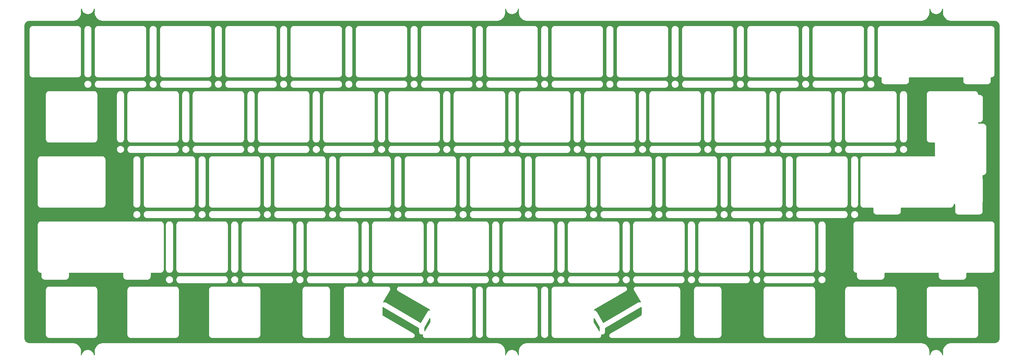
<source format=gbr>
%TF.GenerationSoftware,KiCad,Pcbnew,(6.0.11)*%
%TF.CreationDate,2023-02-10T12:31:59+01:00*%
%TF.ProjectId,plate,706c6174-652e-46b6-9963-61645f706362,rev?*%
%TF.SameCoordinates,Original*%
%TF.FileFunction,Copper,L2,Bot*%
%TF.FilePolarity,Positive*%
%FSLAX46Y46*%
G04 Gerber Fmt 4.6, Leading zero omitted, Abs format (unit mm)*
G04 Created by KiCad (PCBNEW (6.0.11)) date 2023-02-10 12:31:59*
%MOMM*%
%LPD*%
G01*
G04 APERTURE LIST*
G04 APERTURE END LIST*
%TA.AperFunction,NonConductor*%
G36*
X170064212Y-123962301D02*
G01*
X170090536Y-123994037D01*
X171594762Y-126572709D01*
X171611926Y-126636197D01*
X171611926Y-127621537D01*
X171591924Y-127689658D01*
X171538268Y-127736151D01*
X171467994Y-127746255D01*
X171403414Y-127716761D01*
X171377090Y-127685025D01*
X171340056Y-127621537D01*
X169872864Y-125106351D01*
X169855700Y-125042863D01*
X169855700Y-124057525D01*
X169875702Y-123989404D01*
X169929358Y-123942911D01*
X169999632Y-123932807D01*
X170064212Y-123962301D01*
G37*
%TD.AperFunction*%
%TA.AperFunction,NonConductor*%
G36*
X122141031Y-123958832D02*
G01*
X122181953Y-124016848D01*
X122188700Y-124057525D01*
X122188700Y-125042863D01*
X122171536Y-125106351D01*
X120667310Y-127685025D01*
X120615709Y-127733788D01*
X120545936Y-127746912D01*
X120480143Y-127720230D01*
X120439221Y-127662214D01*
X120432474Y-127621537D01*
X120432474Y-126636197D01*
X120449638Y-126572709D01*
X121953864Y-123994037D01*
X122005465Y-123945274D01*
X122075238Y-123932150D01*
X122141031Y-123958832D01*
G37*
%TD.AperFunction*%
%TA.AperFunction,NonConductor*%
G36*
X271806681Y-33450223D02*
G01*
X271837220Y-33514315D01*
X271838811Y-33534270D01*
X271838829Y-34421315D01*
X271838829Y-34436206D01*
X271837083Y-34457107D01*
X271833754Y-34476900D01*
X271833601Y-34489452D01*
X271834290Y-34494260D01*
X271834475Y-34497106D01*
X271834975Y-34502020D01*
X271836377Y-34525187D01*
X271852544Y-34792369D01*
X271853227Y-34796097D01*
X271853228Y-34796103D01*
X271890069Y-34997111D01*
X271907253Y-35090869D01*
X271997542Y-35380597D01*
X271999108Y-35384076D01*
X272120531Y-35653855D01*
X272120535Y-35653862D01*
X272122096Y-35657331D01*
X272279098Y-35917033D01*
X272281445Y-35920028D01*
X272281448Y-35920033D01*
X272339900Y-35994638D01*
X272466259Y-36155917D01*
X272468951Y-36158609D01*
X272678151Y-36367803D01*
X272678159Y-36367810D01*
X272680849Y-36370500D01*
X272683854Y-36372854D01*
X272916743Y-36555305D01*
X272919740Y-36557653D01*
X272922981Y-36559612D01*
X272922990Y-36559618D01*
X273176203Y-36712685D01*
X273176210Y-36712689D01*
X273179448Y-36714646D01*
X273182904Y-36716201D01*
X273182911Y-36716205D01*
X273420025Y-36822916D01*
X273456186Y-36839190D01*
X273459830Y-36840325D01*
X273459834Y-36840327D01*
X273742281Y-36928336D01*
X273742285Y-36928337D01*
X273745918Y-36929469D01*
X274044420Y-36984166D01*
X274048211Y-36984395D01*
X274048217Y-36984396D01*
X274249689Y-36996579D01*
X274316491Y-37000619D01*
X274329791Y-37002136D01*
X274329989Y-37002169D01*
X274334786Y-37002976D01*
X274341062Y-37003053D01*
X274342479Y-37003070D01*
X274342482Y-37003070D01*
X274347338Y-37003129D01*
X274352146Y-37002440D01*
X274352152Y-37002440D01*
X274374959Y-36999173D01*
X274392823Y-36997900D01*
X286847833Y-36997900D01*
X286867218Y-36999400D01*
X286882051Y-37001710D01*
X286882055Y-37001710D01*
X286890924Y-37003091D01*
X286906181Y-37001096D01*
X286931502Y-37000353D01*
X287100485Y-37012439D01*
X287118264Y-37014996D01*
X287308592Y-37056399D01*
X287325841Y-37061463D01*
X287508350Y-37129536D01*
X287524702Y-37137004D01*
X287695658Y-37230352D01*
X287710782Y-37240072D01*
X287866714Y-37356802D01*
X287880300Y-37368575D01*
X288018025Y-37506300D01*
X288029798Y-37519886D01*
X288146528Y-37675818D01*
X288156248Y-37690942D01*
X288249596Y-37861898D01*
X288257064Y-37878250D01*
X288325137Y-38060759D01*
X288330201Y-38078007D01*
X288371604Y-38268336D01*
X288374162Y-38286121D01*
X288385740Y-38448001D01*
X288384993Y-38465965D01*
X288384892Y-38474245D01*
X288383509Y-38483124D01*
X288386513Y-38506098D01*
X288387636Y-38514683D01*
X288388700Y-38531021D01*
X288388700Y-129690033D01*
X288387200Y-129709418D01*
X288384890Y-129724251D01*
X288384890Y-129724255D01*
X288383509Y-129733124D01*
X288385336Y-129747093D01*
X288385504Y-129748376D01*
X288386247Y-129773705D01*
X288374162Y-129942679D01*
X288371604Y-129960464D01*
X288353798Y-130042319D01*
X288330201Y-130150792D01*
X288325137Y-130168041D01*
X288257064Y-130350550D01*
X288249596Y-130366902D01*
X288156248Y-130537858D01*
X288146528Y-130552982D01*
X288029798Y-130708914D01*
X288018025Y-130722500D01*
X287880300Y-130860225D01*
X287866714Y-130871998D01*
X287710782Y-130988728D01*
X287695658Y-130998448D01*
X287524702Y-131091796D01*
X287508350Y-131099264D01*
X287325841Y-131167337D01*
X287308593Y-131172401D01*
X287118264Y-131213804D01*
X287100485Y-131216361D01*
X286938595Y-131227940D01*
X286920635Y-131227193D01*
X286912355Y-131227092D01*
X286903476Y-131225709D01*
X286871914Y-131229836D01*
X286855579Y-131230900D01*
X274400582Y-131230900D01*
X274379675Y-131229153D01*
X274375479Y-131228447D01*
X274359890Y-131225824D01*
X274353335Y-131225744D01*
X274352197Y-131225730D01*
X274352194Y-131225730D01*
X274347338Y-131225671D01*
X274342526Y-131226360D01*
X274340519Y-131226491D01*
X274334040Y-131227149D01*
X274048223Y-131244433D01*
X274048220Y-131244433D01*
X274044423Y-131244663D01*
X273846534Y-131280924D01*
X273749684Y-131298671D01*
X273749681Y-131298672D01*
X273745925Y-131299360D01*
X273456197Y-131389638D01*
X273452721Y-131391202D01*
X273452714Y-131391205D01*
X273182925Y-131512622D01*
X273182918Y-131512625D01*
X273179462Y-131514181D01*
X273176224Y-131516138D01*
X273176217Y-131516142D01*
X272923007Y-131669207D01*
X272923003Y-131669210D01*
X272919757Y-131671172D01*
X272680869Y-131858322D01*
X272678179Y-131861012D01*
X272678171Y-131861019D01*
X272469023Y-132070161D01*
X272466281Y-132072903D01*
X272463933Y-132075900D01*
X272281502Y-132308748D01*
X272279123Y-132311784D01*
X272277156Y-132315038D01*
X272277151Y-132315045D01*
X272124107Y-132568199D01*
X272122122Y-132571483D01*
X272120561Y-132574952D01*
X272120557Y-132574959D01*
X272036069Y-132762675D01*
X271997570Y-132848213D01*
X271907282Y-133137939D01*
X271906597Y-133141677D01*
X271853270Y-133432640D01*
X271852574Y-133436435D01*
X271843204Y-133591289D01*
X271836112Y-133708499D01*
X271834596Y-133721794D01*
X271833754Y-133726796D01*
X271833601Y-133739348D01*
X271834693Y-133746971D01*
X271837557Y-133766976D01*
X271838829Y-133784838D01*
X271838811Y-134669249D01*
X271818808Y-134737369D01*
X271765151Y-134783861D01*
X271694877Y-134793963D01*
X271630297Y-134764469D01*
X271591914Y-134704742D01*
X271589918Y-134697054D01*
X271583627Y-134669249D01*
X271533749Y-134448823D01*
X271509521Y-134386521D01*
X271440712Y-134209576D01*
X271440711Y-134209573D01*
X271439019Y-134205223D01*
X271309323Y-133978302D01*
X271147510Y-133773043D01*
X270957135Y-133593957D01*
X270742381Y-133444976D01*
X270732648Y-133440176D01*
X270512153Y-133331440D01*
X270512150Y-133331439D01*
X270507965Y-133329375D01*
X270476104Y-133319176D01*
X270263495Y-133251120D01*
X270259037Y-133249693D01*
X270001065Y-133207679D01*
X269887314Y-133206190D01*
X269744394Y-133204319D01*
X269744391Y-133204319D01*
X269739717Y-133204258D01*
X269480734Y-133239504D01*
X269229805Y-133312643D01*
X269225552Y-133314603D01*
X269225551Y-133314604D01*
X269189031Y-133331440D01*
X268992444Y-133422068D01*
X268953439Y-133447641D01*
X268777776Y-133562810D01*
X268777771Y-133562814D01*
X268773863Y-133565376D01*
X268770371Y-133568493D01*
X268585990Y-133733060D01*
X268578866Y-133739418D01*
X268411735Y-133940370D01*
X268276143Y-134163819D01*
X268175069Y-134404855D01*
X268110731Y-134658183D01*
X268110262Y-134662837D01*
X268110262Y-134662839D01*
X268107364Y-134691622D01*
X268080638Y-134757396D01*
X268022595Y-134798280D01*
X267951662Y-134801293D01*
X267890361Y-134765478D01*
X267858154Y-134702207D01*
X267855998Y-134679005D01*
X267855978Y-134240198D01*
X267855958Y-133792539D01*
X267857703Y-133771646D01*
X267861034Y-133751844D01*
X267861186Y-133739292D01*
X267860495Y-133734473D01*
X267860298Y-133731445D01*
X267859833Y-133726879D01*
X267859282Y-133717764D01*
X267842931Y-133447641D01*
X267842479Y-133440172D01*
X267842478Y-133440166D01*
X267842249Y-133436378D01*
X267806047Y-133238874D01*
X267788222Y-133141630D01*
X267788221Y-133141627D01*
X267787535Y-133137883D01*
X267697241Y-132848158D01*
X267695680Y-132844690D01*
X267695677Y-132844682D01*
X267574247Y-132574902D01*
X267574245Y-132574899D01*
X267572684Y-132571430D01*
X267570717Y-132568176D01*
X267570712Y-132568167D01*
X267417649Y-132314992D01*
X267415679Y-132311733D01*
X267377556Y-132263076D01*
X267230867Y-132075854D01*
X267230863Y-132075849D01*
X267228516Y-132072854D01*
X267013924Y-131858277D01*
X266775033Y-131671129D01*
X266771767Y-131669155D01*
X266771763Y-131669152D01*
X266518636Y-131516142D01*
X266515326Y-131514141D01*
X266385765Y-131455834D01*
X266242064Y-131391164D01*
X266242058Y-131391162D01*
X266238590Y-131389601D01*
X266234959Y-131388470D01*
X266234952Y-131388467D01*
X265952491Y-131300457D01*
X265952485Y-131300456D01*
X265948860Y-131299326D01*
X265650361Y-131244631D01*
X265646569Y-131244402D01*
X265646563Y-131244401D01*
X265524526Y-131237022D01*
X265378281Y-131228179D01*
X265364986Y-131226663D01*
X265359998Y-131225824D01*
X265353443Y-131225744D01*
X265352305Y-131225730D01*
X265352302Y-131225730D01*
X265347446Y-131225671D01*
X265342638Y-131226360D01*
X265342633Y-131226360D01*
X265319826Y-131229627D01*
X265301961Y-131230900D01*
X150571582Y-131230900D01*
X150550675Y-131229153D01*
X150546479Y-131228447D01*
X150530890Y-131225824D01*
X150524335Y-131225744D01*
X150523197Y-131225730D01*
X150523194Y-131225730D01*
X150518338Y-131225671D01*
X150513526Y-131226360D01*
X150511519Y-131226491D01*
X150505040Y-131227149D01*
X150219223Y-131244433D01*
X150219220Y-131244433D01*
X150215423Y-131244663D01*
X150017534Y-131280924D01*
X149920684Y-131298671D01*
X149920681Y-131298672D01*
X149916925Y-131299360D01*
X149627197Y-131389638D01*
X149623721Y-131391202D01*
X149623714Y-131391205D01*
X149353925Y-131512622D01*
X149353918Y-131512625D01*
X149350462Y-131514181D01*
X149347224Y-131516138D01*
X149347217Y-131516142D01*
X149094007Y-131669207D01*
X149094003Y-131669210D01*
X149090757Y-131671172D01*
X148851869Y-131858322D01*
X148849179Y-131861012D01*
X148849171Y-131861019D01*
X148640023Y-132070161D01*
X148637281Y-132072903D01*
X148634933Y-132075900D01*
X148452502Y-132308748D01*
X148450123Y-132311784D01*
X148448156Y-132315038D01*
X148448151Y-132315045D01*
X148295107Y-132568199D01*
X148293122Y-132571483D01*
X148291561Y-132574952D01*
X148291557Y-132574959D01*
X148207069Y-132762675D01*
X148168570Y-132848213D01*
X148078282Y-133137939D01*
X148077597Y-133141677D01*
X148024270Y-133432640D01*
X148023574Y-133436435D01*
X148014204Y-133591289D01*
X148007112Y-133708499D01*
X148005596Y-133721794D01*
X148004754Y-133726796D01*
X148004601Y-133739348D01*
X148005693Y-133746971D01*
X148008557Y-133766976D01*
X148009829Y-133784838D01*
X148009811Y-134669249D01*
X147989808Y-134737369D01*
X147936151Y-134783861D01*
X147865877Y-134793963D01*
X147801297Y-134764469D01*
X147762914Y-134704742D01*
X147760918Y-134697054D01*
X147754627Y-134669249D01*
X147704749Y-134448823D01*
X147680521Y-134386521D01*
X147611712Y-134209576D01*
X147611711Y-134209573D01*
X147610019Y-134205223D01*
X147480323Y-133978302D01*
X147318510Y-133773043D01*
X147128135Y-133593957D01*
X146913381Y-133444976D01*
X146903648Y-133440176D01*
X146683153Y-133331440D01*
X146683150Y-133331439D01*
X146678965Y-133329375D01*
X146647104Y-133319176D01*
X146434495Y-133251120D01*
X146430037Y-133249693D01*
X146172065Y-133207679D01*
X146058314Y-133206190D01*
X145915394Y-133204319D01*
X145915391Y-133204319D01*
X145910717Y-133204258D01*
X145651734Y-133239504D01*
X145400805Y-133312643D01*
X145396552Y-133314603D01*
X145396551Y-133314604D01*
X145360031Y-133331440D01*
X145163444Y-133422068D01*
X145124439Y-133447641D01*
X144948776Y-133562810D01*
X144948771Y-133562814D01*
X144944863Y-133565376D01*
X144941371Y-133568493D01*
X144756990Y-133733060D01*
X144749866Y-133739418D01*
X144582735Y-133940370D01*
X144447143Y-134163819D01*
X144346069Y-134404855D01*
X144281731Y-134658183D01*
X144281262Y-134662837D01*
X144281262Y-134662839D01*
X144278364Y-134691622D01*
X144251638Y-134757396D01*
X144193595Y-134798280D01*
X144122662Y-134801293D01*
X144061361Y-134765478D01*
X144029154Y-134702207D01*
X144026998Y-134679005D01*
X144026978Y-134240198D01*
X144026958Y-133792539D01*
X144028703Y-133771646D01*
X144032034Y-133751844D01*
X144032186Y-133739292D01*
X144031495Y-133734473D01*
X144031298Y-133731445D01*
X144030833Y-133726879D01*
X144030282Y-133717764D01*
X144013931Y-133447641D01*
X144013479Y-133440172D01*
X144013478Y-133440166D01*
X144013249Y-133436378D01*
X143977047Y-133238874D01*
X143959222Y-133141630D01*
X143959221Y-133141627D01*
X143958535Y-133137883D01*
X143868241Y-132848158D01*
X143866680Y-132844690D01*
X143866677Y-132844682D01*
X143745247Y-132574902D01*
X143745245Y-132574899D01*
X143743684Y-132571430D01*
X143741717Y-132568176D01*
X143741712Y-132568167D01*
X143588649Y-132314992D01*
X143586679Y-132311733D01*
X143548556Y-132263076D01*
X143401867Y-132075854D01*
X143401863Y-132075849D01*
X143399516Y-132072854D01*
X143184924Y-131858277D01*
X142946033Y-131671129D01*
X142942767Y-131669155D01*
X142942763Y-131669152D01*
X142689636Y-131516142D01*
X142686326Y-131514141D01*
X142556765Y-131455834D01*
X142413064Y-131391164D01*
X142413058Y-131391162D01*
X142409590Y-131389601D01*
X142405959Y-131388470D01*
X142405952Y-131388467D01*
X142123491Y-131300457D01*
X142123485Y-131300456D01*
X142119860Y-131299326D01*
X141821361Y-131244631D01*
X141817569Y-131244402D01*
X141817563Y-131244401D01*
X141695526Y-131237022D01*
X141549281Y-131228179D01*
X141535986Y-131226663D01*
X141530998Y-131225824D01*
X141524443Y-131225744D01*
X141523305Y-131225730D01*
X141523302Y-131225730D01*
X141518446Y-131225671D01*
X141513638Y-131226360D01*
X141513633Y-131226360D01*
X141490826Y-131229627D01*
X141472961Y-131230900D01*
X26742582Y-131230900D01*
X26721675Y-131229153D01*
X26717479Y-131228447D01*
X26701890Y-131225824D01*
X26695335Y-131225744D01*
X26694197Y-131225730D01*
X26694194Y-131225730D01*
X26689338Y-131225671D01*
X26684526Y-131226360D01*
X26682519Y-131226491D01*
X26676040Y-131227149D01*
X26390223Y-131244433D01*
X26390220Y-131244433D01*
X26386423Y-131244663D01*
X26188534Y-131280924D01*
X26091684Y-131298671D01*
X26091681Y-131298672D01*
X26087925Y-131299360D01*
X25798197Y-131389638D01*
X25794721Y-131391202D01*
X25794714Y-131391205D01*
X25524925Y-131512622D01*
X25524918Y-131512625D01*
X25521462Y-131514181D01*
X25518224Y-131516138D01*
X25518217Y-131516142D01*
X25265007Y-131669207D01*
X25265003Y-131669210D01*
X25261757Y-131671172D01*
X25022869Y-131858322D01*
X25020179Y-131861012D01*
X25020171Y-131861019D01*
X24811023Y-132070161D01*
X24808281Y-132072903D01*
X24805933Y-132075900D01*
X24623502Y-132308748D01*
X24621123Y-132311784D01*
X24619156Y-132315038D01*
X24619151Y-132315045D01*
X24466107Y-132568199D01*
X24464122Y-132571483D01*
X24462561Y-132574952D01*
X24462557Y-132574959D01*
X24378069Y-132762675D01*
X24339570Y-132848213D01*
X24249282Y-133137939D01*
X24248597Y-133141677D01*
X24195270Y-133432640D01*
X24194574Y-133436435D01*
X24185204Y-133591289D01*
X24178112Y-133708499D01*
X24176596Y-133721794D01*
X24175754Y-133726796D01*
X24175601Y-133739348D01*
X24176693Y-133746971D01*
X24179557Y-133766976D01*
X24180829Y-133784838D01*
X24180811Y-134669249D01*
X24160808Y-134737369D01*
X24107151Y-134783861D01*
X24036877Y-134793963D01*
X23972297Y-134764469D01*
X23933914Y-134704742D01*
X23931918Y-134697054D01*
X23925627Y-134669249D01*
X23875749Y-134448823D01*
X23851521Y-134386521D01*
X23782712Y-134209576D01*
X23782711Y-134209573D01*
X23781019Y-134205223D01*
X23651323Y-133978302D01*
X23489510Y-133773043D01*
X23299135Y-133593957D01*
X23084381Y-133444976D01*
X23074648Y-133440176D01*
X22854153Y-133331440D01*
X22854150Y-133331439D01*
X22849965Y-133329375D01*
X22818104Y-133319176D01*
X22605495Y-133251120D01*
X22601037Y-133249693D01*
X22343065Y-133207679D01*
X22229314Y-133206190D01*
X22086394Y-133204319D01*
X22086391Y-133204319D01*
X22081717Y-133204258D01*
X21822734Y-133239504D01*
X21571805Y-133312643D01*
X21567552Y-133314603D01*
X21567551Y-133314604D01*
X21531031Y-133331440D01*
X21334444Y-133422068D01*
X21295439Y-133447641D01*
X21119776Y-133562810D01*
X21119771Y-133562814D01*
X21115863Y-133565376D01*
X21112371Y-133568493D01*
X20927990Y-133733060D01*
X20920866Y-133739418D01*
X20753735Y-133940370D01*
X20618143Y-134163819D01*
X20517069Y-134404855D01*
X20452731Y-134658183D01*
X20452262Y-134662837D01*
X20452262Y-134662839D01*
X20449364Y-134691622D01*
X20422638Y-134757396D01*
X20364595Y-134798280D01*
X20293662Y-134801293D01*
X20232361Y-134765478D01*
X20200154Y-134702207D01*
X20197998Y-134679005D01*
X20197978Y-134240198D01*
X20197958Y-133792539D01*
X20199703Y-133771646D01*
X20203034Y-133751844D01*
X20203186Y-133739292D01*
X20202497Y-133734481D01*
X20202336Y-133732010D01*
X20201765Y-133726409D01*
X20184892Y-133447641D01*
X20184440Y-133440176D01*
X20184439Y-133440170D01*
X20184210Y-133436382D01*
X20149852Y-133248940D01*
X20130185Y-133141642D01*
X20130184Y-133141638D01*
X20129497Y-133137890D01*
X20039206Y-132848169D01*
X20037649Y-132844709D01*
X20037646Y-132844702D01*
X19916208Y-132574903D01*
X19916207Y-132574902D01*
X19914651Y-132571444D01*
X19757650Y-132311749D01*
X19570491Y-132072872D01*
X19355905Y-131858294D01*
X19352915Y-131855952D01*
X19352911Y-131855948D01*
X19120016Y-131673495D01*
X19117019Y-131671147D01*
X19113763Y-131669179D01*
X19113759Y-131669176D01*
X18860579Y-131516129D01*
X18857317Y-131514157D01*
X18580586Y-131389615D01*
X18504743Y-131365982D01*
X18294498Y-131300469D01*
X18294493Y-131300468D01*
X18290861Y-131299336D01*
X18287116Y-131298650D01*
X18287113Y-131298649D01*
X17996112Y-131245323D01*
X17996108Y-131245322D01*
X17992367Y-131244637D01*
X17988571Y-131244407D01*
X17988568Y-131244407D01*
X17858225Y-131236523D01*
X17720299Y-131228181D01*
X17707002Y-131226664D01*
X17706805Y-131226631D01*
X17702008Y-131225824D01*
X17695732Y-131225747D01*
X17694316Y-131225730D01*
X17694313Y-131225730D01*
X17689456Y-131225671D01*
X17670072Y-131228447D01*
X17661832Y-131229627D01*
X17643970Y-131230900D01*
X5196567Y-131230900D01*
X5177182Y-131229400D01*
X5162349Y-131227090D01*
X5162345Y-131227090D01*
X5153476Y-131225709D01*
X5138219Y-131227704D01*
X5112898Y-131228447D01*
X4943915Y-131216361D01*
X4926136Y-131213804D01*
X4735807Y-131172401D01*
X4718559Y-131167337D01*
X4536050Y-131099264D01*
X4519698Y-131091796D01*
X4348742Y-130998448D01*
X4333618Y-130988728D01*
X4177686Y-130871998D01*
X4164100Y-130860225D01*
X4026375Y-130722500D01*
X4014602Y-130708914D01*
X3897872Y-130552982D01*
X3888152Y-130537858D01*
X3794804Y-130366902D01*
X3787336Y-130350550D01*
X3719263Y-130168041D01*
X3714199Y-130150792D01*
X3690602Y-130042319D01*
X3672796Y-129960464D01*
X3670238Y-129942678D01*
X3658919Y-129784412D01*
X3660005Y-129761645D01*
X3659534Y-129761603D01*
X3659970Y-129756745D01*
X3660776Y-129751952D01*
X3660929Y-129739400D01*
X3656973Y-129711776D01*
X3655700Y-129693914D01*
X3655700Y-128708124D01*
X9921009Y-128708124D01*
X9923045Y-128723690D01*
X9923629Y-128729044D01*
X9925530Y-128750768D01*
X9937728Y-128890193D01*
X9939152Y-128895507D01*
X9939152Y-128895508D01*
X9979841Y-129047361D01*
X9983400Y-129060645D01*
X9985722Y-129065626D01*
X9985723Y-129065627D01*
X10055651Y-129215589D01*
X10055654Y-129215594D01*
X10057977Y-129220576D01*
X10070716Y-129238769D01*
X10148838Y-129350338D01*
X10159193Y-129365127D01*
X10283973Y-129489907D01*
X10288481Y-129493064D01*
X10288484Y-129493066D01*
X10420826Y-129585733D01*
X10428524Y-129591123D01*
X10433506Y-129593446D01*
X10433511Y-129593449D01*
X10583473Y-129663377D01*
X10588455Y-129665700D01*
X10593763Y-129667122D01*
X10593765Y-129667123D01*
X10753592Y-129709948D01*
X10753593Y-129709948D01*
X10758907Y-129711372D01*
X10888412Y-129722702D01*
X10898326Y-129723968D01*
X10905422Y-129725162D01*
X10917356Y-129727170D01*
X10917358Y-129727170D01*
X10922148Y-129727976D01*
X10928424Y-129728052D01*
X10929840Y-129728070D01*
X10929843Y-129728070D01*
X10934700Y-129728129D01*
X10962324Y-129724173D01*
X10980186Y-129722900D01*
X23881450Y-129722900D01*
X23902355Y-129724646D01*
X23917356Y-129727170D01*
X23917359Y-129727170D01*
X23922148Y-129727976D01*
X23928225Y-129728050D01*
X23929835Y-129728070D01*
X23929839Y-129728070D01*
X23934700Y-129728129D01*
X23939514Y-129727440D01*
X23939524Y-129727439D01*
X23955980Y-129725082D01*
X23962849Y-129724289D01*
X24110493Y-129711372D01*
X24115807Y-129709948D01*
X24115808Y-129709948D01*
X24275635Y-129667123D01*
X24275637Y-129667122D01*
X24280945Y-129665700D01*
X24285927Y-129663377D01*
X24435889Y-129593449D01*
X24435894Y-129593446D01*
X24440876Y-129591123D01*
X24448574Y-129585733D01*
X24580916Y-129493066D01*
X24580919Y-129493064D01*
X24585427Y-129489907D01*
X24710207Y-129365127D01*
X24720563Y-129350338D01*
X24798684Y-129238769D01*
X24811423Y-129220576D01*
X24813746Y-129215594D01*
X24813749Y-129215589D01*
X24883677Y-129065627D01*
X24883678Y-129065626D01*
X24886000Y-129060645D01*
X24889560Y-129047361D01*
X24930248Y-128895508D01*
X24930248Y-128895507D01*
X24931672Y-128890193D01*
X24943002Y-128760688D01*
X24944269Y-128750768D01*
X24947470Y-128731744D01*
X24947470Y-128731742D01*
X24948276Y-128726952D01*
X24948429Y-128714400D01*
X24947530Y-128708124D01*
X33733509Y-128708124D01*
X33735545Y-128723690D01*
X33736129Y-128729044D01*
X33738030Y-128750768D01*
X33750228Y-128890193D01*
X33751652Y-128895507D01*
X33751652Y-128895508D01*
X33792341Y-129047361D01*
X33795900Y-129060645D01*
X33798222Y-129065626D01*
X33798223Y-129065627D01*
X33868151Y-129215589D01*
X33868154Y-129215594D01*
X33870477Y-129220576D01*
X33883216Y-129238769D01*
X33961338Y-129350338D01*
X33971693Y-129365127D01*
X34096473Y-129489907D01*
X34100981Y-129493064D01*
X34100984Y-129493066D01*
X34233326Y-129585733D01*
X34241024Y-129591123D01*
X34246006Y-129593446D01*
X34246011Y-129593449D01*
X34395973Y-129663377D01*
X34400955Y-129665700D01*
X34406263Y-129667122D01*
X34406265Y-129667123D01*
X34566092Y-129709948D01*
X34566093Y-129709948D01*
X34571407Y-129711372D01*
X34700912Y-129722702D01*
X34710826Y-129723968D01*
X34717922Y-129725162D01*
X34729856Y-129727170D01*
X34729858Y-129727170D01*
X34734648Y-129727976D01*
X34740924Y-129728052D01*
X34742340Y-129728070D01*
X34742343Y-129728070D01*
X34747200Y-129728129D01*
X34774824Y-129724173D01*
X34792686Y-129722900D01*
X47693950Y-129722900D01*
X47714855Y-129724646D01*
X47729856Y-129727170D01*
X47729859Y-129727170D01*
X47734648Y-129727976D01*
X47740725Y-129728050D01*
X47742335Y-129728070D01*
X47742339Y-129728070D01*
X47747200Y-129728129D01*
X47752014Y-129727440D01*
X47752024Y-129727439D01*
X47768480Y-129725082D01*
X47775349Y-129724289D01*
X47922993Y-129711372D01*
X47928307Y-129709948D01*
X47928308Y-129709948D01*
X48088135Y-129667123D01*
X48088137Y-129667122D01*
X48093445Y-129665700D01*
X48098427Y-129663377D01*
X48248389Y-129593449D01*
X48248394Y-129593446D01*
X48253376Y-129591123D01*
X48261074Y-129585733D01*
X48393416Y-129493066D01*
X48393419Y-129493064D01*
X48397927Y-129489907D01*
X48522707Y-129365127D01*
X48533063Y-129350338D01*
X48611184Y-129238769D01*
X48623923Y-129220576D01*
X48626246Y-129215594D01*
X48626249Y-129215589D01*
X48696177Y-129065627D01*
X48696178Y-129065626D01*
X48698500Y-129060645D01*
X48702060Y-129047361D01*
X48742748Y-128895508D01*
X48742748Y-128895507D01*
X48744172Y-128890193D01*
X48755502Y-128760688D01*
X48756769Y-128750768D01*
X48759970Y-128731744D01*
X48759970Y-128731742D01*
X48760776Y-128726952D01*
X48760929Y-128714400D01*
X48760030Y-128708124D01*
X57546009Y-128708124D01*
X57548045Y-128723690D01*
X57548629Y-128729044D01*
X57550530Y-128750768D01*
X57562728Y-128890193D01*
X57564152Y-128895507D01*
X57564152Y-128895508D01*
X57604841Y-129047361D01*
X57608400Y-129060645D01*
X57610722Y-129065626D01*
X57610723Y-129065627D01*
X57680651Y-129215589D01*
X57680654Y-129215594D01*
X57682977Y-129220576D01*
X57695716Y-129238769D01*
X57773838Y-129350338D01*
X57784193Y-129365127D01*
X57908973Y-129489907D01*
X57913481Y-129493064D01*
X57913484Y-129493066D01*
X58045826Y-129585733D01*
X58053524Y-129591123D01*
X58058506Y-129593446D01*
X58058511Y-129593449D01*
X58208473Y-129663377D01*
X58213455Y-129665700D01*
X58218763Y-129667122D01*
X58218765Y-129667123D01*
X58378592Y-129709948D01*
X58378593Y-129709948D01*
X58383907Y-129711372D01*
X58513412Y-129722702D01*
X58523326Y-129723968D01*
X58530422Y-129725162D01*
X58542356Y-129727170D01*
X58542358Y-129727170D01*
X58547148Y-129727976D01*
X58553424Y-129728052D01*
X58554840Y-129728070D01*
X58554843Y-129728070D01*
X58559700Y-129728129D01*
X58587324Y-129724173D01*
X58605186Y-129722900D01*
X71506450Y-129722900D01*
X71527355Y-129724646D01*
X71542356Y-129727170D01*
X71542359Y-129727170D01*
X71547148Y-129727976D01*
X71553225Y-129728050D01*
X71554835Y-129728070D01*
X71554839Y-129728070D01*
X71559700Y-129728129D01*
X71564514Y-129727440D01*
X71564524Y-129727439D01*
X71580980Y-129725082D01*
X71587849Y-129724289D01*
X71735493Y-129711372D01*
X71740807Y-129709948D01*
X71740808Y-129709948D01*
X71900635Y-129667123D01*
X71900637Y-129667122D01*
X71905945Y-129665700D01*
X71910927Y-129663377D01*
X72060889Y-129593449D01*
X72060894Y-129593446D01*
X72065876Y-129591123D01*
X72073574Y-129585733D01*
X72205916Y-129493066D01*
X72205919Y-129493064D01*
X72210427Y-129489907D01*
X72335207Y-129365127D01*
X72345563Y-129350338D01*
X72423684Y-129238769D01*
X72436423Y-129220576D01*
X72438746Y-129215594D01*
X72438749Y-129215589D01*
X72508677Y-129065627D01*
X72508678Y-129065626D01*
X72511000Y-129060645D01*
X72514560Y-129047361D01*
X72555248Y-128895508D01*
X72555248Y-128895507D01*
X72556672Y-128890193D01*
X72568002Y-128760688D01*
X72569269Y-128750768D01*
X72572470Y-128731744D01*
X72572470Y-128731742D01*
X72573276Y-128726952D01*
X72573429Y-128714400D01*
X72572530Y-128708124D01*
X84858509Y-128708124D01*
X84860545Y-128723690D01*
X84861129Y-128729044D01*
X84863030Y-128750768D01*
X84875228Y-128890193D01*
X84876652Y-128895507D01*
X84876652Y-128895508D01*
X84917341Y-129047361D01*
X84920900Y-129060645D01*
X84923222Y-129065626D01*
X84923223Y-129065627D01*
X84993151Y-129215589D01*
X84993154Y-129215594D01*
X84995477Y-129220576D01*
X85008216Y-129238769D01*
X85086338Y-129350338D01*
X85096693Y-129365127D01*
X85221473Y-129489907D01*
X85225981Y-129493064D01*
X85225984Y-129493066D01*
X85358326Y-129585733D01*
X85366024Y-129591123D01*
X85371006Y-129593446D01*
X85371011Y-129593449D01*
X85520973Y-129663377D01*
X85525955Y-129665700D01*
X85531263Y-129667122D01*
X85531265Y-129667123D01*
X85691092Y-129709948D01*
X85691093Y-129709948D01*
X85696407Y-129711372D01*
X85825912Y-129722702D01*
X85835826Y-129723968D01*
X85842922Y-129725162D01*
X85854856Y-129727170D01*
X85854858Y-129727170D01*
X85859648Y-129727976D01*
X85865924Y-129728052D01*
X85867340Y-129728070D01*
X85867343Y-129728070D01*
X85872200Y-129728129D01*
X85899824Y-129724173D01*
X85917686Y-129722900D01*
X91818950Y-129722900D01*
X91839855Y-129724646D01*
X91854856Y-129727170D01*
X91854859Y-129727170D01*
X91859648Y-129727976D01*
X91865725Y-129728050D01*
X91867335Y-129728070D01*
X91867339Y-129728070D01*
X91872200Y-129728129D01*
X91877014Y-129727440D01*
X91877024Y-129727439D01*
X91893480Y-129725082D01*
X91900349Y-129724289D01*
X92047993Y-129711372D01*
X92053307Y-129709948D01*
X92053308Y-129709948D01*
X92213135Y-129667123D01*
X92213137Y-129667122D01*
X92218445Y-129665700D01*
X92223427Y-129663377D01*
X92373389Y-129593449D01*
X92373394Y-129593446D01*
X92378376Y-129591123D01*
X92386074Y-129585733D01*
X92518416Y-129493066D01*
X92518419Y-129493064D01*
X92522927Y-129489907D01*
X92647707Y-129365127D01*
X92658063Y-129350338D01*
X92736184Y-129238769D01*
X92748923Y-129220576D01*
X92751246Y-129215594D01*
X92751249Y-129215589D01*
X92821177Y-129065627D01*
X92821178Y-129065626D01*
X92823500Y-129060645D01*
X92827060Y-129047361D01*
X92867748Y-128895508D01*
X92867748Y-128895507D01*
X92869172Y-128890193D01*
X92880502Y-128760688D01*
X92881769Y-128750768D01*
X92884970Y-128731744D01*
X92884970Y-128731742D01*
X92885776Y-128726952D01*
X92885929Y-128714400D01*
X92885030Y-128708124D01*
X96908509Y-128708124D01*
X96910545Y-128723690D01*
X96911129Y-128729044D01*
X96913030Y-128750768D01*
X96925228Y-128890193D01*
X96926652Y-128895507D01*
X96926652Y-128895508D01*
X96967341Y-129047361D01*
X96970900Y-129060645D01*
X96973222Y-129065626D01*
X96973223Y-129065627D01*
X97043151Y-129215589D01*
X97043154Y-129215594D01*
X97045477Y-129220576D01*
X97058216Y-129238769D01*
X97136338Y-129350338D01*
X97146693Y-129365127D01*
X97271473Y-129489907D01*
X97275981Y-129493064D01*
X97275984Y-129493066D01*
X97408326Y-129585733D01*
X97416024Y-129591123D01*
X97421006Y-129593446D01*
X97421011Y-129593449D01*
X97570973Y-129663377D01*
X97575955Y-129665700D01*
X97581263Y-129667122D01*
X97581265Y-129667123D01*
X97741092Y-129709948D01*
X97741093Y-129709948D01*
X97746407Y-129711372D01*
X97875912Y-129722702D01*
X97885826Y-129723968D01*
X97892922Y-129725162D01*
X97904856Y-129727170D01*
X97904858Y-129727170D01*
X97909648Y-129727976D01*
X97915924Y-129728052D01*
X97917340Y-129728070D01*
X97917343Y-129728070D01*
X97922200Y-129728129D01*
X97949824Y-129724173D01*
X97967686Y-129722900D01*
X116853581Y-129722900D01*
X116874454Y-129724641D01*
X116889525Y-129727173D01*
X116889531Y-129727174D01*
X116894326Y-129727979D01*
X116900309Y-129728050D01*
X116902007Y-129728071D01*
X116902010Y-129728071D01*
X116906878Y-129728129D01*
X116935088Y-129724082D01*
X116939200Y-129723561D01*
X116986999Y-129718325D01*
X117054022Y-129710982D01*
X117054026Y-129710981D01*
X117060845Y-129710234D01*
X117120427Y-129690033D01*
X117201023Y-129662708D01*
X117201027Y-129662706D01*
X117207531Y-129660501D01*
X117340009Y-129580252D01*
X117452022Y-129473279D01*
X117538279Y-129344632D01*
X117594707Y-129200389D01*
X117595770Y-129193598D01*
X117617580Y-129054141D01*
X117617580Y-129054138D01*
X117618640Y-129047361D01*
X117618211Y-129040509D01*
X117609379Y-128899634D01*
X117609379Y-128899633D01*
X117608949Y-128892777D01*
X117595833Y-128847226D01*
X117567991Y-128750538D01*
X117567990Y-128750536D01*
X117566090Y-128743937D01*
X117492088Y-128607871D01*
X117487587Y-128602696D01*
X117487584Y-128602692D01*
X117394944Y-128496184D01*
X117394942Y-128496182D01*
X117390439Y-128491005D01*
X117310172Y-128431595D01*
X117304449Y-128427098D01*
X117293056Y-128417599D01*
X117277236Y-128404410D01*
X117273060Y-128401904D01*
X117273057Y-128401902D01*
X117271510Y-128400974D01*
X117266472Y-128397951D01*
X117240547Y-128387413D01*
X117224518Y-128379530D01*
X108468968Y-123272128D01*
X108452980Y-123261064D01*
X108441336Y-123251598D01*
X108441330Y-123251595D01*
X108434367Y-123245934D01*
X108424944Y-123241972D01*
X108399316Y-123227460D01*
X108393878Y-123223475D01*
X108354438Y-123194576D01*
X108335010Y-123176956D01*
X108284370Y-123120357D01*
X108269011Y-123099097D01*
X108231187Y-123033243D01*
X108220562Y-123009263D01*
X108197193Y-122937010D01*
X108191762Y-122911349D01*
X108186666Y-122862652D01*
X108187062Y-122846835D01*
X108186174Y-122846824D01*
X108186284Y-122837848D01*
X108187665Y-122828977D01*
X108185204Y-122810153D01*
X108183538Y-122797418D01*
X108182474Y-122781080D01*
X108182474Y-120794774D01*
X108202476Y-120726653D01*
X108256132Y-120680160D01*
X108326406Y-120670056D01*
X108381358Y-120694519D01*
X108382490Y-120692926D01*
X108386463Y-120695748D01*
X108390199Y-120698863D01*
X108394370Y-120701366D01*
X108394373Y-120701368D01*
X108395917Y-120702294D01*
X108400963Y-120705322D01*
X108405477Y-120707156D01*
X108405476Y-120707156D01*
X108426875Y-120715853D01*
X108442924Y-120723746D01*
X109927369Y-121589672D01*
X118852962Y-126796269D01*
X118901725Y-126847870D01*
X118915474Y-126905105D01*
X118915474Y-127915033D01*
X118913974Y-127934418D01*
X118911664Y-127949251D01*
X118911664Y-127949255D01*
X118910283Y-127958124D01*
X118911883Y-127970360D01*
X118912248Y-127973455D01*
X118927962Y-128122970D01*
X118977233Y-128274609D01*
X119056955Y-128412691D01*
X119061373Y-128417598D01*
X119061374Y-128417599D01*
X119127469Y-128491005D01*
X119163643Y-128531180D01*
X119182015Y-128544528D01*
X119277498Y-128613901D01*
X119292635Y-128624899D01*
X119298664Y-128627583D01*
X119298667Y-128627585D01*
X119432258Y-128687063D01*
X119432261Y-128687064D01*
X119438294Y-128689750D01*
X119462438Y-128694882D01*
X119587795Y-128721528D01*
X119587799Y-128721528D01*
X119594252Y-128722900D01*
X119753696Y-128722900D01*
X119760149Y-128721528D01*
X119760153Y-128721528D01*
X119874051Y-128697318D01*
X119944842Y-128702720D01*
X120001475Y-128745537D01*
X120025968Y-128812175D01*
X120023395Y-128847224D01*
X120003869Y-128937417D01*
X120003370Y-129086652D01*
X120021053Y-129171051D01*
X120030385Y-129215589D01*
X120033973Y-129232716D01*
X120094334Y-129369200D01*
X120181804Y-129490115D01*
X120186711Y-129494548D01*
X120186713Y-129494550D01*
X120287635Y-129585718D01*
X120292546Y-129590154D01*
X120421698Y-129664927D01*
X120427988Y-129666976D01*
X120427990Y-129666977D01*
X120557303Y-129709104D01*
X120557307Y-129709105D01*
X120563594Y-129711153D01*
X120570173Y-129711847D01*
X120570174Y-129711847D01*
X120655940Y-129720891D01*
X120663645Y-129721945D01*
X120699455Y-129727974D01*
X120705913Y-129728054D01*
X120707138Y-129728069D01*
X120707140Y-129728069D01*
X120712007Y-129728129D01*
X120718745Y-129727165D01*
X120739678Y-129724170D01*
X120757524Y-129722900D01*
X133418950Y-129722900D01*
X133439855Y-129724646D01*
X133454856Y-129727170D01*
X133454859Y-129727170D01*
X133459648Y-129727976D01*
X133465725Y-129728050D01*
X133467335Y-129728070D01*
X133467339Y-129728070D01*
X133472200Y-129728129D01*
X133477014Y-129727440D01*
X133477024Y-129727439D01*
X133493480Y-129725082D01*
X133500349Y-129724289D01*
X133647993Y-129711372D01*
X133653307Y-129709948D01*
X133653308Y-129709948D01*
X133813135Y-129667123D01*
X133813137Y-129667122D01*
X133818445Y-129665700D01*
X133823427Y-129663377D01*
X133973389Y-129593449D01*
X133973394Y-129593446D01*
X133978376Y-129591123D01*
X133986074Y-129585733D01*
X134118416Y-129493066D01*
X134118419Y-129493064D01*
X134122927Y-129489907D01*
X134247707Y-129365127D01*
X134258063Y-129350338D01*
X134336184Y-129238769D01*
X134348923Y-129220576D01*
X134351246Y-129215594D01*
X134351249Y-129215589D01*
X134421177Y-129065627D01*
X134421178Y-129065626D01*
X134423500Y-129060645D01*
X134427060Y-129047361D01*
X134467748Y-128895508D01*
X134467748Y-128895507D01*
X134469172Y-128890193D01*
X134480502Y-128760688D01*
X134481769Y-128750768D01*
X134484970Y-128731744D01*
X134484970Y-128731742D01*
X134485776Y-128726952D01*
X134485929Y-128714400D01*
X134485030Y-128708124D01*
X135458509Y-128708124D01*
X135460545Y-128723690D01*
X135461129Y-128729044D01*
X135463030Y-128750768D01*
X135475228Y-128890193D01*
X135476652Y-128895507D01*
X135476652Y-128895508D01*
X135517341Y-129047361D01*
X135520900Y-129060645D01*
X135523222Y-129065626D01*
X135523223Y-129065627D01*
X135593151Y-129215589D01*
X135593154Y-129215594D01*
X135595477Y-129220576D01*
X135608216Y-129238769D01*
X135686338Y-129350338D01*
X135696693Y-129365127D01*
X135821473Y-129489907D01*
X135825981Y-129493064D01*
X135825984Y-129493066D01*
X135958326Y-129585733D01*
X135966024Y-129591123D01*
X135971006Y-129593446D01*
X135971011Y-129593449D01*
X136120973Y-129663377D01*
X136125955Y-129665700D01*
X136131263Y-129667122D01*
X136131265Y-129667123D01*
X136291092Y-129709948D01*
X136291093Y-129709948D01*
X136296407Y-129711372D01*
X136425912Y-129722702D01*
X136435826Y-129723968D01*
X136442922Y-129725162D01*
X136454856Y-129727170D01*
X136454858Y-129727170D01*
X136459648Y-129727976D01*
X136465762Y-129728051D01*
X136467335Y-129728070D01*
X136467339Y-129728070D01*
X136472200Y-129728129D01*
X136477016Y-129727439D01*
X136481873Y-129727123D01*
X136481905Y-129727618D01*
X136503502Y-129727048D01*
X136504850Y-129727169D01*
X136509648Y-129727976D01*
X136515831Y-129728051D01*
X136517335Y-129728070D01*
X136517339Y-129728070D01*
X136522200Y-129728129D01*
X136527014Y-129727440D01*
X136527024Y-129727439D01*
X136543480Y-129725082D01*
X136550349Y-129724289D01*
X136697993Y-129711372D01*
X136703307Y-129709948D01*
X136703308Y-129709948D01*
X136863135Y-129667123D01*
X136863137Y-129667122D01*
X136868445Y-129665700D01*
X136873427Y-129663377D01*
X137023389Y-129593449D01*
X137023394Y-129593446D01*
X137028376Y-129591123D01*
X137036074Y-129585733D01*
X137168416Y-129493066D01*
X137168419Y-129493064D01*
X137172927Y-129489907D01*
X137297707Y-129365127D01*
X137308063Y-129350338D01*
X137386184Y-129238769D01*
X137398923Y-129220576D01*
X137401246Y-129215594D01*
X137401249Y-129215589D01*
X137471177Y-129065627D01*
X137471178Y-129065626D01*
X137473500Y-129060645D01*
X137477060Y-129047361D01*
X137517748Y-128895508D01*
X137517748Y-128895507D01*
X137519172Y-128890193D01*
X137530502Y-128760688D01*
X137531769Y-128750768D01*
X137534970Y-128731744D01*
X137534970Y-128731742D01*
X137535776Y-128726952D01*
X137535929Y-128714400D01*
X137535030Y-128708124D01*
X138508509Y-128708124D01*
X138510545Y-128723690D01*
X138511129Y-128729044D01*
X138513030Y-128750768D01*
X138525228Y-128890193D01*
X138526652Y-128895507D01*
X138526652Y-128895508D01*
X138567341Y-129047361D01*
X138570900Y-129060645D01*
X138573222Y-129065626D01*
X138573223Y-129065627D01*
X138643151Y-129215589D01*
X138643154Y-129215594D01*
X138645477Y-129220576D01*
X138658216Y-129238769D01*
X138736338Y-129350338D01*
X138746693Y-129365127D01*
X138871473Y-129489907D01*
X138875981Y-129493064D01*
X138875984Y-129493066D01*
X139008326Y-129585733D01*
X139016024Y-129591123D01*
X139021006Y-129593446D01*
X139021011Y-129593449D01*
X139170973Y-129663377D01*
X139175955Y-129665700D01*
X139181263Y-129667122D01*
X139181265Y-129667123D01*
X139341092Y-129709948D01*
X139341093Y-129709948D01*
X139346407Y-129711372D01*
X139475912Y-129722702D01*
X139485826Y-129723968D01*
X139492922Y-129725162D01*
X139504856Y-129727170D01*
X139504858Y-129727170D01*
X139509648Y-129727976D01*
X139515924Y-129728052D01*
X139517340Y-129728070D01*
X139517343Y-129728070D01*
X139522200Y-129728129D01*
X139549824Y-129724173D01*
X139567686Y-129722900D01*
X152468950Y-129722900D01*
X152489855Y-129724646D01*
X152504856Y-129727170D01*
X152504859Y-129727170D01*
X152509648Y-129727976D01*
X152515725Y-129728050D01*
X152517335Y-129728070D01*
X152517339Y-129728070D01*
X152522200Y-129728129D01*
X152527014Y-129727440D01*
X152527024Y-129727439D01*
X152543480Y-129725082D01*
X152550349Y-129724289D01*
X152697993Y-129711372D01*
X152703307Y-129709948D01*
X152703308Y-129709948D01*
X152863135Y-129667123D01*
X152863137Y-129667122D01*
X152868445Y-129665700D01*
X152873427Y-129663377D01*
X153023389Y-129593449D01*
X153023394Y-129593446D01*
X153028376Y-129591123D01*
X153036074Y-129585733D01*
X153168416Y-129493066D01*
X153168419Y-129493064D01*
X153172927Y-129489907D01*
X153297707Y-129365127D01*
X153308063Y-129350338D01*
X153386184Y-129238769D01*
X153398923Y-129220576D01*
X153401246Y-129215594D01*
X153401249Y-129215589D01*
X153471177Y-129065627D01*
X153471178Y-129065626D01*
X153473500Y-129060645D01*
X153477060Y-129047361D01*
X153517748Y-128895508D01*
X153517748Y-128895507D01*
X153519172Y-128890193D01*
X153530502Y-128760688D01*
X153531769Y-128750768D01*
X153534970Y-128731744D01*
X153534970Y-128731742D01*
X153535776Y-128726952D01*
X153535929Y-128714400D01*
X153535030Y-128708124D01*
X154508509Y-128708124D01*
X154510545Y-128723690D01*
X154511129Y-128729044D01*
X154513030Y-128750768D01*
X154525228Y-128890193D01*
X154526652Y-128895507D01*
X154526652Y-128895508D01*
X154567341Y-129047361D01*
X154570900Y-129060645D01*
X154573222Y-129065626D01*
X154573223Y-129065627D01*
X154643151Y-129215589D01*
X154643154Y-129215594D01*
X154645477Y-129220576D01*
X154658216Y-129238769D01*
X154736338Y-129350338D01*
X154746693Y-129365127D01*
X154871473Y-129489907D01*
X154875981Y-129493064D01*
X154875984Y-129493066D01*
X155008326Y-129585733D01*
X155016024Y-129591123D01*
X155021006Y-129593446D01*
X155021011Y-129593449D01*
X155170973Y-129663377D01*
X155175955Y-129665700D01*
X155181263Y-129667122D01*
X155181265Y-129667123D01*
X155341092Y-129709948D01*
X155341093Y-129709948D01*
X155346407Y-129711372D01*
X155475912Y-129722702D01*
X155485826Y-129723968D01*
X155492922Y-129725162D01*
X155504856Y-129727170D01*
X155504858Y-129727170D01*
X155509648Y-129727976D01*
X155515762Y-129728051D01*
X155517335Y-129728070D01*
X155517339Y-129728070D01*
X155522200Y-129728129D01*
X155527016Y-129727439D01*
X155531873Y-129727123D01*
X155531905Y-129727618D01*
X155553502Y-129727048D01*
X155554850Y-129727169D01*
X155559648Y-129727976D01*
X155565831Y-129728051D01*
X155567335Y-129728070D01*
X155567339Y-129728070D01*
X155572200Y-129728129D01*
X155577014Y-129727440D01*
X155577024Y-129727439D01*
X155593480Y-129725082D01*
X155600349Y-129724289D01*
X155747993Y-129711372D01*
X155753307Y-129709948D01*
X155753308Y-129709948D01*
X155913135Y-129667123D01*
X155913137Y-129667122D01*
X155918445Y-129665700D01*
X155923427Y-129663377D01*
X156073389Y-129593449D01*
X156073394Y-129593446D01*
X156078376Y-129591123D01*
X156086074Y-129585733D01*
X156218416Y-129493066D01*
X156218419Y-129493064D01*
X156222927Y-129489907D01*
X156347707Y-129365127D01*
X156358063Y-129350338D01*
X156436184Y-129238769D01*
X156448923Y-129220576D01*
X156451246Y-129215594D01*
X156451249Y-129215589D01*
X156521177Y-129065627D01*
X156521178Y-129065626D01*
X156523500Y-129060645D01*
X156527060Y-129047361D01*
X156567748Y-128895508D01*
X156567748Y-128895507D01*
X156569172Y-128890193D01*
X156580502Y-128760688D01*
X156581769Y-128750768D01*
X156584970Y-128731744D01*
X156584970Y-128731742D01*
X156585776Y-128726952D01*
X156585929Y-128714400D01*
X156585030Y-128708124D01*
X157558509Y-128708124D01*
X157560545Y-128723690D01*
X157561129Y-128729044D01*
X157563030Y-128750768D01*
X157575228Y-128890193D01*
X157576652Y-128895507D01*
X157576652Y-128895508D01*
X157617341Y-129047361D01*
X157620900Y-129060645D01*
X157623222Y-129065626D01*
X157623223Y-129065627D01*
X157693151Y-129215589D01*
X157693154Y-129215594D01*
X157695477Y-129220576D01*
X157708216Y-129238769D01*
X157786338Y-129350338D01*
X157796693Y-129365127D01*
X157921473Y-129489907D01*
X157925981Y-129493064D01*
X157925984Y-129493066D01*
X158058326Y-129585733D01*
X158066024Y-129591123D01*
X158071006Y-129593446D01*
X158071011Y-129593449D01*
X158220973Y-129663377D01*
X158225955Y-129665700D01*
X158231263Y-129667122D01*
X158231265Y-129667123D01*
X158391092Y-129709948D01*
X158391093Y-129709948D01*
X158396407Y-129711372D01*
X158525912Y-129722702D01*
X158535826Y-129723968D01*
X158542922Y-129725162D01*
X158554856Y-129727170D01*
X158554858Y-129727170D01*
X158559648Y-129727976D01*
X158565924Y-129728052D01*
X158567340Y-129728070D01*
X158567343Y-129728070D01*
X158572200Y-129728129D01*
X158599824Y-129724173D01*
X158617686Y-129722900D01*
X171279120Y-129722900D01*
X171300009Y-129724644D01*
X171315032Y-129727170D01*
X171315038Y-129727171D01*
X171319841Y-129727978D01*
X171324709Y-129728037D01*
X171324714Y-129728037D01*
X171327532Y-129728071D01*
X171327538Y-129728071D01*
X171332393Y-129728129D01*
X171337205Y-129727439D01*
X171337209Y-129727439D01*
X171364481Y-129723530D01*
X171369144Y-129722950D01*
X171441674Y-129715301D01*
X171480810Y-129711174D01*
X171487101Y-129709125D01*
X171487104Y-129709124D01*
X171616415Y-129666998D01*
X171622711Y-129664947D01*
X171666556Y-129639562D01*
X171746140Y-129593487D01*
X171746142Y-129593486D01*
X171751867Y-129590171D01*
X171756780Y-129585733D01*
X171857696Y-129494571D01*
X171857697Y-129494570D01*
X171862612Y-129490130D01*
X171866492Y-129484766D01*
X171866495Y-129484763D01*
X171903976Y-129432950D01*
X171950085Y-129369211D01*
X171952757Y-129363169D01*
X171952760Y-129363164D01*
X172007771Y-129238776D01*
X172010448Y-129232723D01*
X172041052Y-129086654D01*
X172040553Y-128937414D01*
X172021029Y-128847231D01*
X172026164Y-128776420D01*
X172068768Y-128719627D01*
X172135313Y-128694882D01*
X172170373Y-128697323D01*
X172284247Y-128721528D01*
X172284251Y-128721528D01*
X172290704Y-128722900D01*
X172450148Y-128722900D01*
X172456601Y-128721528D01*
X172456605Y-128721528D01*
X172581962Y-128694882D01*
X172606106Y-128689750D01*
X172612139Y-128687064D01*
X172612142Y-128687063D01*
X172745733Y-128627585D01*
X172745736Y-128627583D01*
X172751765Y-128624899D01*
X172766903Y-128613901D01*
X172862385Y-128544528D01*
X172880757Y-128531180D01*
X172916931Y-128491005D01*
X172983026Y-128417599D01*
X172983027Y-128417598D01*
X172987445Y-128412691D01*
X173067167Y-128274609D01*
X173116438Y-128122970D01*
X173127686Y-128015951D01*
X173128742Y-128008218D01*
X173133195Y-127981747D01*
X173134002Y-127976952D01*
X173134155Y-127964400D01*
X173130199Y-127936776D01*
X173128926Y-127918914D01*
X173128926Y-126905105D01*
X173148928Y-126836984D01*
X173191438Y-126796269D01*
X183594784Y-120727650D01*
X183613700Y-120718633D01*
X183627963Y-120713239D01*
X183632519Y-120711516D01*
X183636754Y-120709113D01*
X183636757Y-120709112D01*
X183639201Y-120707725D01*
X183643437Y-120705322D01*
X183657631Y-120694065D01*
X183723432Y-120667407D01*
X183793201Y-120680556D01*
X183844785Y-120729337D01*
X183861926Y-120792786D01*
X183861926Y-122773334D01*
X183860426Y-122792719D01*
X183858116Y-122807552D01*
X183858116Y-122807556D01*
X183856735Y-122816425D01*
X183857899Y-122825327D01*
X183857899Y-122825329D01*
X183858060Y-122826557D01*
X183858440Y-122856010D01*
X183852648Y-122911351D01*
X183847218Y-122937008D01*
X183823848Y-123009267D01*
X183813222Y-123033249D01*
X183775396Y-123099106D01*
X183760038Y-123120365D01*
X183736728Y-123146419D01*
X183709397Y-123176965D01*
X183689974Y-123194581D01*
X183650539Y-123223477D01*
X183636606Y-123231140D01*
X183637040Y-123231906D01*
X183629235Y-123236332D01*
X183620875Y-123239610D01*
X183613771Y-123245102D01*
X183595698Y-123259074D01*
X183582122Y-123268225D01*
X177534045Y-126796269D01*
X174999748Y-128274609D01*
X174826591Y-128375617D01*
X174807680Y-128384632D01*
X174788846Y-128391756D01*
X174777928Y-128397951D01*
X174754433Y-128416585D01*
X174751126Y-128419119D01*
X174734267Y-128431597D01*
X174653978Y-128491023D01*
X174552332Y-128607885D01*
X174543079Y-128624899D01*
X174494403Y-128714400D01*
X174478333Y-128743947D01*
X174435476Y-128892781D01*
X174435046Y-128899637D01*
X174435046Y-128899638D01*
X174426214Y-129040509D01*
X174426214Y-129040510D01*
X174425785Y-129047360D01*
X174426845Y-129054137D01*
X174426845Y-129054140D01*
X174431930Y-129086652D01*
X174449717Y-129200382D01*
X174506143Y-129344621D01*
X174509967Y-129350324D01*
X174509969Y-129350328D01*
X174526217Y-129374560D01*
X174592397Y-129473263D01*
X174597360Y-129478003D01*
X174597362Y-129478005D01*
X174699442Y-129575493D01*
X174699446Y-129575496D01*
X174704406Y-129580233D01*
X174710277Y-129583790D01*
X174710278Y-129583790D01*
X174831007Y-129656921D01*
X174831011Y-129656923D01*
X174836880Y-129660478D01*
X174983561Y-129710210D01*
X174990386Y-129710958D01*
X174990387Y-129710958D01*
X175082818Y-129721085D01*
X175090030Y-129722086D01*
X175120172Y-129727165D01*
X175120177Y-129727165D01*
X175124970Y-129727973D01*
X175129833Y-129728033D01*
X175129839Y-129728034D01*
X175131282Y-129728051D01*
X175137522Y-129728129D01*
X175144210Y-129727173D01*
X175165230Y-129724168D01*
X175183061Y-129722900D01*
X194068950Y-129722900D01*
X194089855Y-129724646D01*
X194104856Y-129727170D01*
X194104859Y-129727170D01*
X194109648Y-129727976D01*
X194115725Y-129728050D01*
X194117335Y-129728070D01*
X194117339Y-129728070D01*
X194122200Y-129728129D01*
X194127014Y-129727440D01*
X194127024Y-129727439D01*
X194143480Y-129725082D01*
X194150349Y-129724289D01*
X194297993Y-129711372D01*
X194303307Y-129709948D01*
X194303308Y-129709948D01*
X194463135Y-129667123D01*
X194463137Y-129667122D01*
X194468445Y-129665700D01*
X194473427Y-129663377D01*
X194623389Y-129593449D01*
X194623394Y-129593446D01*
X194628376Y-129591123D01*
X194636074Y-129585733D01*
X194768416Y-129493066D01*
X194768419Y-129493064D01*
X194772927Y-129489907D01*
X194897707Y-129365127D01*
X194908063Y-129350338D01*
X194986184Y-129238769D01*
X194998923Y-129220576D01*
X195001246Y-129215594D01*
X195001249Y-129215589D01*
X195071177Y-129065627D01*
X195071178Y-129065626D01*
X195073500Y-129060645D01*
X195077060Y-129047361D01*
X195117748Y-128895508D01*
X195117748Y-128895507D01*
X195119172Y-128890193D01*
X195130502Y-128760688D01*
X195131769Y-128750768D01*
X195134970Y-128731744D01*
X195134970Y-128731742D01*
X195135776Y-128726952D01*
X195135929Y-128714400D01*
X195135030Y-128708124D01*
X199158509Y-128708124D01*
X199160545Y-128723690D01*
X199161129Y-128729044D01*
X199163030Y-128750768D01*
X199175228Y-128890193D01*
X199176652Y-128895507D01*
X199176652Y-128895508D01*
X199217341Y-129047361D01*
X199220900Y-129060645D01*
X199223222Y-129065626D01*
X199223223Y-129065627D01*
X199293151Y-129215589D01*
X199293154Y-129215594D01*
X199295477Y-129220576D01*
X199308216Y-129238769D01*
X199386338Y-129350338D01*
X199396693Y-129365127D01*
X199521473Y-129489907D01*
X199525981Y-129493064D01*
X199525984Y-129493066D01*
X199658326Y-129585733D01*
X199666024Y-129591123D01*
X199671006Y-129593446D01*
X199671011Y-129593449D01*
X199820973Y-129663377D01*
X199825955Y-129665700D01*
X199831263Y-129667122D01*
X199831265Y-129667123D01*
X199991092Y-129709948D01*
X199991093Y-129709948D01*
X199996407Y-129711372D01*
X200125912Y-129722702D01*
X200135826Y-129723968D01*
X200142922Y-129725162D01*
X200154856Y-129727170D01*
X200154858Y-129727170D01*
X200159648Y-129727976D01*
X200165924Y-129728052D01*
X200167340Y-129728070D01*
X200167343Y-129728070D01*
X200172200Y-129728129D01*
X200199824Y-129724173D01*
X200217686Y-129722900D01*
X206118950Y-129722900D01*
X206139855Y-129724646D01*
X206154856Y-129727170D01*
X206154859Y-129727170D01*
X206159648Y-129727976D01*
X206165725Y-129728050D01*
X206167335Y-129728070D01*
X206167339Y-129728070D01*
X206172200Y-129728129D01*
X206177014Y-129727440D01*
X206177024Y-129727439D01*
X206193480Y-129725082D01*
X206200349Y-129724289D01*
X206347993Y-129711372D01*
X206353307Y-129709948D01*
X206353308Y-129709948D01*
X206513135Y-129667123D01*
X206513137Y-129667122D01*
X206518445Y-129665700D01*
X206523427Y-129663377D01*
X206673389Y-129593449D01*
X206673394Y-129593446D01*
X206678376Y-129591123D01*
X206686074Y-129585733D01*
X206818416Y-129493066D01*
X206818419Y-129493064D01*
X206822927Y-129489907D01*
X206947707Y-129365127D01*
X206958063Y-129350338D01*
X207036184Y-129238769D01*
X207048923Y-129220576D01*
X207051246Y-129215594D01*
X207051249Y-129215589D01*
X207121177Y-129065627D01*
X207121178Y-129065626D01*
X207123500Y-129060645D01*
X207127060Y-129047361D01*
X207167748Y-128895508D01*
X207167748Y-128895507D01*
X207169172Y-128890193D01*
X207180502Y-128760688D01*
X207181769Y-128750768D01*
X207184970Y-128731744D01*
X207184970Y-128731742D01*
X207185776Y-128726952D01*
X207185929Y-128714400D01*
X207185030Y-128708124D01*
X219471009Y-128708124D01*
X219473045Y-128723690D01*
X219473629Y-128729044D01*
X219475530Y-128750768D01*
X219487728Y-128890193D01*
X219489152Y-128895507D01*
X219489152Y-128895508D01*
X219529841Y-129047361D01*
X219533400Y-129060645D01*
X219535722Y-129065626D01*
X219535723Y-129065627D01*
X219605651Y-129215589D01*
X219605654Y-129215594D01*
X219607977Y-129220576D01*
X219620716Y-129238769D01*
X219698838Y-129350338D01*
X219709193Y-129365127D01*
X219833973Y-129489907D01*
X219838481Y-129493064D01*
X219838484Y-129493066D01*
X219970826Y-129585733D01*
X219978524Y-129591123D01*
X219983506Y-129593446D01*
X219983511Y-129593449D01*
X220133473Y-129663377D01*
X220138455Y-129665700D01*
X220143763Y-129667122D01*
X220143765Y-129667123D01*
X220303592Y-129709948D01*
X220303593Y-129709948D01*
X220308907Y-129711372D01*
X220438412Y-129722702D01*
X220448326Y-129723968D01*
X220455422Y-129725162D01*
X220467356Y-129727170D01*
X220467358Y-129727170D01*
X220472148Y-129727976D01*
X220478424Y-129728052D01*
X220479840Y-129728070D01*
X220479843Y-129728070D01*
X220484700Y-129728129D01*
X220512324Y-129724173D01*
X220530186Y-129722900D01*
X233431450Y-129722900D01*
X233452355Y-129724646D01*
X233467356Y-129727170D01*
X233467359Y-129727170D01*
X233472148Y-129727976D01*
X233478225Y-129728050D01*
X233479835Y-129728070D01*
X233479839Y-129728070D01*
X233484700Y-129728129D01*
X233489514Y-129727440D01*
X233489524Y-129727439D01*
X233505980Y-129725082D01*
X233512849Y-129724289D01*
X233660493Y-129711372D01*
X233665807Y-129709948D01*
X233665808Y-129709948D01*
X233825635Y-129667123D01*
X233825637Y-129667122D01*
X233830945Y-129665700D01*
X233835927Y-129663377D01*
X233985889Y-129593449D01*
X233985894Y-129593446D01*
X233990876Y-129591123D01*
X233998574Y-129585733D01*
X234130916Y-129493066D01*
X234130919Y-129493064D01*
X234135427Y-129489907D01*
X234260207Y-129365127D01*
X234270563Y-129350338D01*
X234348684Y-129238769D01*
X234361423Y-129220576D01*
X234363746Y-129215594D01*
X234363749Y-129215589D01*
X234433677Y-129065627D01*
X234433678Y-129065626D01*
X234436000Y-129060645D01*
X234439560Y-129047361D01*
X234480248Y-128895508D01*
X234480248Y-128895507D01*
X234481672Y-128890193D01*
X234493002Y-128760688D01*
X234494269Y-128750768D01*
X234497470Y-128731744D01*
X234497470Y-128731742D01*
X234498276Y-128726952D01*
X234498429Y-128714400D01*
X234497530Y-128708124D01*
X243283509Y-128708124D01*
X243285545Y-128723690D01*
X243286129Y-128729044D01*
X243288030Y-128750768D01*
X243300228Y-128890193D01*
X243301652Y-128895507D01*
X243301652Y-128895508D01*
X243342341Y-129047361D01*
X243345900Y-129060645D01*
X243348222Y-129065626D01*
X243348223Y-129065627D01*
X243418151Y-129215589D01*
X243418154Y-129215594D01*
X243420477Y-129220576D01*
X243433216Y-129238769D01*
X243511338Y-129350338D01*
X243521693Y-129365127D01*
X243646473Y-129489907D01*
X243650981Y-129493064D01*
X243650984Y-129493066D01*
X243783326Y-129585733D01*
X243791024Y-129591123D01*
X243796006Y-129593446D01*
X243796011Y-129593449D01*
X243945973Y-129663377D01*
X243950955Y-129665700D01*
X243956263Y-129667122D01*
X243956265Y-129667123D01*
X244116092Y-129709948D01*
X244116093Y-129709948D01*
X244121407Y-129711372D01*
X244250912Y-129722702D01*
X244260826Y-129723968D01*
X244267922Y-129725162D01*
X244279856Y-129727170D01*
X244279858Y-129727170D01*
X244284648Y-129727976D01*
X244290924Y-129728052D01*
X244292340Y-129728070D01*
X244292343Y-129728070D01*
X244297200Y-129728129D01*
X244324824Y-129724173D01*
X244342686Y-129722900D01*
X257243950Y-129722900D01*
X257264855Y-129724646D01*
X257279856Y-129727170D01*
X257279859Y-129727170D01*
X257284648Y-129727976D01*
X257290725Y-129728050D01*
X257292335Y-129728070D01*
X257292339Y-129728070D01*
X257297200Y-129728129D01*
X257302014Y-129727440D01*
X257302024Y-129727439D01*
X257318480Y-129725082D01*
X257325349Y-129724289D01*
X257472993Y-129711372D01*
X257478307Y-129709948D01*
X257478308Y-129709948D01*
X257638135Y-129667123D01*
X257638137Y-129667122D01*
X257643445Y-129665700D01*
X257648427Y-129663377D01*
X257798389Y-129593449D01*
X257798394Y-129593446D01*
X257803376Y-129591123D01*
X257811074Y-129585733D01*
X257943416Y-129493066D01*
X257943419Y-129493064D01*
X257947927Y-129489907D01*
X258072707Y-129365127D01*
X258083063Y-129350338D01*
X258161184Y-129238769D01*
X258173923Y-129220576D01*
X258176246Y-129215594D01*
X258176249Y-129215589D01*
X258246177Y-129065627D01*
X258246178Y-129065626D01*
X258248500Y-129060645D01*
X258252060Y-129047361D01*
X258292748Y-128895508D01*
X258292748Y-128895507D01*
X258294172Y-128890193D01*
X258305502Y-128760688D01*
X258306769Y-128750768D01*
X258309970Y-128731744D01*
X258309970Y-128731742D01*
X258310776Y-128726952D01*
X258310929Y-128714400D01*
X258310030Y-128708124D01*
X267096009Y-128708124D01*
X267098045Y-128723690D01*
X267098629Y-128729044D01*
X267100530Y-128750768D01*
X267112728Y-128890193D01*
X267114152Y-128895507D01*
X267114152Y-128895508D01*
X267154841Y-129047361D01*
X267158400Y-129060645D01*
X267160722Y-129065626D01*
X267160723Y-129065627D01*
X267230651Y-129215589D01*
X267230654Y-129215594D01*
X267232977Y-129220576D01*
X267245716Y-129238769D01*
X267323838Y-129350338D01*
X267334193Y-129365127D01*
X267458973Y-129489907D01*
X267463481Y-129493064D01*
X267463484Y-129493066D01*
X267595826Y-129585733D01*
X267603524Y-129591123D01*
X267608506Y-129593446D01*
X267608511Y-129593449D01*
X267758473Y-129663377D01*
X267763455Y-129665700D01*
X267768763Y-129667122D01*
X267768765Y-129667123D01*
X267928592Y-129709948D01*
X267928593Y-129709948D01*
X267933907Y-129711372D01*
X268063412Y-129722702D01*
X268073326Y-129723968D01*
X268080422Y-129725162D01*
X268092356Y-129727170D01*
X268092358Y-129727170D01*
X268097148Y-129727976D01*
X268103424Y-129728052D01*
X268104840Y-129728070D01*
X268104843Y-129728070D01*
X268109700Y-129728129D01*
X268137324Y-129724173D01*
X268155186Y-129722900D01*
X281056450Y-129722900D01*
X281077355Y-129724646D01*
X281092356Y-129727170D01*
X281092359Y-129727170D01*
X281097148Y-129727976D01*
X281103225Y-129728050D01*
X281104835Y-129728070D01*
X281104839Y-129728070D01*
X281109700Y-129728129D01*
X281114514Y-129727440D01*
X281114524Y-129727439D01*
X281130980Y-129725082D01*
X281137849Y-129724289D01*
X281285493Y-129711372D01*
X281290807Y-129709948D01*
X281290808Y-129709948D01*
X281450635Y-129667123D01*
X281450637Y-129667122D01*
X281455945Y-129665700D01*
X281460927Y-129663377D01*
X281610889Y-129593449D01*
X281610894Y-129593446D01*
X281615876Y-129591123D01*
X281623574Y-129585733D01*
X281755916Y-129493066D01*
X281755919Y-129493064D01*
X281760427Y-129489907D01*
X281885207Y-129365127D01*
X281895563Y-129350338D01*
X281973684Y-129238769D01*
X281986423Y-129220576D01*
X281988746Y-129215594D01*
X281988749Y-129215589D01*
X282058677Y-129065627D01*
X282058678Y-129065626D01*
X282061000Y-129060645D01*
X282064560Y-129047361D01*
X282105248Y-128895508D01*
X282105248Y-128895507D01*
X282106672Y-128890193D01*
X282118002Y-128760688D01*
X282119269Y-128750768D01*
X282122470Y-128731744D01*
X282122470Y-128731742D01*
X282123276Y-128726952D01*
X282123429Y-128714400D01*
X282119473Y-128686776D01*
X282118200Y-128668914D01*
X282118200Y-115767650D01*
X282119946Y-115746745D01*
X282122470Y-115731744D01*
X282122470Y-115731741D01*
X282123276Y-115726952D01*
X282123429Y-115714400D01*
X282122740Y-115709586D01*
X282122739Y-115709576D01*
X282120382Y-115693120D01*
X282119588Y-115686239D01*
X282119449Y-115684645D01*
X282106672Y-115538607D01*
X282104148Y-115529187D01*
X282062423Y-115373465D01*
X282062422Y-115373463D01*
X282061000Y-115368155D01*
X282045856Y-115335678D01*
X281988749Y-115213211D01*
X281988746Y-115213206D01*
X281986423Y-115208224D01*
X281899551Y-115084158D01*
X281888366Y-115068184D01*
X281888364Y-115068181D01*
X281885207Y-115063673D01*
X281760427Y-114938893D01*
X281755919Y-114935736D01*
X281755916Y-114935734D01*
X281696574Y-114894183D01*
X281615876Y-114837677D01*
X281610894Y-114835354D01*
X281610889Y-114835351D01*
X281460927Y-114765423D01*
X281460926Y-114765422D01*
X281455945Y-114763100D01*
X281450637Y-114761678D01*
X281450635Y-114761677D01*
X281290808Y-114718852D01*
X281290807Y-114718852D01*
X281285493Y-114717428D01*
X281155988Y-114706098D01*
X281146074Y-114704832D01*
X281135144Y-114702993D01*
X281127044Y-114701630D01*
X281127042Y-114701630D01*
X281122252Y-114700824D01*
X281115976Y-114700747D01*
X281114560Y-114700730D01*
X281114557Y-114700730D01*
X281109700Y-114700671D01*
X281085407Y-114704150D01*
X281082076Y-114704627D01*
X281064214Y-114705900D01*
X268162950Y-114705900D01*
X268142045Y-114704154D01*
X268127044Y-114701630D01*
X268127041Y-114701630D01*
X268122252Y-114700824D01*
X268116175Y-114700750D01*
X268114565Y-114700730D01*
X268114561Y-114700730D01*
X268109700Y-114700671D01*
X268104886Y-114701360D01*
X268104876Y-114701361D01*
X268088420Y-114703718D01*
X268081551Y-114704511D01*
X267933907Y-114717428D01*
X267928593Y-114718852D01*
X267928592Y-114718852D01*
X267768765Y-114761677D01*
X267768763Y-114761678D01*
X267763455Y-114763100D01*
X267758474Y-114765422D01*
X267758473Y-114765423D01*
X267608511Y-114835351D01*
X267608506Y-114835354D01*
X267603524Y-114837677D01*
X267522826Y-114894183D01*
X267463484Y-114935734D01*
X267463481Y-114935736D01*
X267458973Y-114938893D01*
X267334193Y-115063673D01*
X267331036Y-115068181D01*
X267331034Y-115068184D01*
X267319849Y-115084158D01*
X267232977Y-115208224D01*
X267230654Y-115213206D01*
X267230651Y-115213211D01*
X267173544Y-115335678D01*
X267158400Y-115368155D01*
X267112728Y-115538607D01*
X267112249Y-115544087D01*
X267100687Y-115676239D01*
X267099669Y-115684624D01*
X267096009Y-115708124D01*
X267099098Y-115731744D01*
X267100136Y-115739683D01*
X267101200Y-115756021D01*
X267101200Y-128665033D01*
X267099700Y-128684418D01*
X267097390Y-128699251D01*
X267097390Y-128699255D01*
X267096009Y-128708124D01*
X258310030Y-128708124D01*
X258306973Y-128686776D01*
X258305700Y-128668914D01*
X258305700Y-115767650D01*
X258307446Y-115746745D01*
X258309970Y-115731744D01*
X258309970Y-115731741D01*
X258310776Y-115726952D01*
X258310929Y-115714400D01*
X258310240Y-115709586D01*
X258310239Y-115709576D01*
X258307882Y-115693120D01*
X258307088Y-115686239D01*
X258306949Y-115684645D01*
X258294172Y-115538607D01*
X258291648Y-115529187D01*
X258249923Y-115373465D01*
X258249922Y-115373463D01*
X258248500Y-115368155D01*
X258233356Y-115335678D01*
X258176249Y-115213211D01*
X258176246Y-115213206D01*
X258173923Y-115208224D01*
X258087051Y-115084158D01*
X258075866Y-115068184D01*
X258075864Y-115068181D01*
X258072707Y-115063673D01*
X257947927Y-114938893D01*
X257943419Y-114935736D01*
X257943416Y-114935734D01*
X257884074Y-114894183D01*
X257803376Y-114837677D01*
X257798394Y-114835354D01*
X257798389Y-114835351D01*
X257648427Y-114765423D01*
X257648426Y-114765422D01*
X257643445Y-114763100D01*
X257638137Y-114761678D01*
X257638135Y-114761677D01*
X257478308Y-114718852D01*
X257478307Y-114718852D01*
X257472993Y-114717428D01*
X257343488Y-114706098D01*
X257333574Y-114704832D01*
X257322644Y-114702993D01*
X257314544Y-114701630D01*
X257314542Y-114701630D01*
X257309752Y-114700824D01*
X257303476Y-114700747D01*
X257302060Y-114700730D01*
X257302057Y-114700730D01*
X257297200Y-114700671D01*
X257272907Y-114704150D01*
X257269576Y-114704627D01*
X257251714Y-114705900D01*
X244350450Y-114705900D01*
X244329545Y-114704154D01*
X244314544Y-114701630D01*
X244314541Y-114701630D01*
X244309752Y-114700824D01*
X244303675Y-114700750D01*
X244302065Y-114700730D01*
X244302061Y-114700730D01*
X244297200Y-114700671D01*
X244292386Y-114701360D01*
X244292376Y-114701361D01*
X244275920Y-114703718D01*
X244269051Y-114704511D01*
X244121407Y-114717428D01*
X244116093Y-114718852D01*
X244116092Y-114718852D01*
X243956265Y-114761677D01*
X243956263Y-114761678D01*
X243950955Y-114763100D01*
X243945974Y-114765422D01*
X243945973Y-114765423D01*
X243796011Y-114835351D01*
X243796006Y-114835354D01*
X243791024Y-114837677D01*
X243710326Y-114894183D01*
X243650984Y-114935734D01*
X243650981Y-114935736D01*
X243646473Y-114938893D01*
X243521693Y-115063673D01*
X243518536Y-115068181D01*
X243518534Y-115068184D01*
X243507349Y-115084158D01*
X243420477Y-115208224D01*
X243418154Y-115213206D01*
X243418151Y-115213211D01*
X243361044Y-115335678D01*
X243345900Y-115368155D01*
X243300228Y-115538607D01*
X243299749Y-115544087D01*
X243288187Y-115676239D01*
X243287169Y-115684624D01*
X243283509Y-115708124D01*
X243286598Y-115731744D01*
X243287636Y-115739683D01*
X243288700Y-115756021D01*
X243288700Y-128665033D01*
X243287200Y-128684418D01*
X243284890Y-128699251D01*
X243284890Y-128699255D01*
X243283509Y-128708124D01*
X234497530Y-128708124D01*
X234494473Y-128686776D01*
X234493200Y-128668914D01*
X234493200Y-115767650D01*
X234494946Y-115746745D01*
X234497470Y-115731744D01*
X234497470Y-115731741D01*
X234498276Y-115726952D01*
X234498429Y-115714400D01*
X234497740Y-115709586D01*
X234497739Y-115709576D01*
X234495382Y-115693120D01*
X234494588Y-115686239D01*
X234494449Y-115684645D01*
X234481672Y-115538607D01*
X234479148Y-115529187D01*
X234437423Y-115373465D01*
X234437422Y-115373463D01*
X234436000Y-115368155D01*
X234420856Y-115335678D01*
X234363749Y-115213211D01*
X234363746Y-115213206D01*
X234361423Y-115208224D01*
X234274551Y-115084158D01*
X234263366Y-115068184D01*
X234263364Y-115068181D01*
X234260207Y-115063673D01*
X234135427Y-114938893D01*
X234130919Y-114935736D01*
X234130916Y-114935734D01*
X234071574Y-114894183D01*
X233990876Y-114837677D01*
X233985894Y-114835354D01*
X233985889Y-114835351D01*
X233835927Y-114765423D01*
X233835926Y-114765422D01*
X233830945Y-114763100D01*
X233825637Y-114761678D01*
X233825635Y-114761677D01*
X233665808Y-114718852D01*
X233665807Y-114718852D01*
X233660493Y-114717428D01*
X233530988Y-114706098D01*
X233521074Y-114704832D01*
X233510144Y-114702993D01*
X233502044Y-114701630D01*
X233502042Y-114701630D01*
X233497252Y-114700824D01*
X233490976Y-114700747D01*
X233489560Y-114700730D01*
X233489557Y-114700730D01*
X233484700Y-114700671D01*
X233460407Y-114704150D01*
X233457076Y-114704627D01*
X233439214Y-114705900D01*
X220537950Y-114705900D01*
X220517045Y-114704154D01*
X220502044Y-114701630D01*
X220502041Y-114701630D01*
X220497252Y-114700824D01*
X220491175Y-114700750D01*
X220489565Y-114700730D01*
X220489561Y-114700730D01*
X220484700Y-114700671D01*
X220479886Y-114701360D01*
X220479876Y-114701361D01*
X220463420Y-114703718D01*
X220456551Y-114704511D01*
X220308907Y-114717428D01*
X220303593Y-114718852D01*
X220303592Y-114718852D01*
X220143765Y-114761677D01*
X220143763Y-114761678D01*
X220138455Y-114763100D01*
X220133474Y-114765422D01*
X220133473Y-114765423D01*
X219983511Y-114835351D01*
X219983506Y-114835354D01*
X219978524Y-114837677D01*
X219897826Y-114894183D01*
X219838484Y-114935734D01*
X219838481Y-114935736D01*
X219833973Y-114938893D01*
X219709193Y-115063673D01*
X219706036Y-115068181D01*
X219706034Y-115068184D01*
X219694849Y-115084158D01*
X219607977Y-115208224D01*
X219605654Y-115213206D01*
X219605651Y-115213211D01*
X219548544Y-115335678D01*
X219533400Y-115368155D01*
X219487728Y-115538607D01*
X219487249Y-115544087D01*
X219475687Y-115676239D01*
X219474669Y-115684624D01*
X219471009Y-115708124D01*
X219474098Y-115731744D01*
X219475136Y-115739683D01*
X219476200Y-115756021D01*
X219476200Y-128665033D01*
X219474700Y-128684418D01*
X219472390Y-128699251D01*
X219472390Y-128699255D01*
X219471009Y-128708124D01*
X207185030Y-128708124D01*
X207181973Y-128686776D01*
X207180700Y-128668914D01*
X207180700Y-115767650D01*
X207182446Y-115746745D01*
X207184970Y-115731744D01*
X207184970Y-115731741D01*
X207185776Y-115726952D01*
X207185929Y-115714400D01*
X207185240Y-115709586D01*
X207185239Y-115709576D01*
X207182882Y-115693120D01*
X207182088Y-115686239D01*
X207181949Y-115684645D01*
X207169172Y-115538607D01*
X207166648Y-115529187D01*
X207124923Y-115373465D01*
X207124922Y-115373463D01*
X207123500Y-115368155D01*
X207108356Y-115335678D01*
X207051249Y-115213211D01*
X207051246Y-115213206D01*
X207048923Y-115208224D01*
X206962051Y-115084158D01*
X206950866Y-115068184D01*
X206950864Y-115068181D01*
X206947707Y-115063673D01*
X206822927Y-114938893D01*
X206818419Y-114935736D01*
X206818416Y-114935734D01*
X206759074Y-114894183D01*
X206678376Y-114837677D01*
X206673394Y-114835354D01*
X206673389Y-114835351D01*
X206523427Y-114765423D01*
X206523426Y-114765422D01*
X206518445Y-114763100D01*
X206513137Y-114761678D01*
X206513135Y-114761677D01*
X206353308Y-114718852D01*
X206353307Y-114718852D01*
X206347993Y-114717428D01*
X206218488Y-114706098D01*
X206208574Y-114704832D01*
X206197644Y-114702993D01*
X206189544Y-114701630D01*
X206189542Y-114701630D01*
X206184752Y-114700824D01*
X206178476Y-114700747D01*
X206177060Y-114700730D01*
X206177057Y-114700730D01*
X206172200Y-114700671D01*
X206147907Y-114704150D01*
X206144576Y-114704627D01*
X206126714Y-114705900D01*
X200225450Y-114705900D01*
X200204545Y-114704154D01*
X200189544Y-114701630D01*
X200189541Y-114701630D01*
X200184752Y-114700824D01*
X200178675Y-114700750D01*
X200177065Y-114700730D01*
X200177061Y-114700730D01*
X200172200Y-114700671D01*
X200167386Y-114701360D01*
X200167376Y-114701361D01*
X200150920Y-114703718D01*
X200144051Y-114704511D01*
X199996407Y-114717428D01*
X199991093Y-114718852D01*
X199991092Y-114718852D01*
X199831265Y-114761677D01*
X199831263Y-114761678D01*
X199825955Y-114763100D01*
X199820974Y-114765422D01*
X199820973Y-114765423D01*
X199671011Y-114835351D01*
X199671006Y-114835354D01*
X199666024Y-114837677D01*
X199585326Y-114894183D01*
X199525984Y-114935734D01*
X199525981Y-114935736D01*
X199521473Y-114938893D01*
X199396693Y-115063673D01*
X199393536Y-115068181D01*
X199393534Y-115068184D01*
X199382349Y-115084158D01*
X199295477Y-115208224D01*
X199293154Y-115213206D01*
X199293151Y-115213211D01*
X199236044Y-115335678D01*
X199220900Y-115368155D01*
X199175228Y-115538607D01*
X199174749Y-115544087D01*
X199163187Y-115676239D01*
X199162169Y-115684624D01*
X199158509Y-115708124D01*
X199161598Y-115731744D01*
X199162636Y-115739683D01*
X199163700Y-115756021D01*
X199163700Y-128665033D01*
X199162200Y-128684418D01*
X199159890Y-128699251D01*
X199159890Y-128699255D01*
X199158509Y-128708124D01*
X195135030Y-128708124D01*
X195131973Y-128686776D01*
X195130700Y-128668914D01*
X195130700Y-115767650D01*
X195132446Y-115746745D01*
X195134970Y-115731744D01*
X195134970Y-115731741D01*
X195135776Y-115726952D01*
X195135929Y-115714400D01*
X195135240Y-115709586D01*
X195135239Y-115709576D01*
X195132882Y-115693120D01*
X195132088Y-115686239D01*
X195131949Y-115684645D01*
X195119172Y-115538607D01*
X195116648Y-115529187D01*
X195074923Y-115373465D01*
X195074922Y-115373463D01*
X195073500Y-115368155D01*
X195058356Y-115335678D01*
X195001249Y-115213211D01*
X195001246Y-115213206D01*
X194998923Y-115208224D01*
X194912051Y-115084158D01*
X194900866Y-115068184D01*
X194900864Y-115068181D01*
X194897707Y-115063673D01*
X194772927Y-114938893D01*
X194768419Y-114935736D01*
X194768416Y-114935734D01*
X194709074Y-114894183D01*
X194628376Y-114837677D01*
X194623394Y-114835354D01*
X194623389Y-114835351D01*
X194473427Y-114765423D01*
X194473426Y-114765422D01*
X194468445Y-114763100D01*
X194463137Y-114761678D01*
X194463135Y-114761677D01*
X194303308Y-114718852D01*
X194303307Y-114718852D01*
X194297993Y-114717428D01*
X194168488Y-114706098D01*
X194158574Y-114704832D01*
X194147644Y-114702993D01*
X194139544Y-114701630D01*
X194139542Y-114701630D01*
X194134752Y-114700824D01*
X194128476Y-114700747D01*
X194127060Y-114700730D01*
X194127057Y-114700730D01*
X194122200Y-114700671D01*
X194097907Y-114704150D01*
X194094576Y-114704627D01*
X194076714Y-114705900D01*
X182332055Y-114705900D01*
X182311125Y-114704150D01*
X182296190Y-114701634D01*
X182296187Y-114701634D01*
X182291398Y-114700827D01*
X182278846Y-114700671D01*
X182245140Y-114705491D01*
X182240520Y-114706064D01*
X182196574Y-114710684D01*
X182136987Y-114716948D01*
X182136983Y-114716949D01*
X182130400Y-114717641D01*
X181988466Y-114763839D01*
X181859273Y-114838599D01*
X181816636Y-114877103D01*
X181753412Y-114934199D01*
X181753410Y-114934202D01*
X181748496Y-114938639D01*
X181744615Y-114944003D01*
X181744612Y-114944006D01*
X181732166Y-114961207D01*
X181660996Y-115059567D01*
X181658318Y-115065621D01*
X181658317Y-115065623D01*
X181647289Y-115090556D01*
X181600616Y-115196073D01*
X181570006Y-115342164D01*
X181570511Y-115491427D01*
X181571912Y-115497894D01*
X181571912Y-115497897D01*
X181579579Y-115533293D01*
X181602108Y-115637309D01*
X181620565Y-115678284D01*
X181640233Y-115721949D01*
X181643206Y-115729133D01*
X181653790Y-115757123D01*
X181656070Y-115763154D01*
X181662263Y-115774072D01*
X181665286Y-115777884D01*
X181665287Y-115777886D01*
X181679581Y-115795913D01*
X181689687Y-115810709D01*
X183627818Y-119133219D01*
X183644865Y-119202139D01*
X183621945Y-119269334D01*
X183566335Y-119313471D01*
X183495690Y-119320536D01*
X183491135Y-119319383D01*
X183490994Y-119319321D01*
X183334909Y-119286857D01*
X183257561Y-119287194D01*
X183182083Y-119287522D01*
X183182080Y-119287522D01*
X183175485Y-119287551D01*
X183115724Y-119300525D01*
X183026141Y-119319972D01*
X183026138Y-119319973D01*
X183019689Y-119321373D01*
X183013669Y-119324084D01*
X183013667Y-119324085D01*
X182921601Y-119365551D01*
X182914387Y-119368535D01*
X182884718Y-119379744D01*
X182873797Y-119385935D01*
X182851876Y-119403307D01*
X182837117Y-119413385D01*
X178221952Y-122105565D01*
X172752252Y-125296223D01*
X172683332Y-125313270D01*
X172616137Y-125290350D01*
X172579928Y-125250875D01*
X172573928Y-125240588D01*
X170750474Y-122114666D01*
X170741442Y-122095711D01*
X170736084Y-122081530D01*
X170734365Y-122076980D01*
X170728174Y-122066060D01*
X170711338Y-122044817D01*
X170708542Y-122041150D01*
X170632933Y-121938028D01*
X170513974Y-121831851D01*
X170375537Y-121752731D01*
X170369086Y-121750666D01*
X170338234Y-121740792D01*
X170223674Y-121704125D01*
X170217114Y-121703465D01*
X170217110Y-121703464D01*
X170071593Y-121688819D01*
X170071591Y-121688819D01*
X170065023Y-121688158D01*
X170061840Y-121688507D01*
X169994844Y-121669156D01*
X169948114Y-121615707D01*
X169937699Y-121545478D01*
X169968596Y-121478840D01*
X170008229Y-121434546D01*
X170027661Y-121416924D01*
X170067199Y-121387956D01*
X170081009Y-121380356D01*
X170080568Y-121379578D01*
X170088379Y-121375149D01*
X170096735Y-121371873D01*
X170121923Y-121352401D01*
X170135497Y-121343252D01*
X171129511Y-120763411D01*
X179204165Y-116053197D01*
X179223086Y-116044178D01*
X179241896Y-116037065D01*
X179246131Y-116034662D01*
X179246134Y-116034661D01*
X179247303Y-116033998D01*
X179252814Y-116030871D01*
X179256627Y-116027847D01*
X179256632Y-116027844D01*
X179276067Y-116012433D01*
X179279402Y-116009877D01*
X179371269Y-115941893D01*
X179376785Y-115937811D01*
X179433220Y-115872936D01*
X179473942Y-115826124D01*
X179473944Y-115826121D01*
X179478445Y-115820947D01*
X179507576Y-115767390D01*
X179549177Y-115690909D01*
X179549178Y-115690906D01*
X179552456Y-115684880D01*
X179554945Y-115676239D01*
X179593421Y-115542634D01*
X179593421Y-115542633D01*
X179595321Y-115536036D01*
X179598119Y-115491431D01*
X179604586Y-115388296D01*
X179605016Y-115381446D01*
X179603768Y-115373465D01*
X179582143Y-115235194D01*
X179582142Y-115235190D01*
X179581082Y-115228413D01*
X179571421Y-115203716D01*
X179527153Y-115090562D01*
X179527150Y-115090556D01*
X179524650Y-115084165D01*
X179520821Y-115078454D01*
X179501676Y-115049903D01*
X179438385Y-114955517D01*
X179326363Y-114848544D01*
X179193876Y-114768301D01*
X179047180Y-114718577D01*
X179040355Y-114717830D01*
X179040351Y-114717829D01*
X178947902Y-114707709D01*
X178940691Y-114706708D01*
X178910559Y-114701634D01*
X178910556Y-114701634D01*
X178905759Y-114700826D01*
X178899544Y-114700749D01*
X178898078Y-114700731D01*
X178898076Y-114700731D01*
X178893207Y-114700671D01*
X178868468Y-114704210D01*
X178865532Y-114704630D01*
X178847689Y-114705900D01*
X158625450Y-114705900D01*
X158604545Y-114704154D01*
X158589544Y-114701630D01*
X158589541Y-114701630D01*
X158584752Y-114700824D01*
X158578675Y-114700750D01*
X158577065Y-114700730D01*
X158577061Y-114700730D01*
X158572200Y-114700671D01*
X158567386Y-114701360D01*
X158567376Y-114701361D01*
X158550920Y-114703718D01*
X158544051Y-114704511D01*
X158396407Y-114717428D01*
X158391093Y-114718852D01*
X158391092Y-114718852D01*
X158231265Y-114761677D01*
X158231263Y-114761678D01*
X158225955Y-114763100D01*
X158220974Y-114765422D01*
X158220973Y-114765423D01*
X158071011Y-114835351D01*
X158071006Y-114835354D01*
X158066024Y-114837677D01*
X157985326Y-114894183D01*
X157925984Y-114935734D01*
X157925981Y-114935736D01*
X157921473Y-114938893D01*
X157796693Y-115063673D01*
X157793536Y-115068181D01*
X157793534Y-115068184D01*
X157782349Y-115084158D01*
X157695477Y-115208224D01*
X157693154Y-115213206D01*
X157693151Y-115213211D01*
X157636044Y-115335678D01*
X157620900Y-115368155D01*
X157575228Y-115538607D01*
X157574749Y-115544087D01*
X157563187Y-115676239D01*
X157562169Y-115684624D01*
X157558509Y-115708124D01*
X157561598Y-115731744D01*
X157562636Y-115739683D01*
X157563700Y-115756021D01*
X157563700Y-128665033D01*
X157562200Y-128684418D01*
X157559890Y-128699251D01*
X157559890Y-128699255D01*
X157558509Y-128708124D01*
X156585030Y-128708124D01*
X156581973Y-128686776D01*
X156580700Y-128668914D01*
X156580700Y-115767650D01*
X156582446Y-115746745D01*
X156584970Y-115731744D01*
X156584970Y-115731741D01*
X156585776Y-115726952D01*
X156585929Y-115714400D01*
X156585240Y-115709586D01*
X156585239Y-115709576D01*
X156582882Y-115693120D01*
X156582088Y-115686239D01*
X156581949Y-115684645D01*
X156569172Y-115538607D01*
X156566648Y-115529187D01*
X156524923Y-115373465D01*
X156524922Y-115373463D01*
X156523500Y-115368155D01*
X156508356Y-115335678D01*
X156451249Y-115213211D01*
X156451246Y-115213206D01*
X156448923Y-115208224D01*
X156362051Y-115084158D01*
X156350866Y-115068184D01*
X156350864Y-115068181D01*
X156347707Y-115063673D01*
X156222927Y-114938893D01*
X156218419Y-114935736D01*
X156218416Y-114935734D01*
X156159074Y-114894183D01*
X156078376Y-114837677D01*
X156073394Y-114835354D01*
X156073389Y-114835351D01*
X155923427Y-114765423D01*
X155923426Y-114765422D01*
X155918445Y-114763100D01*
X155913137Y-114761678D01*
X155913135Y-114761677D01*
X155753308Y-114718852D01*
X155753307Y-114718852D01*
X155747993Y-114717428D01*
X155618488Y-114706098D01*
X155608574Y-114704832D01*
X155597644Y-114702993D01*
X155589544Y-114701630D01*
X155589542Y-114701630D01*
X155584752Y-114700824D01*
X155578638Y-114700749D01*
X155577065Y-114700730D01*
X155577061Y-114700730D01*
X155572200Y-114700671D01*
X155567384Y-114701361D01*
X155562527Y-114701677D01*
X155562495Y-114701182D01*
X155540898Y-114701752D01*
X155539550Y-114701631D01*
X155534752Y-114700824D01*
X155528569Y-114700749D01*
X155527065Y-114700730D01*
X155527061Y-114700730D01*
X155522200Y-114700671D01*
X155517386Y-114701360D01*
X155517376Y-114701361D01*
X155500920Y-114703718D01*
X155494051Y-114704511D01*
X155346407Y-114717428D01*
X155341093Y-114718852D01*
X155341092Y-114718852D01*
X155181265Y-114761677D01*
X155181263Y-114761678D01*
X155175955Y-114763100D01*
X155170974Y-114765422D01*
X155170973Y-114765423D01*
X155021011Y-114835351D01*
X155021006Y-114835354D01*
X155016024Y-114837677D01*
X154935326Y-114894183D01*
X154875984Y-114935734D01*
X154875981Y-114935736D01*
X154871473Y-114938893D01*
X154746693Y-115063673D01*
X154743536Y-115068181D01*
X154743534Y-115068184D01*
X154732349Y-115084158D01*
X154645477Y-115208224D01*
X154643154Y-115213206D01*
X154643151Y-115213211D01*
X154586044Y-115335678D01*
X154570900Y-115368155D01*
X154525228Y-115538607D01*
X154524749Y-115544087D01*
X154513187Y-115676239D01*
X154512169Y-115684624D01*
X154508509Y-115708124D01*
X154511598Y-115731744D01*
X154512636Y-115739683D01*
X154513700Y-115756021D01*
X154513700Y-128665033D01*
X154512200Y-128684418D01*
X154509890Y-128699251D01*
X154509890Y-128699255D01*
X154508509Y-128708124D01*
X153535030Y-128708124D01*
X153531973Y-128686776D01*
X153530700Y-128668914D01*
X153530700Y-115767650D01*
X153532446Y-115746745D01*
X153534970Y-115731744D01*
X153534970Y-115731741D01*
X153535776Y-115726952D01*
X153535929Y-115714400D01*
X153535240Y-115709586D01*
X153535239Y-115709576D01*
X153532882Y-115693120D01*
X153532088Y-115686239D01*
X153531949Y-115684645D01*
X153519172Y-115538607D01*
X153516648Y-115529187D01*
X153474923Y-115373465D01*
X153474922Y-115373463D01*
X153473500Y-115368155D01*
X153458356Y-115335678D01*
X153401249Y-115213211D01*
X153401246Y-115213206D01*
X153398923Y-115208224D01*
X153312051Y-115084158D01*
X153300866Y-115068184D01*
X153300864Y-115068181D01*
X153297707Y-115063673D01*
X153172927Y-114938893D01*
X153168419Y-114935736D01*
X153168416Y-114935734D01*
X153109074Y-114894183D01*
X153028376Y-114837677D01*
X153023394Y-114835354D01*
X153023389Y-114835351D01*
X152873427Y-114765423D01*
X152873426Y-114765422D01*
X152868445Y-114763100D01*
X152863137Y-114761678D01*
X152863135Y-114761677D01*
X152703308Y-114718852D01*
X152703307Y-114718852D01*
X152697993Y-114717428D01*
X152568488Y-114706098D01*
X152558574Y-114704832D01*
X152547644Y-114702993D01*
X152539544Y-114701630D01*
X152539542Y-114701630D01*
X152534752Y-114700824D01*
X152528476Y-114700747D01*
X152527060Y-114700730D01*
X152527057Y-114700730D01*
X152522200Y-114700671D01*
X152497907Y-114704150D01*
X152494576Y-114704627D01*
X152476714Y-114705900D01*
X139575450Y-114705900D01*
X139554545Y-114704154D01*
X139539544Y-114701630D01*
X139539541Y-114701630D01*
X139534752Y-114700824D01*
X139528675Y-114700750D01*
X139527065Y-114700730D01*
X139527061Y-114700730D01*
X139522200Y-114700671D01*
X139517386Y-114701360D01*
X139517376Y-114701361D01*
X139500920Y-114703718D01*
X139494051Y-114704511D01*
X139346407Y-114717428D01*
X139341093Y-114718852D01*
X139341092Y-114718852D01*
X139181265Y-114761677D01*
X139181263Y-114761678D01*
X139175955Y-114763100D01*
X139170974Y-114765422D01*
X139170973Y-114765423D01*
X139021011Y-114835351D01*
X139021006Y-114835354D01*
X139016024Y-114837677D01*
X138935326Y-114894183D01*
X138875984Y-114935734D01*
X138875981Y-114935736D01*
X138871473Y-114938893D01*
X138746693Y-115063673D01*
X138743536Y-115068181D01*
X138743534Y-115068184D01*
X138732349Y-115084158D01*
X138645477Y-115208224D01*
X138643154Y-115213206D01*
X138643151Y-115213211D01*
X138586044Y-115335678D01*
X138570900Y-115368155D01*
X138525228Y-115538607D01*
X138524749Y-115544087D01*
X138513187Y-115676239D01*
X138512169Y-115684624D01*
X138508509Y-115708124D01*
X138511598Y-115731744D01*
X138512636Y-115739683D01*
X138513700Y-115756021D01*
X138513700Y-128665033D01*
X138512200Y-128684418D01*
X138509890Y-128699251D01*
X138509890Y-128699255D01*
X138508509Y-128708124D01*
X137535030Y-128708124D01*
X137531973Y-128686776D01*
X137530700Y-128668914D01*
X137530700Y-115767650D01*
X137532446Y-115746745D01*
X137534970Y-115731744D01*
X137534970Y-115731741D01*
X137535776Y-115726952D01*
X137535929Y-115714400D01*
X137535240Y-115709586D01*
X137535239Y-115709576D01*
X137532882Y-115693120D01*
X137532088Y-115686239D01*
X137531949Y-115684645D01*
X137519172Y-115538607D01*
X137516648Y-115529187D01*
X137474923Y-115373465D01*
X137474922Y-115373463D01*
X137473500Y-115368155D01*
X137458356Y-115335678D01*
X137401249Y-115213211D01*
X137401246Y-115213206D01*
X137398923Y-115208224D01*
X137312051Y-115084158D01*
X137300866Y-115068184D01*
X137300864Y-115068181D01*
X137297707Y-115063673D01*
X137172927Y-114938893D01*
X137168419Y-114935736D01*
X137168416Y-114935734D01*
X137109074Y-114894183D01*
X137028376Y-114837677D01*
X137023394Y-114835354D01*
X137023389Y-114835351D01*
X136873427Y-114765423D01*
X136873426Y-114765422D01*
X136868445Y-114763100D01*
X136863137Y-114761678D01*
X136863135Y-114761677D01*
X136703308Y-114718852D01*
X136703307Y-114718852D01*
X136697993Y-114717428D01*
X136568488Y-114706098D01*
X136558574Y-114704832D01*
X136547644Y-114702993D01*
X136539544Y-114701630D01*
X136539542Y-114701630D01*
X136534752Y-114700824D01*
X136528638Y-114700749D01*
X136527065Y-114700730D01*
X136527061Y-114700730D01*
X136522200Y-114700671D01*
X136517384Y-114701361D01*
X136512527Y-114701677D01*
X136512495Y-114701182D01*
X136490898Y-114701752D01*
X136489550Y-114701631D01*
X136484752Y-114700824D01*
X136478569Y-114700749D01*
X136477065Y-114700730D01*
X136477061Y-114700730D01*
X136472200Y-114700671D01*
X136467386Y-114701360D01*
X136467376Y-114701361D01*
X136450920Y-114703718D01*
X136444051Y-114704511D01*
X136296407Y-114717428D01*
X136291093Y-114718852D01*
X136291092Y-114718852D01*
X136131265Y-114761677D01*
X136131263Y-114761678D01*
X136125955Y-114763100D01*
X136120974Y-114765422D01*
X136120973Y-114765423D01*
X135971011Y-114835351D01*
X135971006Y-114835354D01*
X135966024Y-114837677D01*
X135885326Y-114894183D01*
X135825984Y-114935734D01*
X135825981Y-114935736D01*
X135821473Y-114938893D01*
X135696693Y-115063673D01*
X135693536Y-115068181D01*
X135693534Y-115068184D01*
X135682349Y-115084158D01*
X135595477Y-115208224D01*
X135593154Y-115213206D01*
X135593151Y-115213211D01*
X135536044Y-115335678D01*
X135520900Y-115368155D01*
X135475228Y-115538607D01*
X135474749Y-115544087D01*
X135463187Y-115676239D01*
X135462169Y-115684624D01*
X135458509Y-115708124D01*
X135461598Y-115731744D01*
X135462636Y-115739683D01*
X135463700Y-115756021D01*
X135463700Y-128665033D01*
X135462200Y-128684418D01*
X135459890Y-128699251D01*
X135459890Y-128699255D01*
X135458509Y-128708124D01*
X134485030Y-128708124D01*
X134481973Y-128686776D01*
X134480700Y-128668914D01*
X134480700Y-115767650D01*
X134482446Y-115746745D01*
X134484970Y-115731744D01*
X134484970Y-115731741D01*
X134485776Y-115726952D01*
X134485929Y-115714400D01*
X134485240Y-115709586D01*
X134485239Y-115709576D01*
X134482882Y-115693120D01*
X134482088Y-115686239D01*
X134481949Y-115684645D01*
X134469172Y-115538607D01*
X134466648Y-115529187D01*
X134424923Y-115373465D01*
X134424922Y-115373463D01*
X134423500Y-115368155D01*
X134408356Y-115335678D01*
X134351249Y-115213211D01*
X134351246Y-115213206D01*
X134348923Y-115208224D01*
X134262051Y-115084158D01*
X134250866Y-115068184D01*
X134250864Y-115068181D01*
X134247707Y-115063673D01*
X134122927Y-114938893D01*
X134118419Y-114935736D01*
X134118416Y-114935734D01*
X134059074Y-114894183D01*
X133978376Y-114837677D01*
X133973394Y-114835354D01*
X133973389Y-114835351D01*
X133823427Y-114765423D01*
X133823426Y-114765422D01*
X133818445Y-114763100D01*
X133813137Y-114761678D01*
X133813135Y-114761677D01*
X133653308Y-114718852D01*
X133653307Y-114718852D01*
X133647993Y-114717428D01*
X133518488Y-114706098D01*
X133508574Y-114704832D01*
X133497644Y-114702993D01*
X133489544Y-114701630D01*
X133489542Y-114701630D01*
X133484752Y-114700824D01*
X133478476Y-114700747D01*
X133477060Y-114700730D01*
X133477057Y-114700730D01*
X133472200Y-114700671D01*
X133447907Y-114704150D01*
X133444576Y-114704627D01*
X133426714Y-114705900D01*
X113204472Y-114705900D01*
X113183586Y-114704157D01*
X113180498Y-114703638D01*
X113163745Y-114700822D01*
X113158885Y-114700764D01*
X113158879Y-114700763D01*
X113156051Y-114700729D01*
X113156045Y-114700729D01*
X113151193Y-114700671D01*
X113122689Y-114704758D01*
X113118550Y-114705280D01*
X113081104Y-114709380D01*
X113004045Y-114717815D01*
X113004041Y-114717816D01*
X112997216Y-114718563D01*
X112850518Y-114768287D01*
X112844649Y-114771841D01*
X112844646Y-114771843D01*
X112739952Y-114835253D01*
X112718027Y-114848532D01*
X112713059Y-114853276D01*
X112679204Y-114885605D01*
X112606003Y-114955507D01*
X112519737Y-115084158D01*
X112463304Y-115228409D01*
X112462244Y-115235188D01*
X112462243Y-115235191D01*
X112440617Y-115373465D01*
X112439369Y-115381445D01*
X112439799Y-115388294D01*
X112446267Y-115491431D01*
X112449064Y-115536038D01*
X112450964Y-115542634D01*
X112450964Y-115542635D01*
X112479970Y-115643354D01*
X112491930Y-115684885D01*
X112495207Y-115690909D01*
X112495209Y-115690914D01*
X112560368Y-115810709D01*
X112565942Y-115820956D01*
X112667605Y-115937822D01*
X112673124Y-115941906D01*
X112673126Y-115941908D01*
X112747878Y-115997226D01*
X112753603Y-116001724D01*
X112780822Y-116024413D01*
X112784991Y-116026914D01*
X112784992Y-116026915D01*
X112786541Y-116027844D01*
X112791586Y-116030871D01*
X112817480Y-116041393D01*
X112833533Y-116049287D01*
X120914862Y-120763394D01*
X121902215Y-121339350D01*
X121918201Y-121350411D01*
X121936823Y-121365548D01*
X121945099Y-121369028D01*
X121946240Y-121369508D01*
X121971872Y-121384019D01*
X122016761Y-121416909D01*
X122036184Y-121434523D01*
X122075788Y-121478785D01*
X122106304Y-121542886D01*
X122097320Y-121613312D01*
X122051687Y-121667701D01*
X121982514Y-121688445D01*
X121979377Y-121688101D01*
X121972809Y-121688762D01*
X121972807Y-121688762D01*
X121827279Y-121703408D01*
X121827275Y-121703409D01*
X121820715Y-121704069D01*
X121668840Y-121752679D01*
X121663111Y-121755953D01*
X121663107Y-121755955D01*
X121536126Y-121828528D01*
X121536123Y-121828530D01*
X121530393Y-121831805D01*
X121411424Y-121937989D01*
X121347801Y-122024765D01*
X121342994Y-122030912D01*
X121325798Y-122051552D01*
X121325795Y-122051556D01*
X121322681Y-122055294D01*
X121316226Y-122066060D01*
X121314396Y-122070568D01*
X121305741Y-122091883D01*
X121297833Y-122107969D01*
X119470473Y-125240588D01*
X119464472Y-125250875D01*
X119412871Y-125299638D01*
X119343098Y-125312762D01*
X119292148Y-125296223D01*
X113108026Y-121688819D01*
X109213990Y-119417298D01*
X109196834Y-119405273D01*
X109185109Y-119395505D01*
X109185104Y-119395502D01*
X109181369Y-119392390D01*
X109170603Y-119385935D01*
X109146822Y-119376281D01*
X109142500Y-119374430D01*
X109030739Y-119324092D01*
X109030735Y-119324091D01*
X109024710Y-119321377D01*
X108868914Y-119287556D01*
X108862319Y-119287527D01*
X108862316Y-119287527D01*
X108786837Y-119287199D01*
X108709491Y-119286862D01*
X108553407Y-119319325D01*
X108552919Y-119316980D01*
X108492846Y-119318432D01*
X108432210Y-119281502D01*
X108401165Y-119217653D01*
X108409568Y-119147155D01*
X108416577Y-119133225D01*
X108445154Y-119084237D01*
X110213261Y-116053197D01*
X110350799Y-115817418D01*
X110362845Y-115800235D01*
X110372566Y-115788572D01*
X110372567Y-115788571D01*
X110375679Y-115784837D01*
X110382137Y-115774072D01*
X110394237Y-115744292D01*
X110396054Y-115740050D01*
X110442327Y-115637320D01*
X110443731Y-115630841D01*
X110472525Y-115497899D01*
X110472525Y-115497897D01*
X110473926Y-115491431D01*
X110474431Y-115342161D01*
X110473073Y-115335678D01*
X110445178Y-115202540D01*
X110445177Y-115202535D01*
X110443820Y-115196061D01*
X110383436Y-115059548D01*
X110379557Y-115054186D01*
X110379554Y-115054182D01*
X110329265Y-114984682D01*
X110295932Y-114938614D01*
X110185148Y-114838569D01*
X110055949Y-114763805D01*
X109914007Y-114717605D01*
X109907419Y-114716912D01*
X109907417Y-114716912D01*
X109849631Y-114710837D01*
X109821663Y-114707897D01*
X109813962Y-114706846D01*
X109778106Y-114700821D01*
X109771620Y-114700743D01*
X109770419Y-114700729D01*
X109770417Y-114700729D01*
X109765554Y-114700671D01*
X109738773Y-114704512D01*
X109737992Y-114704624D01*
X109720104Y-114705900D01*
X97975450Y-114705900D01*
X97954545Y-114704154D01*
X97939544Y-114701630D01*
X97939541Y-114701630D01*
X97934752Y-114700824D01*
X97928675Y-114700750D01*
X97927065Y-114700730D01*
X97927061Y-114700730D01*
X97922200Y-114700671D01*
X97917386Y-114701360D01*
X97917376Y-114701361D01*
X97900920Y-114703718D01*
X97894051Y-114704511D01*
X97746407Y-114717428D01*
X97741093Y-114718852D01*
X97741092Y-114718852D01*
X97581265Y-114761677D01*
X97581263Y-114761678D01*
X97575955Y-114763100D01*
X97570974Y-114765422D01*
X97570973Y-114765423D01*
X97421011Y-114835351D01*
X97421006Y-114835354D01*
X97416024Y-114837677D01*
X97335326Y-114894183D01*
X97275984Y-114935734D01*
X97275981Y-114935736D01*
X97271473Y-114938893D01*
X97146693Y-115063673D01*
X97143536Y-115068181D01*
X97143534Y-115068184D01*
X97132349Y-115084158D01*
X97045477Y-115208224D01*
X97043154Y-115213206D01*
X97043151Y-115213211D01*
X96986044Y-115335678D01*
X96970900Y-115368155D01*
X96925228Y-115538607D01*
X96924749Y-115544087D01*
X96913187Y-115676239D01*
X96912169Y-115684624D01*
X96908509Y-115708124D01*
X96911598Y-115731744D01*
X96912636Y-115739683D01*
X96913700Y-115756021D01*
X96913700Y-128665033D01*
X96912200Y-128684418D01*
X96909890Y-128699251D01*
X96909890Y-128699255D01*
X96908509Y-128708124D01*
X92885030Y-128708124D01*
X92881973Y-128686776D01*
X92880700Y-128668914D01*
X92880700Y-115767650D01*
X92882446Y-115746745D01*
X92884970Y-115731744D01*
X92884970Y-115731741D01*
X92885776Y-115726952D01*
X92885929Y-115714400D01*
X92885240Y-115709586D01*
X92885239Y-115709576D01*
X92882882Y-115693120D01*
X92882088Y-115686239D01*
X92881949Y-115684645D01*
X92869172Y-115538607D01*
X92866648Y-115529187D01*
X92824923Y-115373465D01*
X92824922Y-115373463D01*
X92823500Y-115368155D01*
X92808356Y-115335678D01*
X92751249Y-115213211D01*
X92751246Y-115213206D01*
X92748923Y-115208224D01*
X92662051Y-115084158D01*
X92650866Y-115068184D01*
X92650864Y-115068181D01*
X92647707Y-115063673D01*
X92522927Y-114938893D01*
X92518419Y-114935736D01*
X92518416Y-114935734D01*
X92459074Y-114894183D01*
X92378376Y-114837677D01*
X92373394Y-114835354D01*
X92373389Y-114835351D01*
X92223427Y-114765423D01*
X92223426Y-114765422D01*
X92218445Y-114763100D01*
X92213137Y-114761678D01*
X92213135Y-114761677D01*
X92053308Y-114718852D01*
X92053307Y-114718852D01*
X92047993Y-114717428D01*
X91918488Y-114706098D01*
X91908574Y-114704832D01*
X91897644Y-114702993D01*
X91889544Y-114701630D01*
X91889542Y-114701630D01*
X91884752Y-114700824D01*
X91878476Y-114700747D01*
X91877060Y-114700730D01*
X91877057Y-114700730D01*
X91872200Y-114700671D01*
X91847907Y-114704150D01*
X91844576Y-114704627D01*
X91826714Y-114705900D01*
X85925450Y-114705900D01*
X85904545Y-114704154D01*
X85889544Y-114701630D01*
X85889541Y-114701630D01*
X85884752Y-114700824D01*
X85878675Y-114700750D01*
X85877065Y-114700730D01*
X85877061Y-114700730D01*
X85872200Y-114700671D01*
X85867386Y-114701360D01*
X85867376Y-114701361D01*
X85850920Y-114703718D01*
X85844051Y-114704511D01*
X85696407Y-114717428D01*
X85691093Y-114718852D01*
X85691092Y-114718852D01*
X85531265Y-114761677D01*
X85531263Y-114761678D01*
X85525955Y-114763100D01*
X85520974Y-114765422D01*
X85520973Y-114765423D01*
X85371011Y-114835351D01*
X85371006Y-114835354D01*
X85366024Y-114837677D01*
X85285326Y-114894183D01*
X85225984Y-114935734D01*
X85225981Y-114935736D01*
X85221473Y-114938893D01*
X85096693Y-115063673D01*
X85093536Y-115068181D01*
X85093534Y-115068184D01*
X85082349Y-115084158D01*
X84995477Y-115208224D01*
X84993154Y-115213206D01*
X84993151Y-115213211D01*
X84936044Y-115335678D01*
X84920900Y-115368155D01*
X84875228Y-115538607D01*
X84874749Y-115544087D01*
X84863187Y-115676239D01*
X84862169Y-115684624D01*
X84858509Y-115708124D01*
X84861598Y-115731744D01*
X84862636Y-115739683D01*
X84863700Y-115756021D01*
X84863700Y-128665033D01*
X84862200Y-128684418D01*
X84859890Y-128699251D01*
X84859890Y-128699255D01*
X84858509Y-128708124D01*
X72572530Y-128708124D01*
X72569473Y-128686776D01*
X72568200Y-128668914D01*
X72568200Y-115767650D01*
X72569946Y-115746745D01*
X72572470Y-115731744D01*
X72572470Y-115731741D01*
X72573276Y-115726952D01*
X72573429Y-115714400D01*
X72572740Y-115709586D01*
X72572739Y-115709576D01*
X72570382Y-115693120D01*
X72569588Y-115686239D01*
X72569449Y-115684645D01*
X72556672Y-115538607D01*
X72554148Y-115529187D01*
X72512423Y-115373465D01*
X72512422Y-115373463D01*
X72511000Y-115368155D01*
X72495856Y-115335678D01*
X72438749Y-115213211D01*
X72438746Y-115213206D01*
X72436423Y-115208224D01*
X72349551Y-115084158D01*
X72338366Y-115068184D01*
X72338364Y-115068181D01*
X72335207Y-115063673D01*
X72210427Y-114938893D01*
X72205919Y-114935736D01*
X72205916Y-114935734D01*
X72146574Y-114894183D01*
X72065876Y-114837677D01*
X72060894Y-114835354D01*
X72060889Y-114835351D01*
X71910927Y-114765423D01*
X71910926Y-114765422D01*
X71905945Y-114763100D01*
X71900637Y-114761678D01*
X71900635Y-114761677D01*
X71740808Y-114718852D01*
X71740807Y-114718852D01*
X71735493Y-114717428D01*
X71605988Y-114706098D01*
X71596074Y-114704832D01*
X71585144Y-114702993D01*
X71577044Y-114701630D01*
X71577042Y-114701630D01*
X71572252Y-114700824D01*
X71565976Y-114700747D01*
X71564560Y-114700730D01*
X71564557Y-114700730D01*
X71559700Y-114700671D01*
X71535407Y-114704150D01*
X71532076Y-114704627D01*
X71514214Y-114705900D01*
X58612950Y-114705900D01*
X58592045Y-114704154D01*
X58577044Y-114701630D01*
X58577041Y-114701630D01*
X58572252Y-114700824D01*
X58566175Y-114700750D01*
X58564565Y-114700730D01*
X58564561Y-114700730D01*
X58559700Y-114700671D01*
X58554886Y-114701360D01*
X58554876Y-114701361D01*
X58538420Y-114703718D01*
X58531551Y-114704511D01*
X58383907Y-114717428D01*
X58378593Y-114718852D01*
X58378592Y-114718852D01*
X58218765Y-114761677D01*
X58218763Y-114761678D01*
X58213455Y-114763100D01*
X58208474Y-114765422D01*
X58208473Y-114765423D01*
X58058511Y-114835351D01*
X58058506Y-114835354D01*
X58053524Y-114837677D01*
X57972826Y-114894183D01*
X57913484Y-114935734D01*
X57913481Y-114935736D01*
X57908973Y-114938893D01*
X57784193Y-115063673D01*
X57781036Y-115068181D01*
X57781034Y-115068184D01*
X57769849Y-115084158D01*
X57682977Y-115208224D01*
X57680654Y-115213206D01*
X57680651Y-115213211D01*
X57623544Y-115335678D01*
X57608400Y-115368155D01*
X57562728Y-115538607D01*
X57562249Y-115544087D01*
X57550687Y-115676239D01*
X57549669Y-115684624D01*
X57546009Y-115708124D01*
X57549098Y-115731744D01*
X57550136Y-115739683D01*
X57551200Y-115756021D01*
X57551200Y-128665033D01*
X57549700Y-128684418D01*
X57547390Y-128699251D01*
X57547390Y-128699255D01*
X57546009Y-128708124D01*
X48760030Y-128708124D01*
X48756973Y-128686776D01*
X48755700Y-128668914D01*
X48755700Y-115767650D01*
X48757446Y-115746745D01*
X48759970Y-115731744D01*
X48759970Y-115731741D01*
X48760776Y-115726952D01*
X48760929Y-115714400D01*
X48760240Y-115709586D01*
X48760239Y-115709576D01*
X48757882Y-115693120D01*
X48757088Y-115686239D01*
X48756949Y-115684645D01*
X48744172Y-115538607D01*
X48741648Y-115529187D01*
X48699923Y-115373465D01*
X48699922Y-115373463D01*
X48698500Y-115368155D01*
X48683356Y-115335678D01*
X48626249Y-115213211D01*
X48626246Y-115213206D01*
X48623923Y-115208224D01*
X48537051Y-115084158D01*
X48525866Y-115068184D01*
X48525864Y-115068181D01*
X48522707Y-115063673D01*
X48397927Y-114938893D01*
X48393419Y-114935736D01*
X48393416Y-114935734D01*
X48334074Y-114894183D01*
X48253376Y-114837677D01*
X48248394Y-114835354D01*
X48248389Y-114835351D01*
X48098427Y-114765423D01*
X48098426Y-114765422D01*
X48093445Y-114763100D01*
X48088137Y-114761678D01*
X48088135Y-114761677D01*
X47928308Y-114718852D01*
X47928307Y-114718852D01*
X47922993Y-114717428D01*
X47793488Y-114706098D01*
X47783574Y-114704832D01*
X47772644Y-114702993D01*
X47764544Y-114701630D01*
X47764542Y-114701630D01*
X47759752Y-114700824D01*
X47753476Y-114700747D01*
X47752060Y-114700730D01*
X47752057Y-114700730D01*
X47747200Y-114700671D01*
X47722907Y-114704150D01*
X47719576Y-114704627D01*
X47701714Y-114705900D01*
X34800450Y-114705900D01*
X34779545Y-114704154D01*
X34764544Y-114701630D01*
X34764541Y-114701630D01*
X34759752Y-114700824D01*
X34753675Y-114700750D01*
X34752065Y-114700730D01*
X34752061Y-114700730D01*
X34747200Y-114700671D01*
X34742386Y-114701360D01*
X34742376Y-114701361D01*
X34725920Y-114703718D01*
X34719051Y-114704511D01*
X34571407Y-114717428D01*
X34566093Y-114718852D01*
X34566092Y-114718852D01*
X34406265Y-114761677D01*
X34406263Y-114761678D01*
X34400955Y-114763100D01*
X34395974Y-114765422D01*
X34395973Y-114765423D01*
X34246011Y-114835351D01*
X34246006Y-114835354D01*
X34241024Y-114837677D01*
X34160326Y-114894183D01*
X34100984Y-114935734D01*
X34100981Y-114935736D01*
X34096473Y-114938893D01*
X33971693Y-115063673D01*
X33968536Y-115068181D01*
X33968534Y-115068184D01*
X33957349Y-115084158D01*
X33870477Y-115208224D01*
X33868154Y-115213206D01*
X33868151Y-115213211D01*
X33811044Y-115335678D01*
X33795900Y-115368155D01*
X33750228Y-115538607D01*
X33749749Y-115544087D01*
X33738187Y-115676239D01*
X33737169Y-115684624D01*
X33733509Y-115708124D01*
X33736598Y-115731744D01*
X33737636Y-115739683D01*
X33738700Y-115756021D01*
X33738700Y-128665033D01*
X33737200Y-128684418D01*
X33734890Y-128699251D01*
X33734890Y-128699255D01*
X33733509Y-128708124D01*
X24947530Y-128708124D01*
X24944473Y-128686776D01*
X24943200Y-128668914D01*
X24943200Y-115767650D01*
X24944946Y-115746745D01*
X24947470Y-115731744D01*
X24947470Y-115731741D01*
X24948276Y-115726952D01*
X24948429Y-115714400D01*
X24947740Y-115709586D01*
X24947739Y-115709576D01*
X24945382Y-115693120D01*
X24944588Y-115686239D01*
X24944449Y-115684645D01*
X24931672Y-115538607D01*
X24929148Y-115529187D01*
X24887423Y-115373465D01*
X24887422Y-115373463D01*
X24886000Y-115368155D01*
X24870856Y-115335678D01*
X24813749Y-115213211D01*
X24813746Y-115213206D01*
X24811423Y-115208224D01*
X24724551Y-115084158D01*
X24713366Y-115068184D01*
X24713364Y-115068181D01*
X24710207Y-115063673D01*
X24585427Y-114938893D01*
X24580919Y-114935736D01*
X24580916Y-114935734D01*
X24521574Y-114894183D01*
X24440876Y-114837677D01*
X24435894Y-114835354D01*
X24435889Y-114835351D01*
X24285927Y-114765423D01*
X24285926Y-114765422D01*
X24280945Y-114763100D01*
X24275637Y-114761678D01*
X24275635Y-114761677D01*
X24115808Y-114718852D01*
X24115807Y-114718852D01*
X24110493Y-114717428D01*
X23980988Y-114706098D01*
X23971074Y-114704832D01*
X23960144Y-114702993D01*
X23952044Y-114701630D01*
X23952042Y-114701630D01*
X23947252Y-114700824D01*
X23940976Y-114700747D01*
X23939560Y-114700730D01*
X23939557Y-114700730D01*
X23934700Y-114700671D01*
X23910407Y-114704150D01*
X23907076Y-114704627D01*
X23889214Y-114705900D01*
X10987950Y-114705900D01*
X10967045Y-114704154D01*
X10952044Y-114701630D01*
X10952041Y-114701630D01*
X10947252Y-114700824D01*
X10941175Y-114700750D01*
X10939565Y-114700730D01*
X10939561Y-114700730D01*
X10934700Y-114700671D01*
X10929886Y-114701360D01*
X10929876Y-114701361D01*
X10913420Y-114703718D01*
X10906551Y-114704511D01*
X10758907Y-114717428D01*
X10753593Y-114718852D01*
X10753592Y-114718852D01*
X10593765Y-114761677D01*
X10593763Y-114761678D01*
X10588455Y-114763100D01*
X10583474Y-114765422D01*
X10583473Y-114765423D01*
X10433511Y-114835351D01*
X10433506Y-114835354D01*
X10428524Y-114837677D01*
X10347826Y-114894183D01*
X10288484Y-114935734D01*
X10288481Y-114935736D01*
X10283973Y-114938893D01*
X10159193Y-115063673D01*
X10156036Y-115068181D01*
X10156034Y-115068184D01*
X10144849Y-115084158D01*
X10057977Y-115208224D01*
X10055654Y-115213206D01*
X10055651Y-115213211D01*
X9998544Y-115335678D01*
X9983400Y-115368155D01*
X9937728Y-115538607D01*
X9937249Y-115544087D01*
X9925687Y-115676239D01*
X9924669Y-115684624D01*
X9921009Y-115708124D01*
X9924098Y-115731744D01*
X9925136Y-115739683D01*
X9926200Y-115756021D01*
X9926200Y-128665033D01*
X9924700Y-128684418D01*
X9922390Y-128699251D01*
X9922390Y-128699255D01*
X9921009Y-128708124D01*
X3655700Y-128708124D01*
X3655700Y-109658124D01*
X7539759Y-109658124D01*
X7541949Y-109674867D01*
X7542530Y-109680192D01*
X7549029Y-109754480D01*
X7553552Y-109806182D01*
X7556526Y-109840182D01*
X7569236Y-109887618D01*
X7596216Y-109988315D01*
X7602193Y-110010624D01*
X7604516Y-110015606D01*
X7670081Y-110156220D01*
X7676761Y-110170547D01*
X7777964Y-110315093D01*
X7781851Y-110318980D01*
X7781854Y-110318984D01*
X7898840Y-110435980D01*
X7902730Y-110439870D01*
X8047266Y-110541089D01*
X8207181Y-110615673D01*
X8212491Y-110617096D01*
X8212493Y-110617097D01*
X8260398Y-110629937D01*
X8377618Y-110661356D01*
X8507127Y-110672699D01*
X8517018Y-110673964D01*
X8521488Y-110674716D01*
X8526879Y-110675624D01*
X8590731Y-110706664D01*
X8627666Y-110767297D01*
X8631950Y-110799874D01*
X8631950Y-111615033D01*
X8630450Y-111634418D01*
X8628140Y-111649251D01*
X8628140Y-111649255D01*
X8626759Y-111658124D01*
X8628949Y-111674867D01*
X8629530Y-111680192D01*
X8643526Y-111840182D01*
X8689193Y-112010624D01*
X8763761Y-112170547D01*
X8864964Y-112315093D01*
X8868851Y-112318980D01*
X8868854Y-112318984D01*
X8873335Y-112323465D01*
X8989730Y-112439870D01*
X9134266Y-112541089D01*
X9294181Y-112615673D01*
X9299491Y-112617096D01*
X9299493Y-112617097D01*
X9333601Y-112626239D01*
X9464618Y-112661356D01*
X9594127Y-112672699D01*
X9604021Y-112673964D01*
X9623049Y-112677168D01*
X9623058Y-112677169D01*
X9627847Y-112677975D01*
X9632701Y-112678035D01*
X9632706Y-112678035D01*
X9634169Y-112678053D01*
X9640399Y-112678129D01*
X9645212Y-112677440D01*
X9645215Y-112677440D01*
X9668056Y-112674171D01*
X9685906Y-112672900D01*
X15587234Y-112672900D01*
X15608125Y-112674644D01*
X15627949Y-112677977D01*
X15632807Y-112678036D01*
X15632809Y-112678036D01*
X15635629Y-112678070D01*
X15640501Y-112678129D01*
X15660877Y-112675209D01*
X15667743Y-112674416D01*
X15816290Y-112661406D01*
X15986736Y-112615720D01*
X16146659Y-112541132D01*
X16213838Y-112494087D01*
X16286691Y-112443069D01*
X16286693Y-112443067D01*
X16291203Y-112439909D01*
X16415974Y-112315125D01*
X16517183Y-112170572D01*
X16591754Y-112010641D01*
X16637423Y-111840191D01*
X16639153Y-111820419D01*
X16648753Y-111710682D01*
X16650018Y-111700771D01*
X16654026Y-111676952D01*
X16654106Y-111670409D01*
X16654120Y-111669260D01*
X16654120Y-111669257D01*
X16654179Y-111664400D01*
X16650223Y-111636776D01*
X16648950Y-111618914D01*
X16648950Y-110798900D01*
X16668952Y-110730779D01*
X16722608Y-110684286D01*
X16774950Y-110672900D01*
X32381950Y-110672900D01*
X32450071Y-110692902D01*
X32496564Y-110746558D01*
X32507950Y-110798900D01*
X32507950Y-111615033D01*
X32506450Y-111634418D01*
X32504140Y-111649251D01*
X32504140Y-111649255D01*
X32502759Y-111658124D01*
X32504949Y-111674867D01*
X32505530Y-111680192D01*
X32519526Y-111840182D01*
X32565193Y-112010624D01*
X32639761Y-112170547D01*
X32740964Y-112315093D01*
X32744851Y-112318980D01*
X32744854Y-112318984D01*
X32749335Y-112323465D01*
X32865730Y-112439870D01*
X33010266Y-112541089D01*
X33170181Y-112615673D01*
X33175491Y-112617096D01*
X33175493Y-112617097D01*
X33209601Y-112626239D01*
X33340618Y-112661356D01*
X33470127Y-112672699D01*
X33480021Y-112673964D01*
X33499049Y-112677168D01*
X33499058Y-112677169D01*
X33503847Y-112677975D01*
X33508701Y-112678035D01*
X33508706Y-112678035D01*
X33510169Y-112678053D01*
X33516399Y-112678129D01*
X33521212Y-112677440D01*
X33521215Y-112677440D01*
X33544056Y-112674171D01*
X33561906Y-112672900D01*
X39463234Y-112672900D01*
X39484125Y-112674644D01*
X39503949Y-112677977D01*
X39508807Y-112678036D01*
X39508809Y-112678036D01*
X39511629Y-112678070D01*
X39516501Y-112678129D01*
X39536877Y-112675209D01*
X39539552Y-112674900D01*
X44971300Y-112674900D01*
X44973904Y-112705900D01*
X44988260Y-112876869D01*
X44992081Y-112890193D01*
X45040957Y-113060645D01*
X45044126Y-113071698D01*
X45046945Y-113077183D01*
X45133953Y-113246483D01*
X45133956Y-113246488D01*
X45136771Y-113251965D01*
X45262665Y-113410803D01*
X45267359Y-113414798D01*
X45351033Y-113486010D01*
X45417013Y-113542164D01*
X45593937Y-113641044D01*
X45786697Y-113703675D01*
X45987951Y-113727673D01*
X45994086Y-113727201D01*
X45994088Y-113727201D01*
X46183892Y-113712597D01*
X46183896Y-113712596D01*
X46190034Y-113712124D01*
X46195966Y-113710468D01*
X46195970Y-113710467D01*
X46379303Y-113659279D01*
X46379307Y-113659278D01*
X46385247Y-113657619D01*
X46390751Y-113654839D01*
X46390753Y-113654838D01*
X46560656Y-113569014D01*
X46560658Y-113569013D01*
X46566157Y-113566235D01*
X46725871Y-113441453D01*
X46752328Y-113410803D01*
X46854279Y-113292691D01*
X46858306Y-113288026D01*
X46958418Y-113111796D01*
X46973777Y-113065627D01*
X47020447Y-112925330D01*
X47022394Y-112919478D01*
X47047796Y-112718397D01*
X47047939Y-112708124D01*
X48021009Y-112708124D01*
X48022811Y-112721900D01*
X48023045Y-112723690D01*
X48023629Y-112729044D01*
X48025530Y-112750768D01*
X48037728Y-112890193D01*
X48083400Y-113060645D01*
X48085722Y-113065626D01*
X48085723Y-113065627D01*
X48155651Y-113215589D01*
X48155654Y-113215594D01*
X48157977Y-113220576D01*
X48259193Y-113365127D01*
X48383973Y-113489907D01*
X48388481Y-113493064D01*
X48388484Y-113493066D01*
X48447826Y-113534617D01*
X48528524Y-113591123D01*
X48533506Y-113593446D01*
X48533511Y-113593449D01*
X48639663Y-113642948D01*
X48688455Y-113665700D01*
X48693763Y-113667122D01*
X48693765Y-113667123D01*
X48853592Y-113709948D01*
X48853593Y-113709948D01*
X48858907Y-113711372D01*
X48988412Y-113722702D01*
X48998326Y-113723968D01*
X49009256Y-113725807D01*
X49017356Y-113727170D01*
X49017358Y-113727170D01*
X49022148Y-113727976D01*
X49028424Y-113728052D01*
X49029840Y-113728070D01*
X49029843Y-113728070D01*
X49034700Y-113728129D01*
X49062324Y-113724173D01*
X49080186Y-113722900D01*
X61981450Y-113722900D01*
X62002355Y-113724646D01*
X62017356Y-113727170D01*
X62017359Y-113727170D01*
X62022148Y-113727976D01*
X62028225Y-113728050D01*
X62029835Y-113728070D01*
X62029839Y-113728070D01*
X62034700Y-113728129D01*
X62039514Y-113727440D01*
X62039524Y-113727439D01*
X62055980Y-113725082D01*
X62062849Y-113724289D01*
X62210493Y-113711372D01*
X62215807Y-113709948D01*
X62215808Y-113709948D01*
X62375635Y-113667123D01*
X62375637Y-113667122D01*
X62380945Y-113665700D01*
X62429737Y-113642948D01*
X62535889Y-113593449D01*
X62535894Y-113593446D01*
X62540876Y-113591123D01*
X62621574Y-113534617D01*
X62680916Y-113493066D01*
X62680919Y-113493064D01*
X62685427Y-113489907D01*
X62810207Y-113365127D01*
X62911423Y-113220576D01*
X62913746Y-113215594D01*
X62913749Y-113215589D01*
X62983677Y-113065627D01*
X62983678Y-113065626D01*
X62986000Y-113060645D01*
X63031672Y-112890193D01*
X63043002Y-112760688D01*
X63044269Y-112750768D01*
X63047470Y-112731744D01*
X63047470Y-112731742D01*
X63048276Y-112726952D01*
X63048429Y-112714400D01*
X63047739Y-112709584D01*
X63047423Y-112704727D01*
X63047918Y-112704695D01*
X63047348Y-112683098D01*
X63047469Y-112681750D01*
X63048276Y-112676952D01*
X63048301Y-112674900D01*
X64021300Y-112674900D01*
X64023904Y-112705900D01*
X64038260Y-112876869D01*
X64042081Y-112890193D01*
X64090957Y-113060645D01*
X64094126Y-113071698D01*
X64096945Y-113077183D01*
X64183953Y-113246483D01*
X64183956Y-113246488D01*
X64186771Y-113251965D01*
X64312665Y-113410803D01*
X64317359Y-113414798D01*
X64401033Y-113486010D01*
X64467013Y-113542164D01*
X64643937Y-113641044D01*
X64836697Y-113703675D01*
X65037951Y-113727673D01*
X65044086Y-113727201D01*
X65044088Y-113727201D01*
X65233892Y-113712597D01*
X65233896Y-113712596D01*
X65240034Y-113712124D01*
X65245966Y-113710468D01*
X65245970Y-113710467D01*
X65429303Y-113659279D01*
X65429307Y-113659278D01*
X65435247Y-113657619D01*
X65440751Y-113654839D01*
X65440753Y-113654838D01*
X65610656Y-113569014D01*
X65610658Y-113569013D01*
X65616157Y-113566235D01*
X65775871Y-113441453D01*
X65802328Y-113410803D01*
X65904279Y-113292691D01*
X65908306Y-113288026D01*
X66008418Y-113111796D01*
X66023777Y-113065627D01*
X66070447Y-112925330D01*
X66072394Y-112919478D01*
X66097796Y-112718397D01*
X66097939Y-112708124D01*
X67071009Y-112708124D01*
X67072811Y-112721900D01*
X67073045Y-112723690D01*
X67073629Y-112729044D01*
X67075530Y-112750768D01*
X67087728Y-112890193D01*
X67133400Y-113060645D01*
X67135722Y-113065626D01*
X67135723Y-113065627D01*
X67205651Y-113215589D01*
X67205654Y-113215594D01*
X67207977Y-113220576D01*
X67309193Y-113365127D01*
X67433973Y-113489907D01*
X67438481Y-113493064D01*
X67438484Y-113493066D01*
X67497826Y-113534617D01*
X67578524Y-113591123D01*
X67583506Y-113593446D01*
X67583511Y-113593449D01*
X67689663Y-113642948D01*
X67738455Y-113665700D01*
X67743763Y-113667122D01*
X67743765Y-113667123D01*
X67903592Y-113709948D01*
X67903593Y-113709948D01*
X67908907Y-113711372D01*
X68038412Y-113722702D01*
X68048326Y-113723968D01*
X68059256Y-113725807D01*
X68067356Y-113727170D01*
X68067358Y-113727170D01*
X68072148Y-113727976D01*
X68078424Y-113728052D01*
X68079840Y-113728070D01*
X68079843Y-113728070D01*
X68084700Y-113728129D01*
X68112324Y-113724173D01*
X68130186Y-113722900D01*
X81031450Y-113722900D01*
X81052355Y-113724646D01*
X81067356Y-113727170D01*
X81067359Y-113727170D01*
X81072148Y-113727976D01*
X81078225Y-113728050D01*
X81079835Y-113728070D01*
X81079839Y-113728070D01*
X81084700Y-113728129D01*
X81089514Y-113727440D01*
X81089524Y-113727439D01*
X81105980Y-113725082D01*
X81112849Y-113724289D01*
X81260493Y-113711372D01*
X81265807Y-113709948D01*
X81265808Y-113709948D01*
X81425635Y-113667123D01*
X81425637Y-113667122D01*
X81430945Y-113665700D01*
X81479737Y-113642948D01*
X81585889Y-113593449D01*
X81585894Y-113593446D01*
X81590876Y-113591123D01*
X81671574Y-113534617D01*
X81730916Y-113493066D01*
X81730919Y-113493064D01*
X81735427Y-113489907D01*
X81860207Y-113365127D01*
X81961423Y-113220576D01*
X81963746Y-113215594D01*
X81963749Y-113215589D01*
X82033677Y-113065627D01*
X82033678Y-113065626D01*
X82036000Y-113060645D01*
X82081672Y-112890193D01*
X82093002Y-112760688D01*
X82094269Y-112750768D01*
X82097470Y-112731744D01*
X82097470Y-112731742D01*
X82098276Y-112726952D01*
X82098429Y-112714400D01*
X82097739Y-112709584D01*
X82097423Y-112704727D01*
X82097918Y-112704695D01*
X82097348Y-112683098D01*
X82097469Y-112681750D01*
X82098276Y-112676952D01*
X82098301Y-112674900D01*
X83071300Y-112674900D01*
X83073904Y-112705900D01*
X83088260Y-112876869D01*
X83092081Y-112890193D01*
X83140957Y-113060645D01*
X83144126Y-113071698D01*
X83146945Y-113077183D01*
X83233953Y-113246483D01*
X83233956Y-113246488D01*
X83236771Y-113251965D01*
X83362665Y-113410803D01*
X83367359Y-113414798D01*
X83451033Y-113486010D01*
X83517013Y-113542164D01*
X83693937Y-113641044D01*
X83886697Y-113703675D01*
X84087951Y-113727673D01*
X84094086Y-113727201D01*
X84094088Y-113727201D01*
X84283892Y-113712597D01*
X84283896Y-113712596D01*
X84290034Y-113712124D01*
X84295966Y-113710468D01*
X84295970Y-113710467D01*
X84479303Y-113659279D01*
X84479307Y-113659278D01*
X84485247Y-113657619D01*
X84490751Y-113654839D01*
X84490753Y-113654838D01*
X84660656Y-113569014D01*
X84660658Y-113569013D01*
X84666157Y-113566235D01*
X84825871Y-113441453D01*
X84852328Y-113410803D01*
X84954279Y-113292691D01*
X84958306Y-113288026D01*
X85058418Y-113111796D01*
X85073777Y-113065627D01*
X85120447Y-112925330D01*
X85122394Y-112919478D01*
X85147796Y-112718397D01*
X85147939Y-112708124D01*
X86121009Y-112708124D01*
X86122811Y-112721900D01*
X86123045Y-112723690D01*
X86123629Y-112729044D01*
X86125530Y-112750768D01*
X86137728Y-112890193D01*
X86183400Y-113060645D01*
X86185722Y-113065626D01*
X86185723Y-113065627D01*
X86255651Y-113215589D01*
X86255654Y-113215594D01*
X86257977Y-113220576D01*
X86359193Y-113365127D01*
X86483973Y-113489907D01*
X86488481Y-113493064D01*
X86488484Y-113493066D01*
X86547826Y-113534617D01*
X86628524Y-113591123D01*
X86633506Y-113593446D01*
X86633511Y-113593449D01*
X86739663Y-113642948D01*
X86788455Y-113665700D01*
X86793763Y-113667122D01*
X86793765Y-113667123D01*
X86953592Y-113709948D01*
X86953593Y-113709948D01*
X86958907Y-113711372D01*
X87088412Y-113722702D01*
X87098326Y-113723968D01*
X87109256Y-113725807D01*
X87117356Y-113727170D01*
X87117358Y-113727170D01*
X87122148Y-113727976D01*
X87128424Y-113728052D01*
X87129840Y-113728070D01*
X87129843Y-113728070D01*
X87134700Y-113728129D01*
X87162324Y-113724173D01*
X87180186Y-113722900D01*
X100081450Y-113722900D01*
X100102355Y-113724646D01*
X100117356Y-113727170D01*
X100117359Y-113727170D01*
X100122148Y-113727976D01*
X100128225Y-113728050D01*
X100129835Y-113728070D01*
X100129839Y-113728070D01*
X100134700Y-113728129D01*
X100139514Y-113727440D01*
X100139524Y-113727439D01*
X100155980Y-113725082D01*
X100162849Y-113724289D01*
X100310493Y-113711372D01*
X100315807Y-113709948D01*
X100315808Y-113709948D01*
X100475635Y-113667123D01*
X100475637Y-113667122D01*
X100480945Y-113665700D01*
X100529737Y-113642948D01*
X100635889Y-113593449D01*
X100635894Y-113593446D01*
X100640876Y-113591123D01*
X100721574Y-113534617D01*
X100780916Y-113493066D01*
X100780919Y-113493064D01*
X100785427Y-113489907D01*
X100910207Y-113365127D01*
X101011423Y-113220576D01*
X101013746Y-113215594D01*
X101013749Y-113215589D01*
X101083677Y-113065627D01*
X101083678Y-113065626D01*
X101086000Y-113060645D01*
X101131672Y-112890193D01*
X101143002Y-112760688D01*
X101144269Y-112750768D01*
X101147470Y-112731744D01*
X101147470Y-112731742D01*
X101148276Y-112726952D01*
X101148429Y-112714400D01*
X101147739Y-112709584D01*
X101147423Y-112704727D01*
X101147918Y-112704695D01*
X101147348Y-112683098D01*
X101147469Y-112681750D01*
X101148276Y-112676952D01*
X101148301Y-112674900D01*
X102121300Y-112674900D01*
X102123904Y-112705900D01*
X102138260Y-112876869D01*
X102142081Y-112890193D01*
X102190957Y-113060645D01*
X102194126Y-113071698D01*
X102196945Y-113077183D01*
X102283953Y-113246483D01*
X102283956Y-113246488D01*
X102286771Y-113251965D01*
X102412665Y-113410803D01*
X102417359Y-113414798D01*
X102501033Y-113486010D01*
X102567013Y-113542164D01*
X102743937Y-113641044D01*
X102936697Y-113703675D01*
X103137951Y-113727673D01*
X103144086Y-113727201D01*
X103144088Y-113727201D01*
X103333892Y-113712597D01*
X103333896Y-113712596D01*
X103340034Y-113712124D01*
X103345966Y-113710468D01*
X103345970Y-113710467D01*
X103529303Y-113659279D01*
X103529307Y-113659278D01*
X103535247Y-113657619D01*
X103540751Y-113654839D01*
X103540753Y-113654838D01*
X103710656Y-113569014D01*
X103710658Y-113569013D01*
X103716157Y-113566235D01*
X103875871Y-113441453D01*
X103902328Y-113410803D01*
X104004279Y-113292691D01*
X104008306Y-113288026D01*
X104108418Y-113111796D01*
X104123777Y-113065627D01*
X104170447Y-112925330D01*
X104172394Y-112919478D01*
X104197796Y-112718397D01*
X104197939Y-112708124D01*
X105171009Y-112708124D01*
X105172811Y-112721900D01*
X105173045Y-112723690D01*
X105173629Y-112729044D01*
X105175530Y-112750768D01*
X105187728Y-112890193D01*
X105233400Y-113060645D01*
X105235722Y-113065626D01*
X105235723Y-113065627D01*
X105305651Y-113215589D01*
X105305654Y-113215594D01*
X105307977Y-113220576D01*
X105409193Y-113365127D01*
X105533973Y-113489907D01*
X105538481Y-113493064D01*
X105538484Y-113493066D01*
X105597826Y-113534617D01*
X105678524Y-113591123D01*
X105683506Y-113593446D01*
X105683511Y-113593449D01*
X105789663Y-113642948D01*
X105838455Y-113665700D01*
X105843763Y-113667122D01*
X105843765Y-113667123D01*
X106003592Y-113709948D01*
X106003593Y-113709948D01*
X106008907Y-113711372D01*
X106138412Y-113722702D01*
X106148326Y-113723968D01*
X106159256Y-113725807D01*
X106167356Y-113727170D01*
X106167358Y-113727170D01*
X106172148Y-113727976D01*
X106178424Y-113728052D01*
X106179840Y-113728070D01*
X106179843Y-113728070D01*
X106184700Y-113728129D01*
X106212324Y-113724173D01*
X106230186Y-113722900D01*
X119131450Y-113722900D01*
X119152355Y-113724646D01*
X119167356Y-113727170D01*
X119167359Y-113727170D01*
X119172148Y-113727976D01*
X119178225Y-113728050D01*
X119179835Y-113728070D01*
X119179839Y-113728070D01*
X119184700Y-113728129D01*
X119189514Y-113727440D01*
X119189524Y-113727439D01*
X119205980Y-113725082D01*
X119212849Y-113724289D01*
X119360493Y-113711372D01*
X119365807Y-113709948D01*
X119365808Y-113709948D01*
X119525635Y-113667123D01*
X119525637Y-113667122D01*
X119530945Y-113665700D01*
X119579737Y-113642948D01*
X119685889Y-113593449D01*
X119685894Y-113593446D01*
X119690876Y-113591123D01*
X119771574Y-113534617D01*
X119830916Y-113493066D01*
X119830919Y-113493064D01*
X119835427Y-113489907D01*
X119960207Y-113365127D01*
X120061423Y-113220576D01*
X120063746Y-113215594D01*
X120063749Y-113215589D01*
X120133677Y-113065627D01*
X120133678Y-113065626D01*
X120136000Y-113060645D01*
X120181672Y-112890193D01*
X120193002Y-112760688D01*
X120194269Y-112750768D01*
X120197470Y-112731744D01*
X120197470Y-112731742D01*
X120198276Y-112726952D01*
X120198429Y-112714400D01*
X120197739Y-112709584D01*
X120197423Y-112704727D01*
X120197918Y-112704695D01*
X120197348Y-112683098D01*
X120197469Y-112681750D01*
X120198276Y-112676952D01*
X120198301Y-112674900D01*
X121171300Y-112674900D01*
X121173904Y-112705900D01*
X121188260Y-112876869D01*
X121192081Y-112890193D01*
X121240957Y-113060645D01*
X121244126Y-113071698D01*
X121246945Y-113077183D01*
X121333953Y-113246483D01*
X121333956Y-113246488D01*
X121336771Y-113251965D01*
X121462665Y-113410803D01*
X121467359Y-113414798D01*
X121551033Y-113486010D01*
X121617013Y-113542164D01*
X121793937Y-113641044D01*
X121986697Y-113703675D01*
X122187951Y-113727673D01*
X122194086Y-113727201D01*
X122194088Y-113727201D01*
X122383892Y-113712597D01*
X122383896Y-113712596D01*
X122390034Y-113712124D01*
X122395966Y-113710468D01*
X122395970Y-113710467D01*
X122579303Y-113659279D01*
X122579307Y-113659278D01*
X122585247Y-113657619D01*
X122590751Y-113654839D01*
X122590753Y-113654838D01*
X122760656Y-113569014D01*
X122760658Y-113569013D01*
X122766157Y-113566235D01*
X122925871Y-113441453D01*
X122952328Y-113410803D01*
X123054279Y-113292691D01*
X123058306Y-113288026D01*
X123158418Y-113111796D01*
X123173777Y-113065627D01*
X123220447Y-112925330D01*
X123222394Y-112919478D01*
X123247796Y-112718397D01*
X123247939Y-112708124D01*
X124221009Y-112708124D01*
X124222811Y-112721900D01*
X124223045Y-112723690D01*
X124223629Y-112729044D01*
X124225530Y-112750768D01*
X124237728Y-112890193D01*
X124283400Y-113060645D01*
X124285722Y-113065626D01*
X124285723Y-113065627D01*
X124355651Y-113215589D01*
X124355654Y-113215594D01*
X124357977Y-113220576D01*
X124459193Y-113365127D01*
X124583973Y-113489907D01*
X124588481Y-113493064D01*
X124588484Y-113493066D01*
X124647826Y-113534617D01*
X124728524Y-113591123D01*
X124733506Y-113593446D01*
X124733511Y-113593449D01*
X124839663Y-113642948D01*
X124888455Y-113665700D01*
X124893763Y-113667122D01*
X124893765Y-113667123D01*
X125053592Y-113709948D01*
X125053593Y-113709948D01*
X125058907Y-113711372D01*
X125188412Y-113722702D01*
X125198326Y-113723968D01*
X125209256Y-113725807D01*
X125217356Y-113727170D01*
X125217358Y-113727170D01*
X125222148Y-113727976D01*
X125228424Y-113728052D01*
X125229840Y-113728070D01*
X125229843Y-113728070D01*
X125234700Y-113728129D01*
X125262324Y-113724173D01*
X125280186Y-113722900D01*
X138181450Y-113722900D01*
X138202355Y-113724646D01*
X138217356Y-113727170D01*
X138217359Y-113727170D01*
X138222148Y-113727976D01*
X138228225Y-113728050D01*
X138229835Y-113728070D01*
X138229839Y-113728070D01*
X138234700Y-113728129D01*
X138239514Y-113727440D01*
X138239524Y-113727439D01*
X138255980Y-113725082D01*
X138262849Y-113724289D01*
X138410493Y-113711372D01*
X138415807Y-113709948D01*
X138415808Y-113709948D01*
X138575635Y-113667123D01*
X138575637Y-113667122D01*
X138580945Y-113665700D01*
X138629737Y-113642948D01*
X138735889Y-113593449D01*
X138735894Y-113593446D01*
X138740876Y-113591123D01*
X138821574Y-113534617D01*
X138880916Y-113493066D01*
X138880919Y-113493064D01*
X138885427Y-113489907D01*
X139010207Y-113365127D01*
X139111423Y-113220576D01*
X139113746Y-113215594D01*
X139113749Y-113215589D01*
X139183677Y-113065627D01*
X139183678Y-113065626D01*
X139186000Y-113060645D01*
X139231672Y-112890193D01*
X139243002Y-112760688D01*
X139244269Y-112750768D01*
X139247470Y-112731744D01*
X139247470Y-112731742D01*
X139248276Y-112726952D01*
X139248429Y-112714400D01*
X139247739Y-112709584D01*
X139247423Y-112704727D01*
X139247918Y-112704695D01*
X139247348Y-112683098D01*
X139247469Y-112681750D01*
X139248276Y-112676952D01*
X139248301Y-112674900D01*
X140221300Y-112674900D01*
X140223904Y-112705900D01*
X140238260Y-112876869D01*
X140242081Y-112890193D01*
X140290957Y-113060645D01*
X140294126Y-113071698D01*
X140296945Y-113077183D01*
X140383953Y-113246483D01*
X140383956Y-113246488D01*
X140386771Y-113251965D01*
X140512665Y-113410803D01*
X140517359Y-113414798D01*
X140601033Y-113486010D01*
X140667013Y-113542164D01*
X140843937Y-113641044D01*
X141036697Y-113703675D01*
X141237951Y-113727673D01*
X141244086Y-113727201D01*
X141244088Y-113727201D01*
X141433892Y-113712597D01*
X141433896Y-113712596D01*
X141440034Y-113712124D01*
X141445966Y-113710468D01*
X141445970Y-113710467D01*
X141629303Y-113659279D01*
X141629307Y-113659278D01*
X141635247Y-113657619D01*
X141640751Y-113654839D01*
X141640753Y-113654838D01*
X141810656Y-113569014D01*
X141810658Y-113569013D01*
X141816157Y-113566235D01*
X141975871Y-113441453D01*
X142002328Y-113410803D01*
X142104279Y-113292691D01*
X142108306Y-113288026D01*
X142208418Y-113111796D01*
X142223777Y-113065627D01*
X142270447Y-112925330D01*
X142272394Y-112919478D01*
X142297796Y-112718397D01*
X142297939Y-112708124D01*
X143271009Y-112708124D01*
X143272811Y-112721900D01*
X143273045Y-112723690D01*
X143273629Y-112729044D01*
X143275530Y-112750768D01*
X143287728Y-112890193D01*
X143333400Y-113060645D01*
X143335722Y-113065626D01*
X143335723Y-113065627D01*
X143405651Y-113215589D01*
X143405654Y-113215594D01*
X143407977Y-113220576D01*
X143509193Y-113365127D01*
X143633973Y-113489907D01*
X143638481Y-113493064D01*
X143638484Y-113493066D01*
X143697826Y-113534617D01*
X143778524Y-113591123D01*
X143783506Y-113593446D01*
X143783511Y-113593449D01*
X143889663Y-113642948D01*
X143938455Y-113665700D01*
X143943763Y-113667122D01*
X143943765Y-113667123D01*
X144103592Y-113709948D01*
X144103593Y-113709948D01*
X144108907Y-113711372D01*
X144238412Y-113722702D01*
X144248326Y-113723968D01*
X144259256Y-113725807D01*
X144267356Y-113727170D01*
X144267358Y-113727170D01*
X144272148Y-113727976D01*
X144278424Y-113728052D01*
X144279840Y-113728070D01*
X144279843Y-113728070D01*
X144284700Y-113728129D01*
X144312324Y-113724173D01*
X144330186Y-113722900D01*
X157231450Y-113722900D01*
X157252355Y-113724646D01*
X157267356Y-113727170D01*
X157267359Y-113727170D01*
X157272148Y-113727976D01*
X157278225Y-113728050D01*
X157279835Y-113728070D01*
X157279839Y-113728070D01*
X157284700Y-113728129D01*
X157289514Y-113727440D01*
X157289524Y-113727439D01*
X157305980Y-113725082D01*
X157312849Y-113724289D01*
X157460493Y-113711372D01*
X157465807Y-113709948D01*
X157465808Y-113709948D01*
X157625635Y-113667123D01*
X157625637Y-113667122D01*
X157630945Y-113665700D01*
X157679737Y-113642948D01*
X157785889Y-113593449D01*
X157785894Y-113593446D01*
X157790876Y-113591123D01*
X157871574Y-113534617D01*
X157930916Y-113493066D01*
X157930919Y-113493064D01*
X157935427Y-113489907D01*
X158060207Y-113365127D01*
X158161423Y-113220576D01*
X158163746Y-113215594D01*
X158163749Y-113215589D01*
X158233677Y-113065627D01*
X158233678Y-113065626D01*
X158236000Y-113060645D01*
X158281672Y-112890193D01*
X158293002Y-112760688D01*
X158294269Y-112750768D01*
X158297470Y-112731744D01*
X158297470Y-112731742D01*
X158298276Y-112726952D01*
X158298429Y-112714400D01*
X158297739Y-112709584D01*
X158297423Y-112704727D01*
X158297918Y-112704695D01*
X158297348Y-112683098D01*
X158297469Y-112681750D01*
X158298276Y-112676952D01*
X158298301Y-112674900D01*
X159271300Y-112674900D01*
X159273904Y-112705900D01*
X159288260Y-112876869D01*
X159292081Y-112890193D01*
X159340957Y-113060645D01*
X159344126Y-113071698D01*
X159346945Y-113077183D01*
X159433953Y-113246483D01*
X159433956Y-113246488D01*
X159436771Y-113251965D01*
X159562665Y-113410803D01*
X159567359Y-113414798D01*
X159651033Y-113486010D01*
X159717013Y-113542164D01*
X159893937Y-113641044D01*
X160086697Y-113703675D01*
X160287951Y-113727673D01*
X160294086Y-113727201D01*
X160294088Y-113727201D01*
X160483892Y-113712597D01*
X160483896Y-113712596D01*
X160490034Y-113712124D01*
X160495966Y-113710468D01*
X160495970Y-113710467D01*
X160679303Y-113659279D01*
X160679307Y-113659278D01*
X160685247Y-113657619D01*
X160690751Y-113654839D01*
X160690753Y-113654838D01*
X160860656Y-113569014D01*
X160860658Y-113569013D01*
X160866157Y-113566235D01*
X161025871Y-113441453D01*
X161052328Y-113410803D01*
X161154279Y-113292691D01*
X161158306Y-113288026D01*
X161258418Y-113111796D01*
X161273777Y-113065627D01*
X161320447Y-112925330D01*
X161322394Y-112919478D01*
X161347796Y-112718397D01*
X161347939Y-112708124D01*
X162321009Y-112708124D01*
X162322811Y-112721900D01*
X162323045Y-112723690D01*
X162323629Y-112729044D01*
X162325530Y-112750768D01*
X162337728Y-112890193D01*
X162383400Y-113060645D01*
X162385722Y-113065626D01*
X162385723Y-113065627D01*
X162455651Y-113215589D01*
X162455654Y-113215594D01*
X162457977Y-113220576D01*
X162559193Y-113365127D01*
X162683973Y-113489907D01*
X162688481Y-113493064D01*
X162688484Y-113493066D01*
X162747826Y-113534617D01*
X162828524Y-113591123D01*
X162833506Y-113593446D01*
X162833511Y-113593449D01*
X162939663Y-113642948D01*
X162988455Y-113665700D01*
X162993763Y-113667122D01*
X162993765Y-113667123D01*
X163153592Y-113709948D01*
X163153593Y-113709948D01*
X163158907Y-113711372D01*
X163288412Y-113722702D01*
X163298326Y-113723968D01*
X163309256Y-113725807D01*
X163317356Y-113727170D01*
X163317358Y-113727170D01*
X163322148Y-113727976D01*
X163328424Y-113728052D01*
X163329840Y-113728070D01*
X163329843Y-113728070D01*
X163334700Y-113728129D01*
X163362324Y-113724173D01*
X163380186Y-113722900D01*
X176281450Y-113722900D01*
X176302355Y-113724646D01*
X176317356Y-113727170D01*
X176317359Y-113727170D01*
X176322148Y-113727976D01*
X176328225Y-113728050D01*
X176329835Y-113728070D01*
X176329839Y-113728070D01*
X176334700Y-113728129D01*
X176339514Y-113727440D01*
X176339524Y-113727439D01*
X176355980Y-113725082D01*
X176362849Y-113724289D01*
X176510493Y-113711372D01*
X176515807Y-113709948D01*
X176515808Y-113709948D01*
X176675635Y-113667123D01*
X176675637Y-113667122D01*
X176680945Y-113665700D01*
X176729737Y-113642948D01*
X176835889Y-113593449D01*
X176835894Y-113593446D01*
X176840876Y-113591123D01*
X176921574Y-113534617D01*
X176980916Y-113493066D01*
X176980919Y-113493064D01*
X176985427Y-113489907D01*
X177110207Y-113365127D01*
X177211423Y-113220576D01*
X177213746Y-113215594D01*
X177213749Y-113215589D01*
X177283677Y-113065627D01*
X177283678Y-113065626D01*
X177286000Y-113060645D01*
X177331672Y-112890193D01*
X177343002Y-112760688D01*
X177344269Y-112750768D01*
X177347470Y-112731744D01*
X177347470Y-112731742D01*
X177348276Y-112726952D01*
X177348429Y-112714400D01*
X177347739Y-112709584D01*
X177347423Y-112704727D01*
X177347918Y-112704695D01*
X177347348Y-112683098D01*
X177347469Y-112681750D01*
X177348276Y-112676952D01*
X177348301Y-112674900D01*
X178321300Y-112674900D01*
X178323904Y-112705900D01*
X178338260Y-112876869D01*
X178342081Y-112890193D01*
X178390957Y-113060645D01*
X178394126Y-113071698D01*
X178396945Y-113077183D01*
X178483953Y-113246483D01*
X178483956Y-113246488D01*
X178486771Y-113251965D01*
X178612665Y-113410803D01*
X178617359Y-113414798D01*
X178701033Y-113486010D01*
X178767013Y-113542164D01*
X178943937Y-113641044D01*
X179136697Y-113703675D01*
X179337951Y-113727673D01*
X179344086Y-113727201D01*
X179344088Y-113727201D01*
X179533892Y-113712597D01*
X179533896Y-113712596D01*
X179540034Y-113712124D01*
X179545966Y-113710468D01*
X179545970Y-113710467D01*
X179729303Y-113659279D01*
X179729307Y-113659278D01*
X179735247Y-113657619D01*
X179740751Y-113654839D01*
X179740753Y-113654838D01*
X179910656Y-113569014D01*
X179910658Y-113569013D01*
X179916157Y-113566235D01*
X180075871Y-113441453D01*
X180102328Y-113410803D01*
X180204279Y-113292691D01*
X180208306Y-113288026D01*
X180308418Y-113111796D01*
X180323777Y-113065627D01*
X180370447Y-112925330D01*
X180372394Y-112919478D01*
X180397796Y-112718397D01*
X180397939Y-112708124D01*
X181371009Y-112708124D01*
X181372811Y-112721900D01*
X181373045Y-112723690D01*
X181373629Y-112729044D01*
X181375530Y-112750768D01*
X181387728Y-112890193D01*
X181433400Y-113060645D01*
X181435722Y-113065626D01*
X181435723Y-113065627D01*
X181505651Y-113215589D01*
X181505654Y-113215594D01*
X181507977Y-113220576D01*
X181609193Y-113365127D01*
X181733973Y-113489907D01*
X181738481Y-113493064D01*
X181738484Y-113493066D01*
X181797826Y-113534617D01*
X181878524Y-113591123D01*
X181883506Y-113593446D01*
X181883511Y-113593449D01*
X181989663Y-113642948D01*
X182038455Y-113665700D01*
X182043763Y-113667122D01*
X182043765Y-113667123D01*
X182203592Y-113709948D01*
X182203593Y-113709948D01*
X182208907Y-113711372D01*
X182338412Y-113722702D01*
X182348326Y-113723968D01*
X182359256Y-113725807D01*
X182367356Y-113727170D01*
X182367358Y-113727170D01*
X182372148Y-113727976D01*
X182378424Y-113728052D01*
X182379840Y-113728070D01*
X182379843Y-113728070D01*
X182384700Y-113728129D01*
X182412324Y-113724173D01*
X182430186Y-113722900D01*
X195331450Y-113722900D01*
X195352355Y-113724646D01*
X195367356Y-113727170D01*
X195367359Y-113727170D01*
X195372148Y-113727976D01*
X195378225Y-113728050D01*
X195379835Y-113728070D01*
X195379839Y-113728070D01*
X195384700Y-113728129D01*
X195389514Y-113727440D01*
X195389524Y-113727439D01*
X195405980Y-113725082D01*
X195412849Y-113724289D01*
X195560493Y-113711372D01*
X195565807Y-113709948D01*
X195565808Y-113709948D01*
X195725635Y-113667123D01*
X195725637Y-113667122D01*
X195730945Y-113665700D01*
X195779737Y-113642948D01*
X195885889Y-113593449D01*
X195885894Y-113593446D01*
X195890876Y-113591123D01*
X195971574Y-113534617D01*
X196030916Y-113493066D01*
X196030919Y-113493064D01*
X196035427Y-113489907D01*
X196160207Y-113365127D01*
X196261423Y-113220576D01*
X196263746Y-113215594D01*
X196263749Y-113215589D01*
X196333677Y-113065627D01*
X196333678Y-113065626D01*
X196336000Y-113060645D01*
X196381672Y-112890193D01*
X196393002Y-112760688D01*
X196394269Y-112750768D01*
X196397470Y-112731744D01*
X196397470Y-112731742D01*
X196398276Y-112726952D01*
X196398429Y-112714400D01*
X196397739Y-112709584D01*
X196397423Y-112704727D01*
X196397918Y-112704695D01*
X196397348Y-112683098D01*
X196397469Y-112681750D01*
X196398276Y-112676952D01*
X196398301Y-112674900D01*
X197371300Y-112674900D01*
X197373904Y-112705900D01*
X197388260Y-112876869D01*
X197392081Y-112890193D01*
X197440957Y-113060645D01*
X197444126Y-113071698D01*
X197446945Y-113077183D01*
X197533953Y-113246483D01*
X197533956Y-113246488D01*
X197536771Y-113251965D01*
X197662665Y-113410803D01*
X197667359Y-113414798D01*
X197751033Y-113486010D01*
X197817013Y-113542164D01*
X197993937Y-113641044D01*
X198186697Y-113703675D01*
X198387951Y-113727673D01*
X198394086Y-113727201D01*
X198394088Y-113727201D01*
X198583892Y-113712597D01*
X198583896Y-113712596D01*
X198590034Y-113712124D01*
X198595966Y-113710468D01*
X198595970Y-113710467D01*
X198779303Y-113659279D01*
X198779307Y-113659278D01*
X198785247Y-113657619D01*
X198790751Y-113654839D01*
X198790753Y-113654838D01*
X198960656Y-113569014D01*
X198960658Y-113569013D01*
X198966157Y-113566235D01*
X199125871Y-113441453D01*
X199152328Y-113410803D01*
X199254279Y-113292691D01*
X199258306Y-113288026D01*
X199358418Y-113111796D01*
X199373777Y-113065627D01*
X199420447Y-112925330D01*
X199422394Y-112919478D01*
X199447796Y-112718397D01*
X199447939Y-112708124D01*
X200421009Y-112708124D01*
X200422811Y-112721900D01*
X200423045Y-112723690D01*
X200423629Y-112729044D01*
X200425530Y-112750768D01*
X200437728Y-112890193D01*
X200483400Y-113060645D01*
X200485722Y-113065626D01*
X200485723Y-113065627D01*
X200555651Y-113215589D01*
X200555654Y-113215594D01*
X200557977Y-113220576D01*
X200659193Y-113365127D01*
X200783973Y-113489907D01*
X200788481Y-113493064D01*
X200788484Y-113493066D01*
X200847826Y-113534617D01*
X200928524Y-113591123D01*
X200933506Y-113593446D01*
X200933511Y-113593449D01*
X201039663Y-113642948D01*
X201088455Y-113665700D01*
X201093763Y-113667122D01*
X201093765Y-113667123D01*
X201253592Y-113709948D01*
X201253593Y-113709948D01*
X201258907Y-113711372D01*
X201388412Y-113722702D01*
X201398326Y-113723968D01*
X201409256Y-113725807D01*
X201417356Y-113727170D01*
X201417358Y-113727170D01*
X201422148Y-113727976D01*
X201428424Y-113728052D01*
X201429840Y-113728070D01*
X201429843Y-113728070D01*
X201434700Y-113728129D01*
X201462324Y-113724173D01*
X201480186Y-113722900D01*
X214381450Y-113722900D01*
X214402355Y-113724646D01*
X214417356Y-113727170D01*
X214417359Y-113727170D01*
X214422148Y-113727976D01*
X214428225Y-113728050D01*
X214429835Y-113728070D01*
X214429839Y-113728070D01*
X214434700Y-113728129D01*
X214439514Y-113727440D01*
X214439524Y-113727439D01*
X214455980Y-113725082D01*
X214462849Y-113724289D01*
X214610493Y-113711372D01*
X214615807Y-113709948D01*
X214615808Y-113709948D01*
X214775635Y-113667123D01*
X214775637Y-113667122D01*
X214780945Y-113665700D01*
X214829737Y-113642948D01*
X214935889Y-113593449D01*
X214935894Y-113593446D01*
X214940876Y-113591123D01*
X215021574Y-113534617D01*
X215080916Y-113493066D01*
X215080919Y-113493064D01*
X215085427Y-113489907D01*
X215210207Y-113365127D01*
X215311423Y-113220576D01*
X215313746Y-113215594D01*
X215313749Y-113215589D01*
X215383677Y-113065627D01*
X215383678Y-113065626D01*
X215386000Y-113060645D01*
X215431672Y-112890193D01*
X215443002Y-112760688D01*
X215444269Y-112750768D01*
X215447470Y-112731744D01*
X215447470Y-112731742D01*
X215448276Y-112726952D01*
X215448429Y-112714400D01*
X215447739Y-112709584D01*
X215447423Y-112704727D01*
X215447918Y-112704695D01*
X215447348Y-112683098D01*
X215447469Y-112681750D01*
X215448276Y-112676952D01*
X215448301Y-112674900D01*
X216421300Y-112674900D01*
X216423904Y-112705900D01*
X216438260Y-112876869D01*
X216442081Y-112890193D01*
X216490957Y-113060645D01*
X216494126Y-113071698D01*
X216496945Y-113077183D01*
X216583953Y-113246483D01*
X216583956Y-113246488D01*
X216586771Y-113251965D01*
X216712665Y-113410803D01*
X216717359Y-113414798D01*
X216801033Y-113486010D01*
X216867013Y-113542164D01*
X217043937Y-113641044D01*
X217236697Y-113703675D01*
X217437951Y-113727673D01*
X217444086Y-113727201D01*
X217444088Y-113727201D01*
X217633892Y-113712597D01*
X217633896Y-113712596D01*
X217640034Y-113712124D01*
X217645966Y-113710468D01*
X217645970Y-113710467D01*
X217829303Y-113659279D01*
X217829307Y-113659278D01*
X217835247Y-113657619D01*
X217840751Y-113654839D01*
X217840753Y-113654838D01*
X218010656Y-113569014D01*
X218010658Y-113569013D01*
X218016157Y-113566235D01*
X218175871Y-113441453D01*
X218202328Y-113410803D01*
X218304279Y-113292691D01*
X218308306Y-113288026D01*
X218408418Y-113111796D01*
X218423777Y-113065627D01*
X218470447Y-112925330D01*
X218472394Y-112919478D01*
X218497796Y-112718397D01*
X218497939Y-112708124D01*
X219471009Y-112708124D01*
X219472811Y-112721900D01*
X219473045Y-112723690D01*
X219473629Y-112729044D01*
X219475530Y-112750768D01*
X219487728Y-112890193D01*
X219533400Y-113060645D01*
X219535722Y-113065626D01*
X219535723Y-113065627D01*
X219605651Y-113215589D01*
X219605654Y-113215594D01*
X219607977Y-113220576D01*
X219709193Y-113365127D01*
X219833973Y-113489907D01*
X219838481Y-113493064D01*
X219838484Y-113493066D01*
X219897826Y-113534617D01*
X219978524Y-113591123D01*
X219983506Y-113593446D01*
X219983511Y-113593449D01*
X220089663Y-113642948D01*
X220138455Y-113665700D01*
X220143763Y-113667122D01*
X220143765Y-113667123D01*
X220303592Y-113709948D01*
X220303593Y-113709948D01*
X220308907Y-113711372D01*
X220438412Y-113722702D01*
X220448326Y-113723968D01*
X220459256Y-113725807D01*
X220467356Y-113727170D01*
X220467358Y-113727170D01*
X220472148Y-113727976D01*
X220478424Y-113728052D01*
X220479840Y-113728070D01*
X220479843Y-113728070D01*
X220484700Y-113728129D01*
X220512324Y-113724173D01*
X220530186Y-113722900D01*
X233431450Y-113722900D01*
X233452355Y-113724646D01*
X233467356Y-113727170D01*
X233467359Y-113727170D01*
X233472148Y-113727976D01*
X233478225Y-113728050D01*
X233479835Y-113728070D01*
X233479839Y-113728070D01*
X233484700Y-113728129D01*
X233489514Y-113727440D01*
X233489524Y-113727439D01*
X233505980Y-113725082D01*
X233512849Y-113724289D01*
X233660493Y-113711372D01*
X233665807Y-113709948D01*
X233665808Y-113709948D01*
X233825635Y-113667123D01*
X233825637Y-113667122D01*
X233830945Y-113665700D01*
X233879737Y-113642948D01*
X233985889Y-113593449D01*
X233985894Y-113593446D01*
X233990876Y-113591123D01*
X234071574Y-113534617D01*
X234130916Y-113493066D01*
X234130919Y-113493064D01*
X234135427Y-113489907D01*
X234260207Y-113365127D01*
X234361423Y-113220576D01*
X234363746Y-113215594D01*
X234363749Y-113215589D01*
X234433677Y-113065627D01*
X234433678Y-113065626D01*
X234436000Y-113060645D01*
X234481672Y-112890193D01*
X234493002Y-112760688D01*
X234494269Y-112750768D01*
X234497470Y-112731744D01*
X234497470Y-112731742D01*
X234498276Y-112726952D01*
X234498429Y-112714400D01*
X234497739Y-112709584D01*
X234497423Y-112704727D01*
X234497918Y-112704695D01*
X234497348Y-112683098D01*
X234497469Y-112681750D01*
X234498276Y-112676952D01*
X234498301Y-112674900D01*
X235471300Y-112674900D01*
X235473904Y-112705900D01*
X235488260Y-112876869D01*
X235492081Y-112890193D01*
X235540957Y-113060645D01*
X235544126Y-113071698D01*
X235546945Y-113077183D01*
X235633953Y-113246483D01*
X235633956Y-113246488D01*
X235636771Y-113251965D01*
X235762665Y-113410803D01*
X235767359Y-113414798D01*
X235851033Y-113486010D01*
X235917013Y-113542164D01*
X236093937Y-113641044D01*
X236286697Y-113703675D01*
X236487951Y-113727673D01*
X236494086Y-113727201D01*
X236494088Y-113727201D01*
X236683892Y-113712597D01*
X236683896Y-113712596D01*
X236690034Y-113712124D01*
X236695966Y-113710468D01*
X236695970Y-113710467D01*
X236879303Y-113659279D01*
X236879307Y-113659278D01*
X236885247Y-113657619D01*
X236890751Y-113654839D01*
X236890753Y-113654838D01*
X237060656Y-113569014D01*
X237060658Y-113569013D01*
X237066157Y-113566235D01*
X237225871Y-113441453D01*
X237252328Y-113410803D01*
X237354279Y-113292691D01*
X237358306Y-113288026D01*
X237458418Y-113111796D01*
X237473777Y-113065627D01*
X237520447Y-112925330D01*
X237522394Y-112919478D01*
X237547796Y-112718397D01*
X237548201Y-112689400D01*
X237528423Y-112487687D01*
X237469842Y-112293658D01*
X237374690Y-112114702D01*
X237246590Y-111957637D01*
X237229574Y-111943560D01*
X237095172Y-111832373D01*
X237095169Y-111832371D01*
X237090422Y-111828444D01*
X236912135Y-111732044D01*
X236749659Y-111681749D01*
X236724407Y-111673932D01*
X236724404Y-111673931D01*
X236718520Y-111672110D01*
X236712395Y-111671466D01*
X236712394Y-111671466D01*
X236523078Y-111651568D01*
X236523077Y-111651568D01*
X236516950Y-111650924D01*
X236437838Y-111658124D01*
X236321243Y-111668735D01*
X236321240Y-111668736D01*
X236315104Y-111669294D01*
X236309198Y-111671032D01*
X236309194Y-111671033D01*
X236208199Y-111700758D01*
X236120671Y-111726519D01*
X236115214Y-111729372D01*
X236115211Y-111729373D01*
X236030863Y-111773469D01*
X235941055Y-111820419D01*
X235936255Y-111824279D01*
X235936254Y-111824279D01*
X235909859Y-111845501D01*
X235783099Y-111947419D01*
X235652819Y-112102681D01*
X235649855Y-112108073D01*
X235649852Y-112108077D01*
X235613030Y-112175056D01*
X235555177Y-112280291D01*
X235493893Y-112473484D01*
X235493207Y-112479601D01*
X235493206Y-112479605D01*
X235477938Y-112615720D01*
X235471300Y-112674900D01*
X234498301Y-112674900D01*
X234498429Y-112664400D01*
X234497740Y-112659586D01*
X234497739Y-112659576D01*
X234495382Y-112643120D01*
X234494588Y-112636239D01*
X234494449Y-112634645D01*
X234481672Y-112488607D01*
X234469470Y-112443069D01*
X234437423Y-112323465D01*
X234437422Y-112323463D01*
X234436000Y-112318155D01*
X234422041Y-112288219D01*
X234363749Y-112163211D01*
X234363746Y-112163206D01*
X234361423Y-112158224D01*
X234260207Y-112013673D01*
X234135427Y-111888893D01*
X234130919Y-111885736D01*
X234130916Y-111885734D01*
X234071574Y-111844183D01*
X233990876Y-111787677D01*
X233985894Y-111785354D01*
X233985889Y-111785351D01*
X233835927Y-111715423D01*
X233835926Y-111715422D01*
X233830945Y-111713100D01*
X233825637Y-111711678D01*
X233825635Y-111711677D01*
X233665808Y-111668852D01*
X233665807Y-111668852D01*
X233660493Y-111667428D01*
X233530988Y-111656098D01*
X233521074Y-111654832D01*
X233510144Y-111652993D01*
X233502044Y-111651630D01*
X233502042Y-111651630D01*
X233497252Y-111650824D01*
X233490976Y-111650747D01*
X233489560Y-111650730D01*
X233489557Y-111650730D01*
X233484700Y-111650671D01*
X233460379Y-111654154D01*
X233457076Y-111654627D01*
X233439214Y-111655900D01*
X220537950Y-111655900D01*
X220517045Y-111654154D01*
X220502044Y-111651630D01*
X220502041Y-111651630D01*
X220497252Y-111650824D01*
X220491175Y-111650750D01*
X220489565Y-111650730D01*
X220489561Y-111650730D01*
X220484700Y-111650671D01*
X220479886Y-111651360D01*
X220479876Y-111651361D01*
X220463420Y-111653718D01*
X220456551Y-111654511D01*
X220308907Y-111667428D01*
X220303593Y-111668852D01*
X220303592Y-111668852D01*
X220143765Y-111711677D01*
X220143763Y-111711678D01*
X220138455Y-111713100D01*
X220133474Y-111715422D01*
X220133473Y-111715423D01*
X219983511Y-111785351D01*
X219983506Y-111785354D01*
X219978524Y-111787677D01*
X219897826Y-111844183D01*
X219838484Y-111885734D01*
X219838481Y-111885736D01*
X219833973Y-111888893D01*
X219709193Y-112013673D01*
X219607977Y-112158224D01*
X219605654Y-112163206D01*
X219605651Y-112163211D01*
X219547359Y-112288219D01*
X219533400Y-112318155D01*
X219487728Y-112488607D01*
X219478574Y-112593244D01*
X219475687Y-112626239D01*
X219474669Y-112634624D01*
X219471009Y-112658124D01*
X219472223Y-112667407D01*
X219471943Y-112690268D01*
X219472500Y-112690275D01*
X219472391Y-112699252D01*
X219471009Y-112708124D01*
X218497939Y-112708124D01*
X218498201Y-112689400D01*
X218478423Y-112487687D01*
X218419842Y-112293658D01*
X218324690Y-112114702D01*
X218196590Y-111957637D01*
X218179574Y-111943560D01*
X218045172Y-111832373D01*
X218045169Y-111832371D01*
X218040422Y-111828444D01*
X217862135Y-111732044D01*
X217699659Y-111681749D01*
X217674407Y-111673932D01*
X217674404Y-111673931D01*
X217668520Y-111672110D01*
X217662395Y-111671466D01*
X217662394Y-111671466D01*
X217473078Y-111651568D01*
X217473077Y-111651568D01*
X217466950Y-111650924D01*
X217387838Y-111658124D01*
X217271243Y-111668735D01*
X217271240Y-111668736D01*
X217265104Y-111669294D01*
X217259198Y-111671032D01*
X217259194Y-111671033D01*
X217158199Y-111700758D01*
X217070671Y-111726519D01*
X217065214Y-111729372D01*
X217065211Y-111729373D01*
X216980863Y-111773469D01*
X216891055Y-111820419D01*
X216886255Y-111824279D01*
X216886254Y-111824279D01*
X216859859Y-111845501D01*
X216733099Y-111947419D01*
X216602819Y-112102681D01*
X216599855Y-112108073D01*
X216599852Y-112108077D01*
X216563030Y-112175056D01*
X216505177Y-112280291D01*
X216443893Y-112473484D01*
X216443207Y-112479601D01*
X216443206Y-112479605D01*
X216427938Y-112615720D01*
X216421300Y-112674900D01*
X215448301Y-112674900D01*
X215448429Y-112664400D01*
X215447740Y-112659586D01*
X215447739Y-112659576D01*
X215445382Y-112643120D01*
X215444588Y-112636239D01*
X215444449Y-112634645D01*
X215431672Y-112488607D01*
X215419470Y-112443069D01*
X215387423Y-112323465D01*
X215387422Y-112323463D01*
X215386000Y-112318155D01*
X215372041Y-112288219D01*
X215313749Y-112163211D01*
X215313746Y-112163206D01*
X215311423Y-112158224D01*
X215210207Y-112013673D01*
X215085427Y-111888893D01*
X215080919Y-111885736D01*
X215080916Y-111885734D01*
X215021574Y-111844183D01*
X214940876Y-111787677D01*
X214935894Y-111785354D01*
X214935889Y-111785351D01*
X214785927Y-111715423D01*
X214785926Y-111715422D01*
X214780945Y-111713100D01*
X214775637Y-111711678D01*
X214775635Y-111711677D01*
X214615808Y-111668852D01*
X214615807Y-111668852D01*
X214610493Y-111667428D01*
X214480988Y-111656098D01*
X214471074Y-111654832D01*
X214460144Y-111652993D01*
X214452044Y-111651630D01*
X214452042Y-111651630D01*
X214447252Y-111650824D01*
X214440976Y-111650747D01*
X214439560Y-111650730D01*
X214439557Y-111650730D01*
X214434700Y-111650671D01*
X214410379Y-111654154D01*
X214407076Y-111654627D01*
X214389214Y-111655900D01*
X201487950Y-111655900D01*
X201467045Y-111654154D01*
X201452044Y-111651630D01*
X201452041Y-111651630D01*
X201447252Y-111650824D01*
X201441175Y-111650750D01*
X201439565Y-111650730D01*
X201439561Y-111650730D01*
X201434700Y-111650671D01*
X201429886Y-111651360D01*
X201429876Y-111651361D01*
X201413420Y-111653718D01*
X201406551Y-111654511D01*
X201258907Y-111667428D01*
X201253593Y-111668852D01*
X201253592Y-111668852D01*
X201093765Y-111711677D01*
X201093763Y-111711678D01*
X201088455Y-111713100D01*
X201083474Y-111715422D01*
X201083473Y-111715423D01*
X200933511Y-111785351D01*
X200933506Y-111785354D01*
X200928524Y-111787677D01*
X200847826Y-111844183D01*
X200788484Y-111885734D01*
X200788481Y-111885736D01*
X200783973Y-111888893D01*
X200659193Y-112013673D01*
X200557977Y-112158224D01*
X200555654Y-112163206D01*
X200555651Y-112163211D01*
X200497359Y-112288219D01*
X200483400Y-112318155D01*
X200437728Y-112488607D01*
X200428574Y-112593244D01*
X200425687Y-112626239D01*
X200424669Y-112634624D01*
X200421009Y-112658124D01*
X200422223Y-112667407D01*
X200421943Y-112690268D01*
X200422500Y-112690275D01*
X200422391Y-112699252D01*
X200421009Y-112708124D01*
X199447939Y-112708124D01*
X199448201Y-112689400D01*
X199428423Y-112487687D01*
X199369842Y-112293658D01*
X199274690Y-112114702D01*
X199146590Y-111957637D01*
X199129574Y-111943560D01*
X198995172Y-111832373D01*
X198995169Y-111832371D01*
X198990422Y-111828444D01*
X198812135Y-111732044D01*
X198649659Y-111681749D01*
X198624407Y-111673932D01*
X198624404Y-111673931D01*
X198618520Y-111672110D01*
X198612395Y-111671466D01*
X198612394Y-111671466D01*
X198423078Y-111651568D01*
X198423077Y-111651568D01*
X198416950Y-111650924D01*
X198337838Y-111658124D01*
X198221243Y-111668735D01*
X198221240Y-111668736D01*
X198215104Y-111669294D01*
X198209198Y-111671032D01*
X198209194Y-111671033D01*
X198108199Y-111700758D01*
X198020671Y-111726519D01*
X198015214Y-111729372D01*
X198015211Y-111729373D01*
X197930863Y-111773469D01*
X197841055Y-111820419D01*
X197836255Y-111824279D01*
X197836254Y-111824279D01*
X197809859Y-111845501D01*
X197683099Y-111947419D01*
X197552819Y-112102681D01*
X197549855Y-112108073D01*
X197549852Y-112108077D01*
X197513030Y-112175056D01*
X197455177Y-112280291D01*
X197393893Y-112473484D01*
X197393207Y-112479601D01*
X197393206Y-112479605D01*
X197377938Y-112615720D01*
X197371300Y-112674900D01*
X196398301Y-112674900D01*
X196398429Y-112664400D01*
X196397740Y-112659586D01*
X196397739Y-112659576D01*
X196395382Y-112643120D01*
X196394588Y-112636239D01*
X196394449Y-112634645D01*
X196381672Y-112488607D01*
X196369470Y-112443069D01*
X196337423Y-112323465D01*
X196337422Y-112323463D01*
X196336000Y-112318155D01*
X196322041Y-112288219D01*
X196263749Y-112163211D01*
X196263746Y-112163206D01*
X196261423Y-112158224D01*
X196160207Y-112013673D01*
X196035427Y-111888893D01*
X196030919Y-111885736D01*
X196030916Y-111885734D01*
X195971574Y-111844183D01*
X195890876Y-111787677D01*
X195885894Y-111785354D01*
X195885889Y-111785351D01*
X195735927Y-111715423D01*
X195735926Y-111715422D01*
X195730945Y-111713100D01*
X195725637Y-111711678D01*
X195725635Y-111711677D01*
X195565808Y-111668852D01*
X195565807Y-111668852D01*
X195560493Y-111667428D01*
X195430988Y-111656098D01*
X195421074Y-111654832D01*
X195410144Y-111652993D01*
X195402044Y-111651630D01*
X195402042Y-111651630D01*
X195397252Y-111650824D01*
X195390976Y-111650747D01*
X195389560Y-111650730D01*
X195389557Y-111650730D01*
X195384700Y-111650671D01*
X195360379Y-111654154D01*
X195357076Y-111654627D01*
X195339214Y-111655900D01*
X182437950Y-111655900D01*
X182417045Y-111654154D01*
X182402044Y-111651630D01*
X182402041Y-111651630D01*
X182397252Y-111650824D01*
X182391175Y-111650750D01*
X182389565Y-111650730D01*
X182389561Y-111650730D01*
X182384700Y-111650671D01*
X182379886Y-111651360D01*
X182379876Y-111651361D01*
X182363420Y-111653718D01*
X182356551Y-111654511D01*
X182208907Y-111667428D01*
X182203593Y-111668852D01*
X182203592Y-111668852D01*
X182043765Y-111711677D01*
X182043763Y-111711678D01*
X182038455Y-111713100D01*
X182033474Y-111715422D01*
X182033473Y-111715423D01*
X181883511Y-111785351D01*
X181883506Y-111785354D01*
X181878524Y-111787677D01*
X181797826Y-111844183D01*
X181738484Y-111885734D01*
X181738481Y-111885736D01*
X181733973Y-111888893D01*
X181609193Y-112013673D01*
X181507977Y-112158224D01*
X181505654Y-112163206D01*
X181505651Y-112163211D01*
X181447359Y-112288219D01*
X181433400Y-112318155D01*
X181387728Y-112488607D01*
X181378574Y-112593244D01*
X181375687Y-112626239D01*
X181374669Y-112634624D01*
X181371009Y-112658124D01*
X181372223Y-112667407D01*
X181371943Y-112690268D01*
X181372500Y-112690275D01*
X181372391Y-112699252D01*
X181371009Y-112708124D01*
X180397939Y-112708124D01*
X180398201Y-112689400D01*
X180378423Y-112487687D01*
X180319842Y-112293658D01*
X180224690Y-112114702D01*
X180096590Y-111957637D01*
X180079574Y-111943560D01*
X179945172Y-111832373D01*
X179945169Y-111832371D01*
X179940422Y-111828444D01*
X179762135Y-111732044D01*
X179599659Y-111681749D01*
X179574407Y-111673932D01*
X179574404Y-111673931D01*
X179568520Y-111672110D01*
X179562395Y-111671466D01*
X179562394Y-111671466D01*
X179373078Y-111651568D01*
X179373077Y-111651568D01*
X179366950Y-111650924D01*
X179287838Y-111658124D01*
X179171243Y-111668735D01*
X179171240Y-111668736D01*
X179165104Y-111669294D01*
X179159198Y-111671032D01*
X179159194Y-111671033D01*
X179058199Y-111700758D01*
X178970671Y-111726519D01*
X178965214Y-111729372D01*
X178965211Y-111729373D01*
X178880863Y-111773469D01*
X178791055Y-111820419D01*
X178786255Y-111824279D01*
X178786254Y-111824279D01*
X178759859Y-111845501D01*
X178633099Y-111947419D01*
X178502819Y-112102681D01*
X178499855Y-112108073D01*
X178499852Y-112108077D01*
X178463030Y-112175056D01*
X178405177Y-112280291D01*
X178343893Y-112473484D01*
X178343207Y-112479601D01*
X178343206Y-112479605D01*
X178327938Y-112615720D01*
X178321300Y-112674900D01*
X177348301Y-112674900D01*
X177348429Y-112664400D01*
X177347740Y-112659586D01*
X177347739Y-112659576D01*
X177345382Y-112643120D01*
X177344588Y-112636239D01*
X177344449Y-112634645D01*
X177331672Y-112488607D01*
X177319470Y-112443069D01*
X177287423Y-112323465D01*
X177287422Y-112323463D01*
X177286000Y-112318155D01*
X177272041Y-112288219D01*
X177213749Y-112163211D01*
X177213746Y-112163206D01*
X177211423Y-112158224D01*
X177110207Y-112013673D01*
X176985427Y-111888893D01*
X176980919Y-111885736D01*
X176980916Y-111885734D01*
X176921574Y-111844183D01*
X176840876Y-111787677D01*
X176835894Y-111785354D01*
X176835889Y-111785351D01*
X176685927Y-111715423D01*
X176685926Y-111715422D01*
X176680945Y-111713100D01*
X176675637Y-111711678D01*
X176675635Y-111711677D01*
X176515808Y-111668852D01*
X176515807Y-111668852D01*
X176510493Y-111667428D01*
X176380988Y-111656098D01*
X176371074Y-111654832D01*
X176360144Y-111652993D01*
X176352044Y-111651630D01*
X176352042Y-111651630D01*
X176347252Y-111650824D01*
X176340976Y-111650747D01*
X176339560Y-111650730D01*
X176339557Y-111650730D01*
X176334700Y-111650671D01*
X176310379Y-111654154D01*
X176307076Y-111654627D01*
X176289214Y-111655900D01*
X163387950Y-111655900D01*
X163367045Y-111654154D01*
X163352044Y-111651630D01*
X163352041Y-111651630D01*
X163347252Y-111650824D01*
X163341175Y-111650750D01*
X163339565Y-111650730D01*
X163339561Y-111650730D01*
X163334700Y-111650671D01*
X163329886Y-111651360D01*
X163329876Y-111651361D01*
X163313420Y-111653718D01*
X163306551Y-111654511D01*
X163158907Y-111667428D01*
X163153593Y-111668852D01*
X163153592Y-111668852D01*
X162993765Y-111711677D01*
X162993763Y-111711678D01*
X162988455Y-111713100D01*
X162983474Y-111715422D01*
X162983473Y-111715423D01*
X162833511Y-111785351D01*
X162833506Y-111785354D01*
X162828524Y-111787677D01*
X162747826Y-111844183D01*
X162688484Y-111885734D01*
X162688481Y-111885736D01*
X162683973Y-111888893D01*
X162559193Y-112013673D01*
X162457977Y-112158224D01*
X162455654Y-112163206D01*
X162455651Y-112163211D01*
X162397359Y-112288219D01*
X162383400Y-112318155D01*
X162337728Y-112488607D01*
X162328574Y-112593244D01*
X162325687Y-112626239D01*
X162324669Y-112634624D01*
X162321009Y-112658124D01*
X162322223Y-112667407D01*
X162321943Y-112690268D01*
X162322500Y-112690275D01*
X162322391Y-112699252D01*
X162321009Y-112708124D01*
X161347939Y-112708124D01*
X161348201Y-112689400D01*
X161328423Y-112487687D01*
X161269842Y-112293658D01*
X161174690Y-112114702D01*
X161046590Y-111957637D01*
X161029574Y-111943560D01*
X160895172Y-111832373D01*
X160895169Y-111832371D01*
X160890422Y-111828444D01*
X160712135Y-111732044D01*
X160549659Y-111681749D01*
X160524407Y-111673932D01*
X160524404Y-111673931D01*
X160518520Y-111672110D01*
X160512395Y-111671466D01*
X160512394Y-111671466D01*
X160323078Y-111651568D01*
X160323077Y-111651568D01*
X160316950Y-111650924D01*
X160237838Y-111658124D01*
X160121243Y-111668735D01*
X160121240Y-111668736D01*
X160115104Y-111669294D01*
X160109198Y-111671032D01*
X160109194Y-111671033D01*
X160008199Y-111700758D01*
X159920671Y-111726519D01*
X159915214Y-111729372D01*
X159915211Y-111729373D01*
X159830863Y-111773469D01*
X159741055Y-111820419D01*
X159736255Y-111824279D01*
X159736254Y-111824279D01*
X159709859Y-111845501D01*
X159583099Y-111947419D01*
X159452819Y-112102681D01*
X159449855Y-112108073D01*
X159449852Y-112108077D01*
X159413030Y-112175056D01*
X159355177Y-112280291D01*
X159293893Y-112473484D01*
X159293207Y-112479601D01*
X159293206Y-112479605D01*
X159277938Y-112615720D01*
X159271300Y-112674900D01*
X158298301Y-112674900D01*
X158298429Y-112664400D01*
X158297740Y-112659586D01*
X158297739Y-112659576D01*
X158295382Y-112643120D01*
X158294588Y-112636239D01*
X158294449Y-112634645D01*
X158281672Y-112488607D01*
X158269470Y-112443069D01*
X158237423Y-112323465D01*
X158237422Y-112323463D01*
X158236000Y-112318155D01*
X158222041Y-112288219D01*
X158163749Y-112163211D01*
X158163746Y-112163206D01*
X158161423Y-112158224D01*
X158060207Y-112013673D01*
X157935427Y-111888893D01*
X157930919Y-111885736D01*
X157930916Y-111885734D01*
X157871574Y-111844183D01*
X157790876Y-111787677D01*
X157785894Y-111785354D01*
X157785889Y-111785351D01*
X157635927Y-111715423D01*
X157635926Y-111715422D01*
X157630945Y-111713100D01*
X157625637Y-111711678D01*
X157625635Y-111711677D01*
X157465808Y-111668852D01*
X157465807Y-111668852D01*
X157460493Y-111667428D01*
X157330988Y-111656098D01*
X157321074Y-111654832D01*
X157310144Y-111652993D01*
X157302044Y-111651630D01*
X157302042Y-111651630D01*
X157297252Y-111650824D01*
X157290976Y-111650747D01*
X157289560Y-111650730D01*
X157289557Y-111650730D01*
X157284700Y-111650671D01*
X157260379Y-111654154D01*
X157257076Y-111654627D01*
X157239214Y-111655900D01*
X144337950Y-111655900D01*
X144317045Y-111654154D01*
X144302044Y-111651630D01*
X144302041Y-111651630D01*
X144297252Y-111650824D01*
X144291175Y-111650750D01*
X144289565Y-111650730D01*
X144289561Y-111650730D01*
X144284700Y-111650671D01*
X144279886Y-111651360D01*
X144279876Y-111651361D01*
X144263420Y-111653718D01*
X144256551Y-111654511D01*
X144108907Y-111667428D01*
X144103593Y-111668852D01*
X144103592Y-111668852D01*
X143943765Y-111711677D01*
X143943763Y-111711678D01*
X143938455Y-111713100D01*
X143933474Y-111715422D01*
X143933473Y-111715423D01*
X143783511Y-111785351D01*
X143783506Y-111785354D01*
X143778524Y-111787677D01*
X143697826Y-111844183D01*
X143638484Y-111885734D01*
X143638481Y-111885736D01*
X143633973Y-111888893D01*
X143509193Y-112013673D01*
X143407977Y-112158224D01*
X143405654Y-112163206D01*
X143405651Y-112163211D01*
X143347359Y-112288219D01*
X143333400Y-112318155D01*
X143287728Y-112488607D01*
X143278574Y-112593244D01*
X143275687Y-112626239D01*
X143274669Y-112634624D01*
X143271009Y-112658124D01*
X143272223Y-112667407D01*
X143271943Y-112690268D01*
X143272500Y-112690275D01*
X143272391Y-112699252D01*
X143271009Y-112708124D01*
X142297939Y-112708124D01*
X142298201Y-112689400D01*
X142278423Y-112487687D01*
X142219842Y-112293658D01*
X142124690Y-112114702D01*
X141996590Y-111957637D01*
X141979574Y-111943560D01*
X141845172Y-111832373D01*
X141845169Y-111832371D01*
X141840422Y-111828444D01*
X141662135Y-111732044D01*
X141499659Y-111681749D01*
X141474407Y-111673932D01*
X141474404Y-111673931D01*
X141468520Y-111672110D01*
X141462395Y-111671466D01*
X141462394Y-111671466D01*
X141273078Y-111651568D01*
X141273077Y-111651568D01*
X141266950Y-111650924D01*
X141187838Y-111658124D01*
X141071243Y-111668735D01*
X141071240Y-111668736D01*
X141065104Y-111669294D01*
X141059198Y-111671032D01*
X141059194Y-111671033D01*
X140958199Y-111700758D01*
X140870671Y-111726519D01*
X140865214Y-111729372D01*
X140865211Y-111729373D01*
X140780863Y-111773469D01*
X140691055Y-111820419D01*
X140686255Y-111824279D01*
X140686254Y-111824279D01*
X140659859Y-111845501D01*
X140533099Y-111947419D01*
X140402819Y-112102681D01*
X140399855Y-112108073D01*
X140399852Y-112108077D01*
X140363030Y-112175056D01*
X140305177Y-112280291D01*
X140243893Y-112473484D01*
X140243207Y-112479601D01*
X140243206Y-112479605D01*
X140227938Y-112615720D01*
X140221300Y-112674900D01*
X139248301Y-112674900D01*
X139248429Y-112664400D01*
X139247740Y-112659586D01*
X139247739Y-112659576D01*
X139245382Y-112643120D01*
X139244588Y-112636239D01*
X139244449Y-112634645D01*
X139231672Y-112488607D01*
X139219470Y-112443069D01*
X139187423Y-112323465D01*
X139187422Y-112323463D01*
X139186000Y-112318155D01*
X139172041Y-112288219D01*
X139113749Y-112163211D01*
X139113746Y-112163206D01*
X139111423Y-112158224D01*
X139010207Y-112013673D01*
X138885427Y-111888893D01*
X138880919Y-111885736D01*
X138880916Y-111885734D01*
X138821574Y-111844183D01*
X138740876Y-111787677D01*
X138735894Y-111785354D01*
X138735889Y-111785351D01*
X138585927Y-111715423D01*
X138585926Y-111715422D01*
X138580945Y-111713100D01*
X138575637Y-111711678D01*
X138575635Y-111711677D01*
X138415808Y-111668852D01*
X138415807Y-111668852D01*
X138410493Y-111667428D01*
X138280988Y-111656098D01*
X138271074Y-111654832D01*
X138260144Y-111652993D01*
X138252044Y-111651630D01*
X138252042Y-111651630D01*
X138247252Y-111650824D01*
X138240976Y-111650747D01*
X138239560Y-111650730D01*
X138239557Y-111650730D01*
X138234700Y-111650671D01*
X138210379Y-111654154D01*
X138207076Y-111654627D01*
X138189214Y-111655900D01*
X125287950Y-111655900D01*
X125267045Y-111654154D01*
X125252044Y-111651630D01*
X125252041Y-111651630D01*
X125247252Y-111650824D01*
X125241175Y-111650750D01*
X125239565Y-111650730D01*
X125239561Y-111650730D01*
X125234700Y-111650671D01*
X125229886Y-111651360D01*
X125229876Y-111651361D01*
X125213420Y-111653718D01*
X125206551Y-111654511D01*
X125058907Y-111667428D01*
X125053593Y-111668852D01*
X125053592Y-111668852D01*
X124893765Y-111711677D01*
X124893763Y-111711678D01*
X124888455Y-111713100D01*
X124883474Y-111715422D01*
X124883473Y-111715423D01*
X124733511Y-111785351D01*
X124733506Y-111785354D01*
X124728524Y-111787677D01*
X124647826Y-111844183D01*
X124588484Y-111885734D01*
X124588481Y-111885736D01*
X124583973Y-111888893D01*
X124459193Y-112013673D01*
X124357977Y-112158224D01*
X124355654Y-112163206D01*
X124355651Y-112163211D01*
X124297359Y-112288219D01*
X124283400Y-112318155D01*
X124237728Y-112488607D01*
X124228574Y-112593244D01*
X124225687Y-112626239D01*
X124224669Y-112634624D01*
X124221009Y-112658124D01*
X124222223Y-112667407D01*
X124221943Y-112690268D01*
X124222500Y-112690275D01*
X124222391Y-112699252D01*
X124221009Y-112708124D01*
X123247939Y-112708124D01*
X123248201Y-112689400D01*
X123228423Y-112487687D01*
X123169842Y-112293658D01*
X123074690Y-112114702D01*
X122946590Y-111957637D01*
X122929574Y-111943560D01*
X122795172Y-111832373D01*
X122795169Y-111832371D01*
X122790422Y-111828444D01*
X122612135Y-111732044D01*
X122449659Y-111681749D01*
X122424407Y-111673932D01*
X122424404Y-111673931D01*
X122418520Y-111672110D01*
X122412395Y-111671466D01*
X122412394Y-111671466D01*
X122223078Y-111651568D01*
X122223077Y-111651568D01*
X122216950Y-111650924D01*
X122137838Y-111658124D01*
X122021243Y-111668735D01*
X122021240Y-111668736D01*
X122015104Y-111669294D01*
X122009198Y-111671032D01*
X122009194Y-111671033D01*
X121908199Y-111700758D01*
X121820671Y-111726519D01*
X121815214Y-111729372D01*
X121815211Y-111729373D01*
X121730863Y-111773469D01*
X121641055Y-111820419D01*
X121636255Y-111824279D01*
X121636254Y-111824279D01*
X121609859Y-111845501D01*
X121483099Y-111947419D01*
X121352819Y-112102681D01*
X121349855Y-112108073D01*
X121349852Y-112108077D01*
X121313030Y-112175056D01*
X121255177Y-112280291D01*
X121193893Y-112473484D01*
X121193207Y-112479601D01*
X121193206Y-112479605D01*
X121177938Y-112615720D01*
X121171300Y-112674900D01*
X120198301Y-112674900D01*
X120198429Y-112664400D01*
X120197740Y-112659586D01*
X120197739Y-112659576D01*
X120195382Y-112643120D01*
X120194588Y-112636239D01*
X120194449Y-112634645D01*
X120181672Y-112488607D01*
X120169470Y-112443069D01*
X120137423Y-112323465D01*
X120137422Y-112323463D01*
X120136000Y-112318155D01*
X120122041Y-112288219D01*
X120063749Y-112163211D01*
X120063746Y-112163206D01*
X120061423Y-112158224D01*
X119960207Y-112013673D01*
X119835427Y-111888893D01*
X119830919Y-111885736D01*
X119830916Y-111885734D01*
X119771574Y-111844183D01*
X119690876Y-111787677D01*
X119685894Y-111785354D01*
X119685889Y-111785351D01*
X119535927Y-111715423D01*
X119535926Y-111715422D01*
X119530945Y-111713100D01*
X119525637Y-111711678D01*
X119525635Y-111711677D01*
X119365808Y-111668852D01*
X119365807Y-111668852D01*
X119360493Y-111667428D01*
X119230988Y-111656098D01*
X119221074Y-111654832D01*
X119210144Y-111652993D01*
X119202044Y-111651630D01*
X119202042Y-111651630D01*
X119197252Y-111650824D01*
X119190976Y-111650747D01*
X119189560Y-111650730D01*
X119189557Y-111650730D01*
X119184700Y-111650671D01*
X119160379Y-111654154D01*
X119157076Y-111654627D01*
X119139214Y-111655900D01*
X106237950Y-111655900D01*
X106217045Y-111654154D01*
X106202044Y-111651630D01*
X106202041Y-111651630D01*
X106197252Y-111650824D01*
X106191175Y-111650750D01*
X106189565Y-111650730D01*
X106189561Y-111650730D01*
X106184700Y-111650671D01*
X106179886Y-111651360D01*
X106179876Y-111651361D01*
X106163420Y-111653718D01*
X106156551Y-111654511D01*
X106008907Y-111667428D01*
X106003593Y-111668852D01*
X106003592Y-111668852D01*
X105843765Y-111711677D01*
X105843763Y-111711678D01*
X105838455Y-111713100D01*
X105833474Y-111715422D01*
X105833473Y-111715423D01*
X105683511Y-111785351D01*
X105683506Y-111785354D01*
X105678524Y-111787677D01*
X105597826Y-111844183D01*
X105538484Y-111885734D01*
X105538481Y-111885736D01*
X105533973Y-111888893D01*
X105409193Y-112013673D01*
X105307977Y-112158224D01*
X105305654Y-112163206D01*
X105305651Y-112163211D01*
X105247359Y-112288219D01*
X105233400Y-112318155D01*
X105187728Y-112488607D01*
X105178574Y-112593244D01*
X105175687Y-112626239D01*
X105174669Y-112634624D01*
X105171009Y-112658124D01*
X105172223Y-112667407D01*
X105171943Y-112690268D01*
X105172500Y-112690275D01*
X105172391Y-112699252D01*
X105171009Y-112708124D01*
X104197939Y-112708124D01*
X104198201Y-112689400D01*
X104178423Y-112487687D01*
X104119842Y-112293658D01*
X104024690Y-112114702D01*
X103896590Y-111957637D01*
X103879574Y-111943560D01*
X103745172Y-111832373D01*
X103745169Y-111832371D01*
X103740422Y-111828444D01*
X103562135Y-111732044D01*
X103399659Y-111681749D01*
X103374407Y-111673932D01*
X103374404Y-111673931D01*
X103368520Y-111672110D01*
X103362395Y-111671466D01*
X103362394Y-111671466D01*
X103173078Y-111651568D01*
X103173077Y-111651568D01*
X103166950Y-111650924D01*
X103087838Y-111658124D01*
X102971243Y-111668735D01*
X102971240Y-111668736D01*
X102965104Y-111669294D01*
X102959198Y-111671032D01*
X102959194Y-111671033D01*
X102858199Y-111700758D01*
X102770671Y-111726519D01*
X102765214Y-111729372D01*
X102765211Y-111729373D01*
X102680863Y-111773469D01*
X102591055Y-111820419D01*
X102586255Y-111824279D01*
X102586254Y-111824279D01*
X102559859Y-111845501D01*
X102433099Y-111947419D01*
X102302819Y-112102681D01*
X102299855Y-112108073D01*
X102299852Y-112108077D01*
X102263030Y-112175056D01*
X102205177Y-112280291D01*
X102143893Y-112473484D01*
X102143207Y-112479601D01*
X102143206Y-112479605D01*
X102127938Y-112615720D01*
X102121300Y-112674900D01*
X101148301Y-112674900D01*
X101148429Y-112664400D01*
X101147740Y-112659586D01*
X101147739Y-112659576D01*
X101145382Y-112643120D01*
X101144588Y-112636239D01*
X101144449Y-112634645D01*
X101131672Y-112488607D01*
X101119470Y-112443069D01*
X101087423Y-112323465D01*
X101087422Y-112323463D01*
X101086000Y-112318155D01*
X101072041Y-112288219D01*
X101013749Y-112163211D01*
X101013746Y-112163206D01*
X101011423Y-112158224D01*
X100910207Y-112013673D01*
X100785427Y-111888893D01*
X100780919Y-111885736D01*
X100780916Y-111885734D01*
X100721574Y-111844183D01*
X100640876Y-111787677D01*
X100635894Y-111785354D01*
X100635889Y-111785351D01*
X100485927Y-111715423D01*
X100485926Y-111715422D01*
X100480945Y-111713100D01*
X100475637Y-111711678D01*
X100475635Y-111711677D01*
X100315808Y-111668852D01*
X100315807Y-111668852D01*
X100310493Y-111667428D01*
X100180988Y-111656098D01*
X100171074Y-111654832D01*
X100160144Y-111652993D01*
X100152044Y-111651630D01*
X100152042Y-111651630D01*
X100147252Y-111650824D01*
X100140976Y-111650747D01*
X100139560Y-111650730D01*
X100139557Y-111650730D01*
X100134700Y-111650671D01*
X100110379Y-111654154D01*
X100107076Y-111654627D01*
X100089214Y-111655900D01*
X87187950Y-111655900D01*
X87167045Y-111654154D01*
X87152044Y-111651630D01*
X87152041Y-111651630D01*
X87147252Y-111650824D01*
X87141175Y-111650750D01*
X87139565Y-111650730D01*
X87139561Y-111650730D01*
X87134700Y-111650671D01*
X87129886Y-111651360D01*
X87129876Y-111651361D01*
X87113420Y-111653718D01*
X87106551Y-111654511D01*
X86958907Y-111667428D01*
X86953593Y-111668852D01*
X86953592Y-111668852D01*
X86793765Y-111711677D01*
X86793763Y-111711678D01*
X86788455Y-111713100D01*
X86783474Y-111715422D01*
X86783473Y-111715423D01*
X86633511Y-111785351D01*
X86633506Y-111785354D01*
X86628524Y-111787677D01*
X86547826Y-111844183D01*
X86488484Y-111885734D01*
X86488481Y-111885736D01*
X86483973Y-111888893D01*
X86359193Y-112013673D01*
X86257977Y-112158224D01*
X86255654Y-112163206D01*
X86255651Y-112163211D01*
X86197359Y-112288219D01*
X86183400Y-112318155D01*
X86137728Y-112488607D01*
X86128574Y-112593244D01*
X86125687Y-112626239D01*
X86124669Y-112634624D01*
X86121009Y-112658124D01*
X86122223Y-112667407D01*
X86121943Y-112690268D01*
X86122500Y-112690275D01*
X86122391Y-112699252D01*
X86121009Y-112708124D01*
X85147939Y-112708124D01*
X85148201Y-112689400D01*
X85128423Y-112487687D01*
X85069842Y-112293658D01*
X84974690Y-112114702D01*
X84846590Y-111957637D01*
X84829574Y-111943560D01*
X84695172Y-111832373D01*
X84695169Y-111832371D01*
X84690422Y-111828444D01*
X84512135Y-111732044D01*
X84349659Y-111681749D01*
X84324407Y-111673932D01*
X84324404Y-111673931D01*
X84318520Y-111672110D01*
X84312395Y-111671466D01*
X84312394Y-111671466D01*
X84123078Y-111651568D01*
X84123077Y-111651568D01*
X84116950Y-111650924D01*
X84037838Y-111658124D01*
X83921243Y-111668735D01*
X83921240Y-111668736D01*
X83915104Y-111669294D01*
X83909198Y-111671032D01*
X83909194Y-111671033D01*
X83808199Y-111700758D01*
X83720671Y-111726519D01*
X83715214Y-111729372D01*
X83715211Y-111729373D01*
X83630863Y-111773469D01*
X83541055Y-111820419D01*
X83536255Y-111824279D01*
X83536254Y-111824279D01*
X83509859Y-111845501D01*
X83383099Y-111947419D01*
X83252819Y-112102681D01*
X83249855Y-112108073D01*
X83249852Y-112108077D01*
X83213030Y-112175056D01*
X83155177Y-112280291D01*
X83093893Y-112473484D01*
X83093207Y-112479601D01*
X83093206Y-112479605D01*
X83077938Y-112615720D01*
X83071300Y-112674900D01*
X82098301Y-112674900D01*
X82098429Y-112664400D01*
X82097740Y-112659586D01*
X82097739Y-112659576D01*
X82095382Y-112643120D01*
X82094588Y-112636239D01*
X82094449Y-112634645D01*
X82081672Y-112488607D01*
X82069470Y-112443069D01*
X82037423Y-112323465D01*
X82037422Y-112323463D01*
X82036000Y-112318155D01*
X82022041Y-112288219D01*
X81963749Y-112163211D01*
X81963746Y-112163206D01*
X81961423Y-112158224D01*
X81860207Y-112013673D01*
X81735427Y-111888893D01*
X81730919Y-111885736D01*
X81730916Y-111885734D01*
X81671574Y-111844183D01*
X81590876Y-111787677D01*
X81585894Y-111785354D01*
X81585889Y-111785351D01*
X81435927Y-111715423D01*
X81435926Y-111715422D01*
X81430945Y-111713100D01*
X81425637Y-111711678D01*
X81425635Y-111711677D01*
X81265808Y-111668852D01*
X81265807Y-111668852D01*
X81260493Y-111667428D01*
X81130988Y-111656098D01*
X81121074Y-111654832D01*
X81110144Y-111652993D01*
X81102044Y-111651630D01*
X81102042Y-111651630D01*
X81097252Y-111650824D01*
X81090976Y-111650747D01*
X81089560Y-111650730D01*
X81089557Y-111650730D01*
X81084700Y-111650671D01*
X81060379Y-111654154D01*
X81057076Y-111654627D01*
X81039214Y-111655900D01*
X68137950Y-111655900D01*
X68117045Y-111654154D01*
X68102044Y-111651630D01*
X68102041Y-111651630D01*
X68097252Y-111650824D01*
X68091175Y-111650750D01*
X68089565Y-111650730D01*
X68089561Y-111650730D01*
X68084700Y-111650671D01*
X68079886Y-111651360D01*
X68079876Y-111651361D01*
X68063420Y-111653718D01*
X68056551Y-111654511D01*
X67908907Y-111667428D01*
X67903593Y-111668852D01*
X67903592Y-111668852D01*
X67743765Y-111711677D01*
X67743763Y-111711678D01*
X67738455Y-111713100D01*
X67733474Y-111715422D01*
X67733473Y-111715423D01*
X67583511Y-111785351D01*
X67583506Y-111785354D01*
X67578524Y-111787677D01*
X67497826Y-111844183D01*
X67438484Y-111885734D01*
X67438481Y-111885736D01*
X67433973Y-111888893D01*
X67309193Y-112013673D01*
X67207977Y-112158224D01*
X67205654Y-112163206D01*
X67205651Y-112163211D01*
X67147359Y-112288219D01*
X67133400Y-112318155D01*
X67087728Y-112488607D01*
X67078574Y-112593244D01*
X67075687Y-112626239D01*
X67074669Y-112634624D01*
X67071009Y-112658124D01*
X67072223Y-112667407D01*
X67071943Y-112690268D01*
X67072500Y-112690275D01*
X67072391Y-112699252D01*
X67071009Y-112708124D01*
X66097939Y-112708124D01*
X66098201Y-112689400D01*
X66078423Y-112487687D01*
X66019842Y-112293658D01*
X65924690Y-112114702D01*
X65796590Y-111957637D01*
X65779574Y-111943560D01*
X65645172Y-111832373D01*
X65645169Y-111832371D01*
X65640422Y-111828444D01*
X65462135Y-111732044D01*
X65299659Y-111681749D01*
X65274407Y-111673932D01*
X65274404Y-111673931D01*
X65268520Y-111672110D01*
X65262395Y-111671466D01*
X65262394Y-111671466D01*
X65073078Y-111651568D01*
X65073077Y-111651568D01*
X65066950Y-111650924D01*
X64987838Y-111658124D01*
X64871243Y-111668735D01*
X64871240Y-111668736D01*
X64865104Y-111669294D01*
X64859198Y-111671032D01*
X64859194Y-111671033D01*
X64758199Y-111700758D01*
X64670671Y-111726519D01*
X64665214Y-111729372D01*
X64665211Y-111729373D01*
X64580863Y-111773469D01*
X64491055Y-111820419D01*
X64486255Y-111824279D01*
X64486254Y-111824279D01*
X64459859Y-111845501D01*
X64333099Y-111947419D01*
X64202819Y-112102681D01*
X64199855Y-112108073D01*
X64199852Y-112108077D01*
X64163030Y-112175056D01*
X64105177Y-112280291D01*
X64043893Y-112473484D01*
X64043207Y-112479601D01*
X64043206Y-112479605D01*
X64027938Y-112615720D01*
X64021300Y-112674900D01*
X63048301Y-112674900D01*
X63048429Y-112664400D01*
X63047740Y-112659586D01*
X63047739Y-112659576D01*
X63045382Y-112643120D01*
X63044588Y-112636239D01*
X63044449Y-112634645D01*
X63031672Y-112488607D01*
X63019470Y-112443069D01*
X62987423Y-112323465D01*
X62987422Y-112323463D01*
X62986000Y-112318155D01*
X62972041Y-112288219D01*
X62913749Y-112163211D01*
X62913746Y-112163206D01*
X62911423Y-112158224D01*
X62810207Y-112013673D01*
X62685427Y-111888893D01*
X62680919Y-111885736D01*
X62680916Y-111885734D01*
X62621574Y-111844183D01*
X62540876Y-111787677D01*
X62535894Y-111785354D01*
X62535889Y-111785351D01*
X62385927Y-111715423D01*
X62385926Y-111715422D01*
X62380945Y-111713100D01*
X62375637Y-111711678D01*
X62375635Y-111711677D01*
X62215808Y-111668852D01*
X62215807Y-111668852D01*
X62210493Y-111667428D01*
X62080988Y-111656098D01*
X62071074Y-111654832D01*
X62060144Y-111652993D01*
X62052044Y-111651630D01*
X62052042Y-111651630D01*
X62047252Y-111650824D01*
X62040976Y-111650747D01*
X62039560Y-111650730D01*
X62039557Y-111650730D01*
X62034700Y-111650671D01*
X62010379Y-111654154D01*
X62007076Y-111654627D01*
X61989214Y-111655900D01*
X49087950Y-111655900D01*
X49067045Y-111654154D01*
X49052044Y-111651630D01*
X49052041Y-111651630D01*
X49047252Y-111650824D01*
X49041175Y-111650750D01*
X49039565Y-111650730D01*
X49039561Y-111650730D01*
X49034700Y-111650671D01*
X49029886Y-111651360D01*
X49029876Y-111651361D01*
X49013420Y-111653718D01*
X49006551Y-111654511D01*
X48858907Y-111667428D01*
X48853593Y-111668852D01*
X48853592Y-111668852D01*
X48693765Y-111711677D01*
X48693763Y-111711678D01*
X48688455Y-111713100D01*
X48683474Y-111715422D01*
X48683473Y-111715423D01*
X48533511Y-111785351D01*
X48533506Y-111785354D01*
X48528524Y-111787677D01*
X48447826Y-111844183D01*
X48388484Y-111885734D01*
X48388481Y-111885736D01*
X48383973Y-111888893D01*
X48259193Y-112013673D01*
X48157977Y-112158224D01*
X48155654Y-112163206D01*
X48155651Y-112163211D01*
X48097359Y-112288219D01*
X48083400Y-112318155D01*
X48037728Y-112488607D01*
X48028574Y-112593244D01*
X48025687Y-112626239D01*
X48024669Y-112634624D01*
X48021009Y-112658124D01*
X48022223Y-112667407D01*
X48021943Y-112690268D01*
X48022500Y-112690275D01*
X48022391Y-112699252D01*
X48021009Y-112708124D01*
X47047939Y-112708124D01*
X47048201Y-112689400D01*
X47028423Y-112487687D01*
X46969842Y-112293658D01*
X46874690Y-112114702D01*
X46746590Y-111957637D01*
X46729574Y-111943560D01*
X46595172Y-111832373D01*
X46595169Y-111832371D01*
X46590422Y-111828444D01*
X46412135Y-111732044D01*
X46249659Y-111681749D01*
X46224407Y-111673932D01*
X46224404Y-111673931D01*
X46218520Y-111672110D01*
X46212395Y-111671466D01*
X46212394Y-111671466D01*
X46023078Y-111651568D01*
X46023077Y-111651568D01*
X46016950Y-111650924D01*
X45937838Y-111658124D01*
X45821243Y-111668735D01*
X45821240Y-111668736D01*
X45815104Y-111669294D01*
X45809198Y-111671032D01*
X45809194Y-111671033D01*
X45708199Y-111700758D01*
X45620671Y-111726519D01*
X45615214Y-111729372D01*
X45615211Y-111729373D01*
X45530863Y-111773469D01*
X45441055Y-111820419D01*
X45436255Y-111824279D01*
X45436254Y-111824279D01*
X45409859Y-111845501D01*
X45283099Y-111947419D01*
X45152819Y-112102681D01*
X45149855Y-112108073D01*
X45149852Y-112108077D01*
X45113030Y-112175056D01*
X45055177Y-112280291D01*
X44993893Y-112473484D01*
X44993207Y-112479601D01*
X44993206Y-112479605D01*
X44977938Y-112615720D01*
X44971300Y-112674900D01*
X39539552Y-112674900D01*
X39543743Y-112674416D01*
X39692290Y-112661406D01*
X39862736Y-112615720D01*
X40022659Y-112541132D01*
X40089838Y-112494087D01*
X40162691Y-112443069D01*
X40162693Y-112443067D01*
X40167203Y-112439909D01*
X40291974Y-112315125D01*
X40393183Y-112170572D01*
X40467754Y-112010641D01*
X40513423Y-111840191D01*
X40515153Y-111820419D01*
X40524753Y-111710682D01*
X40526018Y-111700771D01*
X40530026Y-111676952D01*
X40530106Y-111670409D01*
X40530120Y-111669260D01*
X40530120Y-111669257D01*
X40530179Y-111664400D01*
X40526223Y-111636776D01*
X40524950Y-111618914D01*
X40524950Y-110798900D01*
X40544952Y-110730779D01*
X40598608Y-110684286D01*
X40650950Y-110672900D01*
X43275234Y-110672900D01*
X43296125Y-110674644D01*
X43299492Y-110675210D01*
X43310424Y-110677048D01*
X43315949Y-110677977D01*
X43320807Y-110678036D01*
X43320809Y-110678036D01*
X43323629Y-110678070D01*
X43328501Y-110678129D01*
X43348877Y-110675209D01*
X43355743Y-110674416D01*
X43504290Y-110661406D01*
X43674736Y-110615720D01*
X43834659Y-110541132D01*
X43979203Y-110439909D01*
X44103974Y-110315125D01*
X44205183Y-110170572D01*
X44279754Y-110010641D01*
X44325423Y-109840191D01*
X44325903Y-109834709D01*
X44336753Y-109710682D01*
X44338019Y-109700768D01*
X44342026Y-109676952D01*
X44342179Y-109664400D01*
X44341280Y-109658124D01*
X44971009Y-109658124D01*
X44972836Y-109672092D01*
X44973045Y-109673690D01*
X44973629Y-109679044D01*
X44975065Y-109695451D01*
X44987728Y-109840193D01*
X44989152Y-109845507D01*
X44989152Y-109845508D01*
X45031972Y-110005314D01*
X45033400Y-110010645D01*
X45035722Y-110015626D01*
X45035723Y-110015627D01*
X45105651Y-110165589D01*
X45105654Y-110165594D01*
X45107977Y-110170576D01*
X45209193Y-110315127D01*
X45333973Y-110439907D01*
X45338481Y-110443064D01*
X45338484Y-110443066D01*
X45397826Y-110484617D01*
X45478524Y-110541123D01*
X45483506Y-110543446D01*
X45483511Y-110543449D01*
X45633413Y-110613349D01*
X45638455Y-110615700D01*
X45643763Y-110617122D01*
X45643765Y-110617123D01*
X45803592Y-110659948D01*
X45803593Y-110659948D01*
X45808907Y-110661372D01*
X45938412Y-110672702D01*
X45948326Y-110673968D01*
X45955422Y-110675162D01*
X45967356Y-110677170D01*
X45967358Y-110677170D01*
X45972148Y-110677976D01*
X45978262Y-110678051D01*
X45979835Y-110678070D01*
X45979839Y-110678070D01*
X45984700Y-110678129D01*
X45989516Y-110677439D01*
X45994373Y-110677123D01*
X45994405Y-110677618D01*
X46016002Y-110677048D01*
X46017350Y-110677169D01*
X46022148Y-110677976D01*
X46028331Y-110678051D01*
X46029835Y-110678070D01*
X46029839Y-110678070D01*
X46034700Y-110678129D01*
X46039514Y-110677440D01*
X46039524Y-110677439D01*
X46055980Y-110675082D01*
X46062849Y-110674289D01*
X46210493Y-110661372D01*
X46215807Y-110659948D01*
X46215808Y-110659948D01*
X46375635Y-110617123D01*
X46375637Y-110617122D01*
X46380945Y-110615700D01*
X46385987Y-110613349D01*
X46535889Y-110543449D01*
X46535894Y-110543446D01*
X46540876Y-110541123D01*
X46621574Y-110484617D01*
X46680916Y-110443066D01*
X46680919Y-110443064D01*
X46685427Y-110439907D01*
X46810207Y-110315127D01*
X46911423Y-110170576D01*
X46913746Y-110165594D01*
X46913749Y-110165589D01*
X46983677Y-110015627D01*
X46983678Y-110015626D01*
X46986000Y-110010645D01*
X46987429Y-110005314D01*
X47030248Y-109845508D01*
X47030248Y-109845507D01*
X47031672Y-109840193D01*
X47043003Y-109710682D01*
X47044269Y-109700768D01*
X47047470Y-109681744D01*
X47047470Y-109681742D01*
X47048276Y-109676952D01*
X47048429Y-109664400D01*
X47047530Y-109658124D01*
X48021009Y-109658124D01*
X48022836Y-109672092D01*
X48023045Y-109673690D01*
X48023629Y-109679044D01*
X48025065Y-109695451D01*
X48037728Y-109840193D01*
X48039152Y-109845507D01*
X48039152Y-109845508D01*
X48081972Y-110005314D01*
X48083400Y-110010645D01*
X48085722Y-110015626D01*
X48085723Y-110015627D01*
X48155651Y-110165589D01*
X48155654Y-110165594D01*
X48157977Y-110170576D01*
X48259193Y-110315127D01*
X48383973Y-110439907D01*
X48388481Y-110443064D01*
X48388484Y-110443066D01*
X48447826Y-110484617D01*
X48528524Y-110541123D01*
X48533506Y-110543446D01*
X48533511Y-110543449D01*
X48683413Y-110613349D01*
X48688455Y-110615700D01*
X48693763Y-110617122D01*
X48693765Y-110617123D01*
X48853592Y-110659948D01*
X48853593Y-110659948D01*
X48858907Y-110661372D01*
X48988412Y-110672702D01*
X48998326Y-110673968D01*
X49005422Y-110675162D01*
X49017356Y-110677170D01*
X49017358Y-110677170D01*
X49022148Y-110677976D01*
X49028424Y-110678053D01*
X49029840Y-110678070D01*
X49029843Y-110678070D01*
X49034700Y-110678129D01*
X49062324Y-110674173D01*
X49080186Y-110672900D01*
X61981450Y-110672900D01*
X62002355Y-110674646D01*
X62017356Y-110677170D01*
X62017359Y-110677170D01*
X62022148Y-110677976D01*
X62028225Y-110678050D01*
X62029835Y-110678070D01*
X62029839Y-110678070D01*
X62034700Y-110678129D01*
X62039514Y-110677440D01*
X62039524Y-110677439D01*
X62055980Y-110675082D01*
X62062849Y-110674289D01*
X62210493Y-110661372D01*
X62215807Y-110659948D01*
X62215808Y-110659948D01*
X62375635Y-110617123D01*
X62375637Y-110617122D01*
X62380945Y-110615700D01*
X62385987Y-110613349D01*
X62535889Y-110543449D01*
X62535894Y-110543446D01*
X62540876Y-110541123D01*
X62621574Y-110484617D01*
X62680916Y-110443066D01*
X62680919Y-110443064D01*
X62685427Y-110439907D01*
X62810207Y-110315127D01*
X62911423Y-110170576D01*
X62913746Y-110165594D01*
X62913749Y-110165589D01*
X62983677Y-110015627D01*
X62983678Y-110015626D01*
X62986000Y-110010645D01*
X62987429Y-110005314D01*
X63030248Y-109845508D01*
X63030248Y-109845507D01*
X63031672Y-109840193D01*
X63043003Y-109710682D01*
X63044269Y-109700768D01*
X63047470Y-109681744D01*
X63047470Y-109681742D01*
X63048276Y-109676952D01*
X63048429Y-109664400D01*
X63047530Y-109658124D01*
X64021009Y-109658124D01*
X64022836Y-109672092D01*
X64023045Y-109673690D01*
X64023629Y-109679044D01*
X64025065Y-109695451D01*
X64037728Y-109840193D01*
X64039152Y-109845507D01*
X64039152Y-109845508D01*
X64081972Y-110005314D01*
X64083400Y-110010645D01*
X64085722Y-110015626D01*
X64085723Y-110015627D01*
X64155651Y-110165589D01*
X64155654Y-110165594D01*
X64157977Y-110170576D01*
X64259193Y-110315127D01*
X64383973Y-110439907D01*
X64388481Y-110443064D01*
X64388484Y-110443066D01*
X64447826Y-110484617D01*
X64528524Y-110541123D01*
X64533506Y-110543446D01*
X64533511Y-110543449D01*
X64683413Y-110613349D01*
X64688455Y-110615700D01*
X64693763Y-110617122D01*
X64693765Y-110617123D01*
X64853592Y-110659948D01*
X64853593Y-110659948D01*
X64858907Y-110661372D01*
X64988412Y-110672702D01*
X64998326Y-110673968D01*
X65005422Y-110675162D01*
X65017356Y-110677170D01*
X65017358Y-110677170D01*
X65022148Y-110677976D01*
X65028262Y-110678051D01*
X65029835Y-110678070D01*
X65029839Y-110678070D01*
X65034700Y-110678129D01*
X65039516Y-110677439D01*
X65044373Y-110677123D01*
X65044405Y-110677618D01*
X65066002Y-110677048D01*
X65067350Y-110677169D01*
X65072148Y-110677976D01*
X65078331Y-110678051D01*
X65079835Y-110678070D01*
X65079839Y-110678070D01*
X65084700Y-110678129D01*
X65089514Y-110677440D01*
X65089524Y-110677439D01*
X65105980Y-110675082D01*
X65112849Y-110674289D01*
X65260493Y-110661372D01*
X65265807Y-110659948D01*
X65265808Y-110659948D01*
X65425635Y-110617123D01*
X65425637Y-110617122D01*
X65430945Y-110615700D01*
X65435987Y-110613349D01*
X65585889Y-110543449D01*
X65585894Y-110543446D01*
X65590876Y-110541123D01*
X65671574Y-110484617D01*
X65730916Y-110443066D01*
X65730919Y-110443064D01*
X65735427Y-110439907D01*
X65860207Y-110315127D01*
X65961423Y-110170576D01*
X65963746Y-110165594D01*
X65963749Y-110165589D01*
X66033677Y-110015627D01*
X66033678Y-110015626D01*
X66036000Y-110010645D01*
X66037429Y-110005314D01*
X66080248Y-109845508D01*
X66080248Y-109845507D01*
X66081672Y-109840193D01*
X66093003Y-109710682D01*
X66094269Y-109700768D01*
X66097470Y-109681744D01*
X66097470Y-109681742D01*
X66098276Y-109676952D01*
X66098429Y-109664400D01*
X66097530Y-109658124D01*
X67071009Y-109658124D01*
X67072836Y-109672092D01*
X67073045Y-109673690D01*
X67073629Y-109679044D01*
X67075065Y-109695451D01*
X67087728Y-109840193D01*
X67089152Y-109845507D01*
X67089152Y-109845508D01*
X67131972Y-110005314D01*
X67133400Y-110010645D01*
X67135722Y-110015626D01*
X67135723Y-110015627D01*
X67205651Y-110165589D01*
X67205654Y-110165594D01*
X67207977Y-110170576D01*
X67309193Y-110315127D01*
X67433973Y-110439907D01*
X67438481Y-110443064D01*
X67438484Y-110443066D01*
X67497826Y-110484617D01*
X67578524Y-110541123D01*
X67583506Y-110543446D01*
X67583511Y-110543449D01*
X67733413Y-110613349D01*
X67738455Y-110615700D01*
X67743763Y-110617122D01*
X67743765Y-110617123D01*
X67903592Y-110659948D01*
X67903593Y-110659948D01*
X67908907Y-110661372D01*
X68038412Y-110672702D01*
X68048326Y-110673968D01*
X68055422Y-110675162D01*
X68067356Y-110677170D01*
X68067358Y-110677170D01*
X68072148Y-110677976D01*
X68078424Y-110678053D01*
X68079840Y-110678070D01*
X68079843Y-110678070D01*
X68084700Y-110678129D01*
X68112324Y-110674173D01*
X68130186Y-110672900D01*
X81031450Y-110672900D01*
X81052355Y-110674646D01*
X81067356Y-110677170D01*
X81067359Y-110677170D01*
X81072148Y-110677976D01*
X81078225Y-110678050D01*
X81079835Y-110678070D01*
X81079839Y-110678070D01*
X81084700Y-110678129D01*
X81089514Y-110677440D01*
X81089524Y-110677439D01*
X81105980Y-110675082D01*
X81112849Y-110674289D01*
X81260493Y-110661372D01*
X81265807Y-110659948D01*
X81265808Y-110659948D01*
X81425635Y-110617123D01*
X81425637Y-110617122D01*
X81430945Y-110615700D01*
X81435987Y-110613349D01*
X81585889Y-110543449D01*
X81585894Y-110543446D01*
X81590876Y-110541123D01*
X81671574Y-110484617D01*
X81730916Y-110443066D01*
X81730919Y-110443064D01*
X81735427Y-110439907D01*
X81860207Y-110315127D01*
X81961423Y-110170576D01*
X81963746Y-110165594D01*
X81963749Y-110165589D01*
X82033677Y-110015627D01*
X82033678Y-110015626D01*
X82036000Y-110010645D01*
X82037429Y-110005314D01*
X82080248Y-109845508D01*
X82080248Y-109845507D01*
X82081672Y-109840193D01*
X82093003Y-109710682D01*
X82094269Y-109700768D01*
X82097470Y-109681744D01*
X82097470Y-109681742D01*
X82098276Y-109676952D01*
X82098429Y-109664400D01*
X82097530Y-109658124D01*
X83071009Y-109658124D01*
X83072836Y-109672092D01*
X83073045Y-109673690D01*
X83073629Y-109679044D01*
X83075065Y-109695451D01*
X83087728Y-109840193D01*
X83089152Y-109845507D01*
X83089152Y-109845508D01*
X83131972Y-110005314D01*
X83133400Y-110010645D01*
X83135722Y-110015626D01*
X83135723Y-110015627D01*
X83205651Y-110165589D01*
X83205654Y-110165594D01*
X83207977Y-110170576D01*
X83309193Y-110315127D01*
X83433973Y-110439907D01*
X83438481Y-110443064D01*
X83438484Y-110443066D01*
X83497826Y-110484617D01*
X83578524Y-110541123D01*
X83583506Y-110543446D01*
X83583511Y-110543449D01*
X83733413Y-110613349D01*
X83738455Y-110615700D01*
X83743763Y-110617122D01*
X83743765Y-110617123D01*
X83903592Y-110659948D01*
X83903593Y-110659948D01*
X83908907Y-110661372D01*
X84038412Y-110672702D01*
X84048326Y-110673968D01*
X84055422Y-110675162D01*
X84067356Y-110677170D01*
X84067358Y-110677170D01*
X84072148Y-110677976D01*
X84078262Y-110678051D01*
X84079835Y-110678070D01*
X84079839Y-110678070D01*
X84084700Y-110678129D01*
X84089516Y-110677439D01*
X84094373Y-110677123D01*
X84094405Y-110677618D01*
X84116002Y-110677048D01*
X84117350Y-110677169D01*
X84122148Y-110677976D01*
X84128331Y-110678051D01*
X84129835Y-110678070D01*
X84129839Y-110678070D01*
X84134700Y-110678129D01*
X84139514Y-110677440D01*
X84139524Y-110677439D01*
X84155980Y-110675082D01*
X84162849Y-110674289D01*
X84310493Y-110661372D01*
X84315807Y-110659948D01*
X84315808Y-110659948D01*
X84475635Y-110617123D01*
X84475637Y-110617122D01*
X84480945Y-110615700D01*
X84485987Y-110613349D01*
X84635889Y-110543449D01*
X84635894Y-110543446D01*
X84640876Y-110541123D01*
X84721574Y-110484617D01*
X84780916Y-110443066D01*
X84780919Y-110443064D01*
X84785427Y-110439907D01*
X84910207Y-110315127D01*
X85011423Y-110170576D01*
X85013746Y-110165594D01*
X85013749Y-110165589D01*
X85083677Y-110015627D01*
X85083678Y-110015626D01*
X85086000Y-110010645D01*
X85087429Y-110005314D01*
X85130248Y-109845508D01*
X85130248Y-109845507D01*
X85131672Y-109840193D01*
X85143003Y-109710682D01*
X85144269Y-109700768D01*
X85147470Y-109681744D01*
X85147470Y-109681742D01*
X85148276Y-109676952D01*
X85148429Y-109664400D01*
X85147530Y-109658124D01*
X86121009Y-109658124D01*
X86122836Y-109672092D01*
X86123045Y-109673690D01*
X86123629Y-109679044D01*
X86125065Y-109695451D01*
X86137728Y-109840193D01*
X86139152Y-109845507D01*
X86139152Y-109845508D01*
X86181972Y-110005314D01*
X86183400Y-110010645D01*
X86185722Y-110015626D01*
X86185723Y-110015627D01*
X86255651Y-110165589D01*
X86255654Y-110165594D01*
X86257977Y-110170576D01*
X86359193Y-110315127D01*
X86483973Y-110439907D01*
X86488481Y-110443064D01*
X86488484Y-110443066D01*
X86547826Y-110484617D01*
X86628524Y-110541123D01*
X86633506Y-110543446D01*
X86633511Y-110543449D01*
X86783413Y-110613349D01*
X86788455Y-110615700D01*
X86793763Y-110617122D01*
X86793765Y-110617123D01*
X86953592Y-110659948D01*
X86953593Y-110659948D01*
X86958907Y-110661372D01*
X87088412Y-110672702D01*
X87098326Y-110673968D01*
X87105422Y-110675162D01*
X87117356Y-110677170D01*
X87117358Y-110677170D01*
X87122148Y-110677976D01*
X87128424Y-110678053D01*
X87129840Y-110678070D01*
X87129843Y-110678070D01*
X87134700Y-110678129D01*
X87162324Y-110674173D01*
X87180186Y-110672900D01*
X100081450Y-110672900D01*
X100102355Y-110674646D01*
X100117356Y-110677170D01*
X100117359Y-110677170D01*
X100122148Y-110677976D01*
X100128225Y-110678050D01*
X100129835Y-110678070D01*
X100129839Y-110678070D01*
X100134700Y-110678129D01*
X100139514Y-110677440D01*
X100139524Y-110677439D01*
X100155980Y-110675082D01*
X100162849Y-110674289D01*
X100310493Y-110661372D01*
X100315807Y-110659948D01*
X100315808Y-110659948D01*
X100475635Y-110617123D01*
X100475637Y-110617122D01*
X100480945Y-110615700D01*
X100485987Y-110613349D01*
X100635889Y-110543449D01*
X100635894Y-110543446D01*
X100640876Y-110541123D01*
X100721574Y-110484617D01*
X100780916Y-110443066D01*
X100780919Y-110443064D01*
X100785427Y-110439907D01*
X100910207Y-110315127D01*
X101011423Y-110170576D01*
X101013746Y-110165594D01*
X101013749Y-110165589D01*
X101083677Y-110015627D01*
X101083678Y-110015626D01*
X101086000Y-110010645D01*
X101087429Y-110005314D01*
X101130248Y-109845508D01*
X101130248Y-109845507D01*
X101131672Y-109840193D01*
X101143003Y-109710682D01*
X101144269Y-109700768D01*
X101147470Y-109681744D01*
X101147470Y-109681742D01*
X101148276Y-109676952D01*
X101148429Y-109664400D01*
X101147530Y-109658124D01*
X102121009Y-109658124D01*
X102122836Y-109672092D01*
X102123045Y-109673690D01*
X102123629Y-109679044D01*
X102125065Y-109695451D01*
X102137728Y-109840193D01*
X102139152Y-109845507D01*
X102139152Y-109845508D01*
X102181972Y-110005314D01*
X102183400Y-110010645D01*
X102185722Y-110015626D01*
X102185723Y-110015627D01*
X102255651Y-110165589D01*
X102255654Y-110165594D01*
X102257977Y-110170576D01*
X102359193Y-110315127D01*
X102483973Y-110439907D01*
X102488481Y-110443064D01*
X102488484Y-110443066D01*
X102547826Y-110484617D01*
X102628524Y-110541123D01*
X102633506Y-110543446D01*
X102633511Y-110543449D01*
X102783413Y-110613349D01*
X102788455Y-110615700D01*
X102793763Y-110617122D01*
X102793765Y-110617123D01*
X102953592Y-110659948D01*
X102953593Y-110659948D01*
X102958907Y-110661372D01*
X103088412Y-110672702D01*
X103098326Y-110673968D01*
X103105422Y-110675162D01*
X103117356Y-110677170D01*
X103117358Y-110677170D01*
X103122148Y-110677976D01*
X103128262Y-110678051D01*
X103129835Y-110678070D01*
X103129839Y-110678070D01*
X103134700Y-110678129D01*
X103139516Y-110677439D01*
X103144373Y-110677123D01*
X103144405Y-110677618D01*
X103166002Y-110677048D01*
X103167350Y-110677169D01*
X103172148Y-110677976D01*
X103178331Y-110678051D01*
X103179835Y-110678070D01*
X103179839Y-110678070D01*
X103184700Y-110678129D01*
X103189514Y-110677440D01*
X103189524Y-110677439D01*
X103205980Y-110675082D01*
X103212849Y-110674289D01*
X103360493Y-110661372D01*
X103365807Y-110659948D01*
X103365808Y-110659948D01*
X103525635Y-110617123D01*
X103525637Y-110617122D01*
X103530945Y-110615700D01*
X103535987Y-110613349D01*
X103685889Y-110543449D01*
X103685894Y-110543446D01*
X103690876Y-110541123D01*
X103771574Y-110484617D01*
X103830916Y-110443066D01*
X103830919Y-110443064D01*
X103835427Y-110439907D01*
X103960207Y-110315127D01*
X104061423Y-110170576D01*
X104063746Y-110165594D01*
X104063749Y-110165589D01*
X104133677Y-110015627D01*
X104133678Y-110015626D01*
X104136000Y-110010645D01*
X104137429Y-110005314D01*
X104180248Y-109845508D01*
X104180248Y-109845507D01*
X104181672Y-109840193D01*
X104193003Y-109710682D01*
X104194269Y-109700768D01*
X104197470Y-109681744D01*
X104197470Y-109681742D01*
X104198276Y-109676952D01*
X104198429Y-109664400D01*
X104197530Y-109658124D01*
X105171009Y-109658124D01*
X105172836Y-109672092D01*
X105173045Y-109673690D01*
X105173629Y-109679044D01*
X105175065Y-109695451D01*
X105187728Y-109840193D01*
X105189152Y-109845507D01*
X105189152Y-109845508D01*
X105231972Y-110005314D01*
X105233400Y-110010645D01*
X105235722Y-110015626D01*
X105235723Y-110015627D01*
X105305651Y-110165589D01*
X105305654Y-110165594D01*
X105307977Y-110170576D01*
X105409193Y-110315127D01*
X105533973Y-110439907D01*
X105538481Y-110443064D01*
X105538484Y-110443066D01*
X105597826Y-110484617D01*
X105678524Y-110541123D01*
X105683506Y-110543446D01*
X105683511Y-110543449D01*
X105833413Y-110613349D01*
X105838455Y-110615700D01*
X105843763Y-110617122D01*
X105843765Y-110617123D01*
X106003592Y-110659948D01*
X106003593Y-110659948D01*
X106008907Y-110661372D01*
X106138412Y-110672702D01*
X106148326Y-110673968D01*
X106155422Y-110675162D01*
X106167356Y-110677170D01*
X106167358Y-110677170D01*
X106172148Y-110677976D01*
X106178424Y-110678053D01*
X106179840Y-110678070D01*
X106179843Y-110678070D01*
X106184700Y-110678129D01*
X106212324Y-110674173D01*
X106230186Y-110672900D01*
X119131450Y-110672900D01*
X119152355Y-110674646D01*
X119167356Y-110677170D01*
X119167359Y-110677170D01*
X119172148Y-110677976D01*
X119178225Y-110678050D01*
X119179835Y-110678070D01*
X119179839Y-110678070D01*
X119184700Y-110678129D01*
X119189514Y-110677440D01*
X119189524Y-110677439D01*
X119205980Y-110675082D01*
X119212849Y-110674289D01*
X119360493Y-110661372D01*
X119365807Y-110659948D01*
X119365808Y-110659948D01*
X119525635Y-110617123D01*
X119525637Y-110617122D01*
X119530945Y-110615700D01*
X119535987Y-110613349D01*
X119685889Y-110543449D01*
X119685894Y-110543446D01*
X119690876Y-110541123D01*
X119771574Y-110484617D01*
X119830916Y-110443066D01*
X119830919Y-110443064D01*
X119835427Y-110439907D01*
X119960207Y-110315127D01*
X120061423Y-110170576D01*
X120063746Y-110165594D01*
X120063749Y-110165589D01*
X120133677Y-110015627D01*
X120133678Y-110015626D01*
X120136000Y-110010645D01*
X120137429Y-110005314D01*
X120180248Y-109845508D01*
X120180248Y-109845507D01*
X120181672Y-109840193D01*
X120193003Y-109710682D01*
X120194269Y-109700768D01*
X120197470Y-109681744D01*
X120197470Y-109681742D01*
X120198276Y-109676952D01*
X120198429Y-109664400D01*
X120197530Y-109658124D01*
X121171009Y-109658124D01*
X121172836Y-109672092D01*
X121173045Y-109673690D01*
X121173629Y-109679044D01*
X121175065Y-109695451D01*
X121187728Y-109840193D01*
X121189152Y-109845507D01*
X121189152Y-109845508D01*
X121231972Y-110005314D01*
X121233400Y-110010645D01*
X121235722Y-110015626D01*
X121235723Y-110015627D01*
X121305651Y-110165589D01*
X121305654Y-110165594D01*
X121307977Y-110170576D01*
X121409193Y-110315127D01*
X121533973Y-110439907D01*
X121538481Y-110443064D01*
X121538484Y-110443066D01*
X121597826Y-110484617D01*
X121678524Y-110541123D01*
X121683506Y-110543446D01*
X121683511Y-110543449D01*
X121833413Y-110613349D01*
X121838455Y-110615700D01*
X121843763Y-110617122D01*
X121843765Y-110617123D01*
X122003592Y-110659948D01*
X122003593Y-110659948D01*
X122008907Y-110661372D01*
X122138412Y-110672702D01*
X122148326Y-110673968D01*
X122155422Y-110675162D01*
X122167356Y-110677170D01*
X122167358Y-110677170D01*
X122172148Y-110677976D01*
X122178262Y-110678051D01*
X122179835Y-110678070D01*
X122179839Y-110678070D01*
X122184700Y-110678129D01*
X122189516Y-110677439D01*
X122194373Y-110677123D01*
X122194405Y-110677618D01*
X122216002Y-110677048D01*
X122217350Y-110677169D01*
X122222148Y-110677976D01*
X122228331Y-110678051D01*
X122229835Y-110678070D01*
X122229839Y-110678070D01*
X122234700Y-110678129D01*
X122239514Y-110677440D01*
X122239524Y-110677439D01*
X122255980Y-110675082D01*
X122262849Y-110674289D01*
X122410493Y-110661372D01*
X122415807Y-110659948D01*
X122415808Y-110659948D01*
X122575635Y-110617123D01*
X122575637Y-110617122D01*
X122580945Y-110615700D01*
X122585987Y-110613349D01*
X122735889Y-110543449D01*
X122735894Y-110543446D01*
X122740876Y-110541123D01*
X122821574Y-110484617D01*
X122880916Y-110443066D01*
X122880919Y-110443064D01*
X122885427Y-110439907D01*
X123010207Y-110315127D01*
X123111423Y-110170576D01*
X123113746Y-110165594D01*
X123113749Y-110165589D01*
X123183677Y-110015627D01*
X123183678Y-110015626D01*
X123186000Y-110010645D01*
X123187429Y-110005314D01*
X123230248Y-109845508D01*
X123230248Y-109845507D01*
X123231672Y-109840193D01*
X123243003Y-109710682D01*
X123244269Y-109700768D01*
X123247470Y-109681744D01*
X123247470Y-109681742D01*
X123248276Y-109676952D01*
X123248429Y-109664400D01*
X123247530Y-109658124D01*
X124221009Y-109658124D01*
X124222836Y-109672092D01*
X124223045Y-109673690D01*
X124223629Y-109679044D01*
X124225065Y-109695451D01*
X124237728Y-109840193D01*
X124239152Y-109845507D01*
X124239152Y-109845508D01*
X124281972Y-110005314D01*
X124283400Y-110010645D01*
X124285722Y-110015626D01*
X124285723Y-110015627D01*
X124355651Y-110165589D01*
X124355654Y-110165594D01*
X124357977Y-110170576D01*
X124459193Y-110315127D01*
X124583973Y-110439907D01*
X124588481Y-110443064D01*
X124588484Y-110443066D01*
X124647826Y-110484617D01*
X124728524Y-110541123D01*
X124733506Y-110543446D01*
X124733511Y-110543449D01*
X124883413Y-110613349D01*
X124888455Y-110615700D01*
X124893763Y-110617122D01*
X124893765Y-110617123D01*
X125053592Y-110659948D01*
X125053593Y-110659948D01*
X125058907Y-110661372D01*
X125188412Y-110672702D01*
X125198326Y-110673968D01*
X125205422Y-110675162D01*
X125217356Y-110677170D01*
X125217358Y-110677170D01*
X125222148Y-110677976D01*
X125228424Y-110678053D01*
X125229840Y-110678070D01*
X125229843Y-110678070D01*
X125234700Y-110678129D01*
X125262324Y-110674173D01*
X125280186Y-110672900D01*
X138181450Y-110672900D01*
X138202355Y-110674646D01*
X138217356Y-110677170D01*
X138217359Y-110677170D01*
X138222148Y-110677976D01*
X138228225Y-110678050D01*
X138229835Y-110678070D01*
X138229839Y-110678070D01*
X138234700Y-110678129D01*
X138239514Y-110677440D01*
X138239524Y-110677439D01*
X138255980Y-110675082D01*
X138262849Y-110674289D01*
X138410493Y-110661372D01*
X138415807Y-110659948D01*
X138415808Y-110659948D01*
X138575635Y-110617123D01*
X138575637Y-110617122D01*
X138580945Y-110615700D01*
X138585987Y-110613349D01*
X138735889Y-110543449D01*
X138735894Y-110543446D01*
X138740876Y-110541123D01*
X138821574Y-110484617D01*
X138880916Y-110443066D01*
X138880919Y-110443064D01*
X138885427Y-110439907D01*
X139010207Y-110315127D01*
X139111423Y-110170576D01*
X139113746Y-110165594D01*
X139113749Y-110165589D01*
X139183677Y-110015627D01*
X139183678Y-110015626D01*
X139186000Y-110010645D01*
X139187429Y-110005314D01*
X139230248Y-109845508D01*
X139230248Y-109845507D01*
X139231672Y-109840193D01*
X139243003Y-109710682D01*
X139244269Y-109700768D01*
X139247470Y-109681744D01*
X139247470Y-109681742D01*
X139248276Y-109676952D01*
X139248429Y-109664400D01*
X139247530Y-109658124D01*
X140221009Y-109658124D01*
X140222836Y-109672092D01*
X140223045Y-109673690D01*
X140223629Y-109679044D01*
X140225065Y-109695451D01*
X140237728Y-109840193D01*
X140239152Y-109845507D01*
X140239152Y-109845508D01*
X140281972Y-110005314D01*
X140283400Y-110010645D01*
X140285722Y-110015626D01*
X140285723Y-110015627D01*
X140355651Y-110165589D01*
X140355654Y-110165594D01*
X140357977Y-110170576D01*
X140459193Y-110315127D01*
X140583973Y-110439907D01*
X140588481Y-110443064D01*
X140588484Y-110443066D01*
X140647826Y-110484617D01*
X140728524Y-110541123D01*
X140733506Y-110543446D01*
X140733511Y-110543449D01*
X140883413Y-110613349D01*
X140888455Y-110615700D01*
X140893763Y-110617122D01*
X140893765Y-110617123D01*
X141053592Y-110659948D01*
X141053593Y-110659948D01*
X141058907Y-110661372D01*
X141188412Y-110672702D01*
X141198326Y-110673968D01*
X141205422Y-110675162D01*
X141217356Y-110677170D01*
X141217358Y-110677170D01*
X141222148Y-110677976D01*
X141228262Y-110678051D01*
X141229835Y-110678070D01*
X141229839Y-110678070D01*
X141234700Y-110678129D01*
X141239516Y-110677439D01*
X141244373Y-110677123D01*
X141244405Y-110677618D01*
X141266002Y-110677048D01*
X141267350Y-110677169D01*
X141272148Y-110677976D01*
X141278331Y-110678051D01*
X141279835Y-110678070D01*
X141279839Y-110678070D01*
X141284700Y-110678129D01*
X141289514Y-110677440D01*
X141289524Y-110677439D01*
X141305980Y-110675082D01*
X141312849Y-110674289D01*
X141460493Y-110661372D01*
X141465807Y-110659948D01*
X141465808Y-110659948D01*
X141625635Y-110617123D01*
X141625637Y-110617122D01*
X141630945Y-110615700D01*
X141635987Y-110613349D01*
X141785889Y-110543449D01*
X141785894Y-110543446D01*
X141790876Y-110541123D01*
X141871574Y-110484617D01*
X141930916Y-110443066D01*
X141930919Y-110443064D01*
X141935427Y-110439907D01*
X142060207Y-110315127D01*
X142161423Y-110170576D01*
X142163746Y-110165594D01*
X142163749Y-110165589D01*
X142233677Y-110015627D01*
X142233678Y-110015626D01*
X142236000Y-110010645D01*
X142237429Y-110005314D01*
X142280248Y-109845508D01*
X142280248Y-109845507D01*
X142281672Y-109840193D01*
X142293003Y-109710682D01*
X142294269Y-109700768D01*
X142297470Y-109681744D01*
X142297470Y-109681742D01*
X142298276Y-109676952D01*
X142298429Y-109664400D01*
X142297530Y-109658124D01*
X143271009Y-109658124D01*
X143272836Y-109672092D01*
X143273045Y-109673690D01*
X1432
... [690997 chars truncated]
</source>
